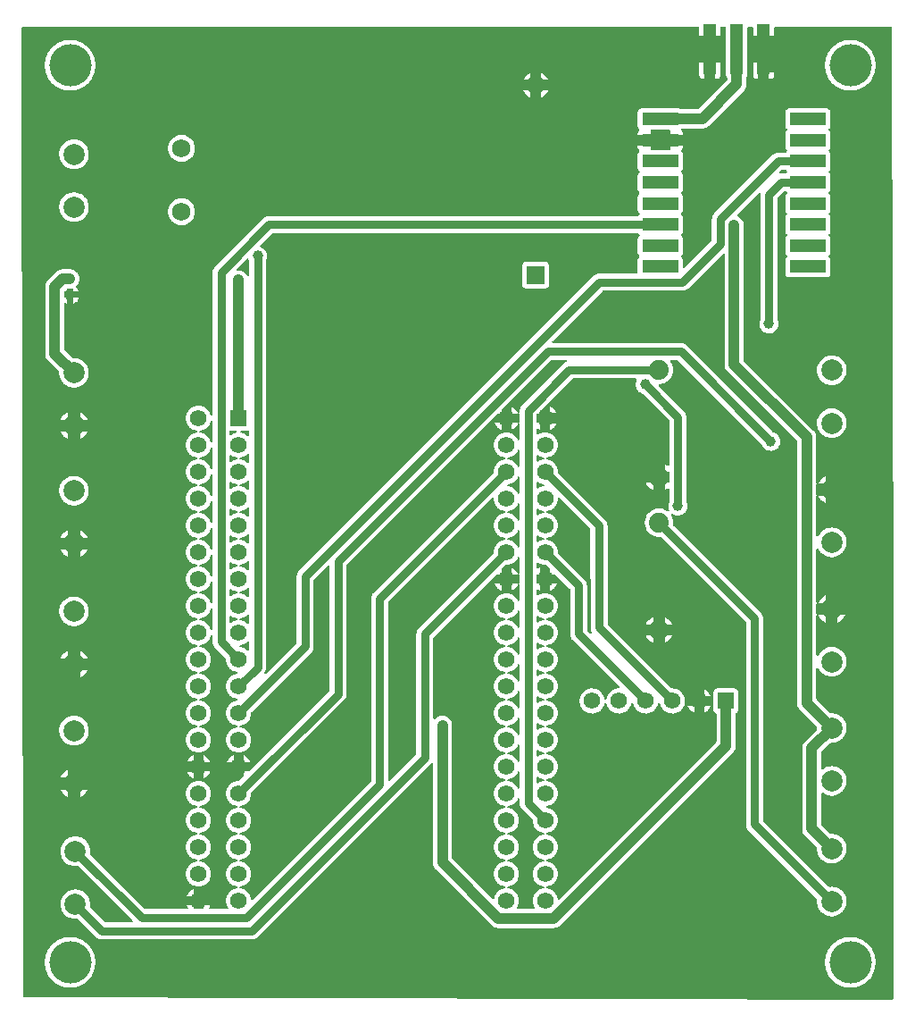
<source format=gtl>
G04 Layer: TopLayer*
G04 EasyEDA v6.5.42, 2024-04-02 15:40:29*
G04 8b502a5043014c5c8b579c1251e0877e,acb5ada5342d49438264df6f97d5643c,10*
G04 Gerber Generator version 0.2*
G04 Scale: 100 percent, Rotated: No, Reflected: No *
G04 Dimensions in millimeters *
G04 leading zeros omitted , absolute positions ,4 integer and 5 decimal *
%FSLAX45Y45*%
%MOMM*%

%ADD10C,1.0000*%
%ADD11C,0.8000*%
%ADD12R,1.2000X4.8000*%
%ADD13C,2.0000*%
%ADD14C,1.8796*%
%ADD15C,1.5748*%
%ADD16R,1.5748X1.5748*%
%ADD17R,3.5000X1.2000*%
%ADD18C,1.7500*%
%ADD19R,1.7500X1.7500*%
%ADD20C,1.5601*%
%ADD21R,1.5601X1.5601*%
%ADD22C,4.0000*%
%ADD23C,1.5600*%
%ADD24C,0.0131*%

%LPD*%
G36*
X9298381Y-1853590D02*
G01*
X1064717Y-1828292D01*
X1060856Y-1827530D01*
X1057554Y-1825345D01*
X1055319Y-1822043D01*
X1054557Y-1818132D01*
X1041958Y7355331D01*
X1042720Y7359192D01*
X1044905Y7362494D01*
X1048207Y7364730D01*
X1052118Y7365492D01*
X7457541Y7365492D01*
X7461402Y7364730D01*
X7464704Y7362494D01*
X7466888Y7359243D01*
X7467701Y7355331D01*
X7467701Y7276439D01*
X7531811Y7276439D01*
X7531811Y7355331D01*
X7532624Y7359243D01*
X7534808Y7362494D01*
X7538110Y7364730D01*
X7541971Y7365492D01*
X7594396Y7365492D01*
X7598257Y7364730D01*
X7601559Y7362494D01*
X7603744Y7359243D01*
X7604556Y7355331D01*
X7604556Y7276439D01*
X7668717Y7276439D01*
X7668717Y7355331D01*
X7669479Y7359243D01*
X7671663Y7362494D01*
X7674965Y7364730D01*
X7678877Y7365492D01*
X7712506Y7365492D01*
X7716418Y7364730D01*
X7719720Y7362494D01*
X7721904Y7359243D01*
X7722666Y7355331D01*
X7722666Y6910628D01*
X7723530Y6902196D01*
X7725816Y6894626D01*
X7729524Y6887616D01*
X7732115Y6883603D01*
X7732674Y6880148D01*
X7732674Y6861759D01*
X7731912Y6857847D01*
X7729728Y6854545D01*
X7459878Y6584696D01*
X7456576Y6582511D01*
X7452664Y6581698D01*
X7302703Y6581698D01*
X7299299Y6582308D01*
X7295286Y6584848D01*
X7288275Y6588556D01*
X7280706Y6590893D01*
X7272324Y6591706D01*
X6923278Y6591706D01*
X6914896Y6590893D01*
X6907326Y6588556D01*
X6900316Y6584848D01*
X6894169Y6579819D01*
X6889140Y6573672D01*
X6885431Y6566662D01*
X6883095Y6559092D01*
X6882282Y6550710D01*
X6882282Y6431686D01*
X6883095Y6423304D01*
X6885431Y6415735D01*
X6889140Y6408724D01*
X6894169Y6402578D01*
X6898487Y6399072D01*
X6901230Y6395567D01*
X6902196Y6391198D01*
X6901230Y6386880D01*
X6898487Y6383324D01*
X6894169Y6379819D01*
X6889140Y6373672D01*
X6885431Y6366662D01*
X6883095Y6359093D01*
X6882282Y6350711D01*
X6882282Y6327546D01*
X7003948Y6327546D01*
X7003948Y6380530D01*
X7004710Y6384442D01*
X7006945Y6387693D01*
X7010196Y6389928D01*
X7014108Y6390690D01*
X7181494Y6390690D01*
X7185355Y6389928D01*
X7188657Y6387693D01*
X7190892Y6384442D01*
X7191654Y6380530D01*
X7191654Y6327546D01*
X7313320Y6327546D01*
X7313320Y6350711D01*
X7312456Y6359093D01*
X7310170Y6366662D01*
X7306462Y6373672D01*
X7301382Y6379819D01*
X7297877Y6382664D01*
X7295286Y6385915D01*
X7294219Y6389878D01*
X7294778Y6393942D01*
X7296912Y6397498D01*
X7300315Y6399885D01*
X7304328Y6400698D01*
X7494117Y6400698D01*
X7503820Y6401206D01*
X7506512Y6401511D01*
X7518603Y6404000D01*
X7530287Y6408115D01*
X7541259Y6413804D01*
X7549184Y6419189D01*
X7551369Y6420916D01*
X7558531Y6427419D01*
X7887004Y6755841D01*
X7893507Y6763054D01*
X7900619Y6773164D01*
X7901990Y6775551D01*
X7906258Y6784136D01*
X7907324Y6786676D01*
X7910372Y6795770D01*
X7911084Y6798462D01*
X7913217Y6810603D01*
X7913725Y6820306D01*
X7913725Y6880199D01*
X7914284Y6883603D01*
X7916824Y6887616D01*
X7920583Y6894626D01*
X7922869Y6902196D01*
X7923682Y6910628D01*
X7923682Y7355331D01*
X7924444Y7359243D01*
X7926679Y7362494D01*
X7929981Y7364730D01*
X7933842Y7365492D01*
X7967522Y7365492D01*
X7971434Y7364730D01*
X7974685Y7362494D01*
X7976920Y7359243D01*
X7977682Y7355331D01*
X7977682Y7276439D01*
X8041843Y7276439D01*
X8041843Y7355331D01*
X8042605Y7359243D01*
X8044840Y7362494D01*
X8048091Y7364730D01*
X8052003Y7365492D01*
X8104378Y7365492D01*
X8108289Y7364730D01*
X8111540Y7362494D01*
X8113775Y7359243D01*
X8114538Y7355331D01*
X8114538Y7276439D01*
X8178698Y7276439D01*
X8178698Y7355331D01*
X8179460Y7359243D01*
X8181695Y7362494D01*
X8184946Y7364730D01*
X8188858Y7365492D01*
X9285833Y7365492D01*
X9289694Y7364730D01*
X9292996Y7362545D01*
X9295180Y7359243D01*
X9295993Y7355331D01*
X9308592Y1633931D01*
X9308592Y-1843430D01*
X9307830Y-1847291D01*
X9305594Y-1850593D01*
X9302292Y-1852828D01*
G37*

%LPC*%
G36*
X1489202Y-1740255D02*
G01*
X1510792Y-1740255D01*
X1532280Y-1738325D01*
X1553514Y-1734464D01*
X1574292Y-1728724D01*
X1594510Y-1721154D01*
X1613966Y-1711807D01*
X1632508Y-1700733D01*
X1649933Y-1688033D01*
X1666189Y-1673860D01*
X1681124Y-1658213D01*
X1694586Y-1641348D01*
X1706473Y-1623364D01*
X1716684Y-1604365D01*
X1725168Y-1584502D01*
X1731822Y-1563979D01*
X1736648Y-1542948D01*
X1739544Y-1521561D01*
X1740509Y-1500022D01*
X1739544Y-1478432D01*
X1736648Y-1457045D01*
X1731822Y-1436014D01*
X1725168Y-1415491D01*
X1716684Y-1395679D01*
X1706473Y-1376629D01*
X1694586Y-1358646D01*
X1681124Y-1341780D01*
X1666189Y-1326184D01*
X1649933Y-1311960D01*
X1632508Y-1299311D01*
X1613966Y-1288237D01*
X1594510Y-1278839D01*
X1574292Y-1271270D01*
X1553514Y-1265529D01*
X1532280Y-1261668D01*
X1510792Y-1259738D01*
X1489202Y-1259738D01*
X1467713Y-1261668D01*
X1446479Y-1265529D01*
X1425702Y-1271270D01*
X1405483Y-1278839D01*
X1386027Y-1288237D01*
X1367485Y-1299311D01*
X1350060Y-1311960D01*
X1333804Y-1326184D01*
X1318869Y-1341780D01*
X1305407Y-1358646D01*
X1293520Y-1376629D01*
X1283309Y-1395679D01*
X1274826Y-1415491D01*
X1268171Y-1436014D01*
X1263345Y-1457045D01*
X1260449Y-1478432D01*
X1259484Y-1500022D01*
X1260449Y-1521561D01*
X1263345Y-1542948D01*
X1268171Y-1563979D01*
X1274826Y-1584502D01*
X1283309Y-1604365D01*
X1293520Y-1623364D01*
X1305407Y-1641348D01*
X1318869Y-1658213D01*
X1333804Y-1673860D01*
X1350060Y-1688033D01*
X1367485Y-1700733D01*
X1386027Y-1711807D01*
X1405483Y-1721154D01*
X1425702Y-1728724D01*
X1446479Y-1734464D01*
X1467713Y-1738325D01*
G37*
G36*
X8889187Y-1740255D02*
G01*
X8910777Y-1740255D01*
X8932265Y-1738325D01*
X8953500Y-1734464D01*
X8974277Y-1728724D01*
X8994495Y-1721154D01*
X9013952Y-1711807D01*
X9032494Y-1700733D01*
X9049918Y-1688033D01*
X9066174Y-1673860D01*
X9081109Y-1658213D01*
X9094571Y-1641348D01*
X9106458Y-1623364D01*
X9116669Y-1604365D01*
X9125153Y-1584502D01*
X9131808Y-1563979D01*
X9136634Y-1542948D01*
X9139529Y-1521561D01*
X9140494Y-1500022D01*
X9139529Y-1478432D01*
X9136634Y-1457045D01*
X9131808Y-1436014D01*
X9125153Y-1415491D01*
X9116669Y-1395679D01*
X9106458Y-1376629D01*
X9094571Y-1358646D01*
X9081109Y-1341780D01*
X9066174Y-1326184D01*
X9049918Y-1311960D01*
X9032494Y-1299311D01*
X9013952Y-1288237D01*
X8994495Y-1278839D01*
X8974277Y-1271270D01*
X8953500Y-1265529D01*
X8932265Y-1261668D01*
X8910777Y-1259738D01*
X8889187Y-1259738D01*
X8867698Y-1261668D01*
X8846464Y-1265529D01*
X8825687Y-1271270D01*
X8805468Y-1278839D01*
X8786012Y-1288237D01*
X8767470Y-1299311D01*
X8750046Y-1311960D01*
X8733790Y-1326184D01*
X8718854Y-1341780D01*
X8705392Y-1358646D01*
X8693505Y-1376629D01*
X8683294Y-1395679D01*
X8674811Y-1415491D01*
X8668156Y-1436014D01*
X8663330Y-1457045D01*
X8660434Y-1478432D01*
X8659469Y-1500022D01*
X8660434Y-1521561D01*
X8663330Y-1542948D01*
X8668156Y-1563979D01*
X8674811Y-1584502D01*
X8683294Y-1604365D01*
X8693505Y-1623364D01*
X8705392Y-1641348D01*
X8718854Y-1658213D01*
X8733790Y-1673860D01*
X8750046Y-1688033D01*
X8767470Y-1700733D01*
X8786012Y-1711807D01*
X8805468Y-1721154D01*
X8825687Y-1728724D01*
X8846464Y-1734464D01*
X8867698Y-1738325D01*
G37*
G36*
X1803400Y-1283360D02*
G01*
X3224123Y-1283309D01*
X3233470Y-1282446D01*
X3236061Y-1281988D01*
X3245205Y-1279702D01*
X3247694Y-1278890D01*
X3256381Y-1275283D01*
X3258718Y-1274114D01*
X3268929Y-1267764D01*
X3276193Y-1261719D01*
X4924501Y386638D01*
X4927752Y388975D01*
X4931664Y389839D01*
X4935626Y389128D01*
X4938979Y386943D01*
X4941265Y383641D01*
X4942027Y379679D01*
X4942027Y-554583D01*
X4942535Y-564235D01*
X4944668Y-576427D01*
X4948428Y-588213D01*
X4953762Y-599338D01*
X4955133Y-601726D01*
X4960569Y-609650D01*
X4962245Y-611784D01*
X4968748Y-618998D01*
X5497982Y-1148232D01*
X5505145Y-1154734D01*
X5515254Y-1161846D01*
X5517642Y-1163218D01*
X5526227Y-1167485D01*
X5528767Y-1168552D01*
X5540552Y-1172311D01*
X5552694Y-1174445D01*
X5562396Y-1174902D01*
X6086094Y-1174902D01*
X6095796Y-1174445D01*
X6107938Y-1172311D01*
X6119723Y-1168552D01*
X6122263Y-1167485D01*
X6130848Y-1163218D01*
X6133236Y-1161846D01*
X6143345Y-1154734D01*
X6150508Y-1148232D01*
X7784338Y485546D01*
X7790840Y492759D01*
X7797901Y502869D01*
X7799324Y505256D01*
X7803591Y513842D01*
X7804658Y516382D01*
X7807706Y525475D01*
X7808417Y528167D01*
X7810195Y537616D01*
X7810500Y540308D01*
X7811008Y550011D01*
X7811008Y852220D01*
X7811668Y855776D01*
X7813548Y858926D01*
X7816392Y861161D01*
X7821726Y864057D01*
X7827873Y869086D01*
X7832902Y875182D01*
X7836611Y882192D01*
X7838948Y889762D01*
X7839760Y898194D01*
X7839760Y1054658D01*
X7838948Y1063040D01*
X7836611Y1070660D01*
X7832902Y1077620D01*
X7827873Y1083767D01*
X7821726Y1088796D01*
X7814716Y1092555D01*
X7807147Y1094841D01*
X7798765Y1095654D01*
X7642250Y1095654D01*
X7633868Y1094841D01*
X7626299Y1092555D01*
X7619288Y1088796D01*
X7613142Y1083767D01*
X7608112Y1077620D01*
X7604404Y1070660D01*
X7602067Y1063040D01*
X7601254Y1054658D01*
X7601254Y898194D01*
X7602067Y889762D01*
X7604404Y882192D01*
X7608112Y875182D01*
X7613142Y869086D01*
X7619288Y864057D01*
X7624622Y861161D01*
X7627467Y858926D01*
X7629347Y855776D01*
X7630007Y852220D01*
X7630007Y591464D01*
X7629245Y587552D01*
X7627010Y584250D01*
X6140297Y-902512D01*
X6136589Y-904849D01*
X6132271Y-905408D01*
X6128105Y-904138D01*
X6124854Y-901242D01*
X6123127Y-897229D01*
X6121044Y-886409D01*
X6116472Y-872286D01*
X6110122Y-858824D01*
X6102146Y-846226D01*
X6092647Y-834796D01*
X6081826Y-824585D01*
X6069787Y-815848D01*
X6056731Y-808685D01*
X6042914Y-803198D01*
X6028486Y-799490D01*
X6024270Y-798982D01*
X6020358Y-797610D01*
X6017260Y-794766D01*
X6015634Y-790956D01*
X6015634Y-786790D01*
X6017260Y-782980D01*
X6020358Y-780186D01*
X6024270Y-778814D01*
X6028486Y-778256D01*
X6042914Y-774598D01*
X6056731Y-769112D01*
X6069787Y-761949D01*
X6081826Y-753160D01*
X6092647Y-743000D01*
X6102146Y-731520D01*
X6110122Y-718972D01*
X6116472Y-705510D01*
X6121044Y-691337D01*
X6123838Y-676757D01*
X6124752Y-661873D01*
X6123838Y-647039D01*
X6121044Y-632409D01*
X6116472Y-618286D01*
X6110122Y-604824D01*
X6102146Y-592226D01*
X6092647Y-580796D01*
X6081826Y-570585D01*
X6069787Y-561848D01*
X6056731Y-554685D01*
X6042914Y-549198D01*
X6028486Y-545490D01*
X6024270Y-544982D01*
X6020358Y-543610D01*
X6017260Y-540766D01*
X6015634Y-536956D01*
X6015634Y-532790D01*
X6017260Y-528980D01*
X6020358Y-526186D01*
X6024270Y-524814D01*
X6028486Y-524256D01*
X6042914Y-520598D01*
X6056731Y-515112D01*
X6069787Y-507949D01*
X6081826Y-499160D01*
X6092647Y-489000D01*
X6102146Y-477520D01*
X6110122Y-464972D01*
X6116472Y-451510D01*
X6121044Y-437337D01*
X6123838Y-422757D01*
X6124752Y-407873D01*
X6123838Y-393039D01*
X6121044Y-378409D01*
X6116472Y-364286D01*
X6110122Y-350824D01*
X6102146Y-338226D01*
X6092647Y-326796D01*
X6081826Y-316585D01*
X6069787Y-307848D01*
X6056731Y-300685D01*
X6042914Y-295198D01*
X6028486Y-291490D01*
X6024270Y-290982D01*
X6020358Y-289610D01*
X6017260Y-286766D01*
X6015634Y-282956D01*
X6015634Y-278790D01*
X6017260Y-274980D01*
X6020358Y-272186D01*
X6024270Y-270814D01*
X6028486Y-270256D01*
X6042914Y-266598D01*
X6056731Y-261112D01*
X6069787Y-253949D01*
X6081826Y-245160D01*
X6092647Y-235000D01*
X6102146Y-223520D01*
X6110122Y-210972D01*
X6116472Y-197510D01*
X6121044Y-183337D01*
X6123838Y-168757D01*
X6124752Y-153873D01*
X6123838Y-139039D01*
X6121044Y-124409D01*
X6116472Y-110286D01*
X6110122Y-96824D01*
X6102146Y-84226D01*
X6092647Y-72796D01*
X6081826Y-62585D01*
X6069787Y-53848D01*
X6056731Y-46685D01*
X6042914Y-41198D01*
X6028486Y-37490D01*
X6024270Y-36982D01*
X6020358Y-35610D01*
X6017260Y-32766D01*
X6015634Y-28956D01*
X6015634Y-24790D01*
X6017260Y-20980D01*
X6020358Y-18186D01*
X6024270Y-16814D01*
X6028486Y-16256D01*
X6042914Y-12598D01*
X6056731Y-7112D01*
X6069787Y50D01*
X6081826Y8839D01*
X6092647Y18999D01*
X6102146Y30480D01*
X6110122Y43027D01*
X6116472Y56489D01*
X6121044Y70662D01*
X6123838Y85242D01*
X6124752Y100126D01*
X6123838Y114960D01*
X6121044Y129590D01*
X6116472Y143713D01*
X6110122Y157175D01*
X6102146Y169773D01*
X6092647Y181203D01*
X6081826Y191414D01*
X6069787Y200152D01*
X6056731Y207314D01*
X6042914Y212801D01*
X6028486Y216509D01*
X6024270Y217017D01*
X6020358Y218389D01*
X6017260Y221234D01*
X6015634Y225044D01*
X6015634Y229209D01*
X6017260Y233019D01*
X6020358Y235813D01*
X6024270Y237185D01*
X6028486Y237744D01*
X6042914Y241401D01*
X6056731Y246888D01*
X6069787Y254050D01*
X6081826Y262839D01*
X6092647Y272999D01*
X6102146Y284480D01*
X6110122Y297027D01*
X6116472Y310489D01*
X6121044Y324662D01*
X6123838Y339242D01*
X6124752Y354126D01*
X6123838Y368960D01*
X6121044Y383590D01*
X6116472Y397713D01*
X6110122Y411175D01*
X6102146Y423773D01*
X6092647Y435203D01*
X6081826Y445414D01*
X6069787Y454151D01*
X6056731Y461314D01*
X6042914Y466801D01*
X6028486Y470509D01*
X6024270Y471017D01*
X6020358Y472389D01*
X6017260Y475234D01*
X6015634Y479043D01*
X6015634Y483209D01*
X6017260Y487019D01*
X6020358Y489813D01*
X6024270Y491185D01*
X6028486Y491743D01*
X6042914Y495401D01*
X6056731Y500888D01*
X6069787Y508050D01*
X6081826Y516839D01*
X6092647Y526999D01*
X6102146Y538480D01*
X6110122Y551027D01*
X6116472Y564489D01*
X6121044Y578662D01*
X6123838Y593242D01*
X6124752Y608126D01*
X6123838Y622960D01*
X6121044Y637590D01*
X6116472Y651713D01*
X6110122Y665175D01*
X6102146Y677773D01*
X6092647Y689203D01*
X6081826Y699414D01*
X6069787Y708152D01*
X6056731Y715314D01*
X6042914Y720801D01*
X6028486Y724509D01*
X6024270Y725017D01*
X6020358Y726389D01*
X6017260Y729234D01*
X6015634Y733044D01*
X6015634Y737209D01*
X6017260Y741019D01*
X6020358Y743813D01*
X6024270Y745185D01*
X6028486Y745744D01*
X6042914Y749401D01*
X6056731Y754888D01*
X6069787Y762050D01*
X6081826Y770839D01*
X6092647Y780999D01*
X6102146Y792480D01*
X6110122Y805027D01*
X6116472Y818489D01*
X6121044Y832662D01*
X6123838Y847242D01*
X6124752Y862126D01*
X6123838Y876960D01*
X6121044Y891590D01*
X6116472Y905713D01*
X6110122Y919175D01*
X6102146Y931773D01*
X6092647Y943203D01*
X6081826Y953414D01*
X6069787Y962152D01*
X6056731Y969314D01*
X6042914Y974801D01*
X6028486Y978509D01*
X6024270Y979017D01*
X6020358Y980389D01*
X6017260Y983234D01*
X6015634Y987044D01*
X6015634Y991209D01*
X6017260Y995019D01*
X6020358Y997813D01*
X6024270Y999185D01*
X6028486Y999744D01*
X6042914Y1003401D01*
X6056731Y1008887D01*
X6069787Y1016050D01*
X6081826Y1024839D01*
X6092647Y1034999D01*
X6102146Y1046480D01*
X6110122Y1059027D01*
X6116472Y1072489D01*
X6121044Y1086662D01*
X6123838Y1101242D01*
X6124752Y1116126D01*
X6123838Y1130960D01*
X6121044Y1145590D01*
X6116472Y1159713D01*
X6110122Y1173175D01*
X6102146Y1185773D01*
X6092647Y1197203D01*
X6081826Y1207414D01*
X6069787Y1216152D01*
X6056731Y1223314D01*
X6042914Y1228801D01*
X6028486Y1232509D01*
X6024270Y1233017D01*
X6020358Y1234389D01*
X6017260Y1237234D01*
X6015634Y1241044D01*
X6015634Y1245209D01*
X6017260Y1249019D01*
X6020358Y1251813D01*
X6024270Y1253185D01*
X6028486Y1253744D01*
X6042914Y1257401D01*
X6056731Y1262888D01*
X6069787Y1270050D01*
X6081826Y1278839D01*
X6092647Y1288999D01*
X6102146Y1300480D01*
X6110122Y1313027D01*
X6116472Y1326489D01*
X6121044Y1340662D01*
X6123838Y1355242D01*
X6124752Y1370126D01*
X6123838Y1384960D01*
X6121044Y1399590D01*
X6116472Y1413713D01*
X6110122Y1427175D01*
X6102146Y1439773D01*
X6092647Y1451203D01*
X6081826Y1461414D01*
X6069787Y1470152D01*
X6056731Y1477314D01*
X6042914Y1482801D01*
X6028486Y1486509D01*
X6024270Y1487017D01*
X6020358Y1488389D01*
X6017260Y1491234D01*
X6015634Y1495044D01*
X6015634Y1499209D01*
X6017260Y1503019D01*
X6020358Y1505813D01*
X6024270Y1507185D01*
X6028486Y1507744D01*
X6042914Y1511401D01*
X6056731Y1516888D01*
X6069787Y1524050D01*
X6081826Y1532839D01*
X6092647Y1542999D01*
X6102146Y1554480D01*
X6110122Y1567027D01*
X6116472Y1580489D01*
X6121044Y1594662D01*
X6123838Y1609242D01*
X6124752Y1624126D01*
X6123838Y1638960D01*
X6121044Y1653590D01*
X6116472Y1667713D01*
X6110122Y1681175D01*
X6102146Y1693773D01*
X6092647Y1705203D01*
X6081826Y1715414D01*
X6069787Y1724152D01*
X6056731Y1731314D01*
X6042914Y1736801D01*
X6028486Y1740509D01*
X6024270Y1741017D01*
X6020358Y1742389D01*
X6017260Y1745234D01*
X6015634Y1749043D01*
X6015634Y1753209D01*
X6017260Y1757019D01*
X6020358Y1759813D01*
X6024270Y1761185D01*
X6028486Y1761743D01*
X6042914Y1765401D01*
X6056731Y1770888D01*
X6069787Y1778050D01*
X6081826Y1786839D01*
X6092647Y1796999D01*
X6102146Y1808480D01*
X6110122Y1821027D01*
X6116472Y1834489D01*
X6121044Y1848662D01*
X6123838Y1863242D01*
X6124752Y1878126D01*
X6123838Y1892960D01*
X6121044Y1907590D01*
X6116472Y1921713D01*
X6110122Y1935175D01*
X6102146Y1947773D01*
X6092647Y1959203D01*
X6081826Y1969414D01*
X6069787Y1978152D01*
X6056731Y1985314D01*
X6042914Y1990801D01*
X6028486Y1994509D01*
X6013704Y1996389D01*
X5998870Y1996389D01*
X5984087Y1994509D01*
X5969660Y1990801D01*
X5955842Y1985314D01*
X5942787Y1978152D01*
X5940907Y1976780D01*
X5936843Y1975002D01*
X5932424Y1975154D01*
X5928461Y1977186D01*
X5925718Y1980692D01*
X5924753Y1985010D01*
X5924753Y2025243D01*
X5925718Y2029561D01*
X5928461Y2033066D01*
X5932424Y2035048D01*
X5936843Y2035200D01*
X5940907Y2033473D01*
X5942787Y2032050D01*
X5955842Y2024888D01*
X5960922Y2022906D01*
X5960922Y2086762D01*
X5934913Y2086762D01*
X5931052Y2087524D01*
X5927750Y2089759D01*
X5925566Y2093010D01*
X5924753Y2096922D01*
X5924753Y2167280D01*
X5925566Y2171192D01*
X5927750Y2174494D01*
X5931052Y2176678D01*
X5934913Y2177440D01*
X5960922Y2177440D01*
X5960922Y2241346D01*
X5955842Y2239314D01*
X5942787Y2232152D01*
X5940907Y2230780D01*
X5936843Y2229002D01*
X5932424Y2229154D01*
X5928461Y2231186D01*
X5925718Y2234692D01*
X5924753Y2239010D01*
X5924753Y2279243D01*
X5925718Y2283561D01*
X5928461Y2287066D01*
X5932424Y2289048D01*
X5936843Y2289200D01*
X5940907Y2287473D01*
X5942787Y2286050D01*
X5955842Y2278888D01*
X5969660Y2273401D01*
X5984087Y2269744D01*
X5998870Y2267864D01*
X6006490Y2267864D01*
X6010351Y2267102D01*
X6013653Y2264867D01*
X6048654Y2229866D01*
X6050838Y2226564D01*
X6051651Y2222703D01*
X6051651Y2177440D01*
X6096863Y2177440D01*
X6100775Y2176678D01*
X6104077Y2174494D01*
X6239357Y2039213D01*
X6241542Y2035911D01*
X6242304Y2032000D01*
X6242354Y1609293D01*
X6243675Y1597304D01*
X6245961Y1588211D01*
X6246774Y1585671D01*
X6250381Y1576984D01*
X6251549Y1574647D01*
X6256426Y1566570D01*
X6257950Y1564436D01*
X6263944Y1557223D01*
X6708343Y1112723D01*
X6710527Y1109472D01*
X6711340Y1105662D01*
X6710629Y1101801D01*
X6708495Y1098499D01*
X6705295Y1096264D01*
X6701485Y1095400D01*
X6693509Y1095146D01*
X6678980Y1092860D01*
X6664858Y1088847D01*
X6651345Y1083157D01*
X6638645Y1075791D01*
X6626910Y1066952D01*
X6616395Y1056741D01*
X6607200Y1045311D01*
X6599478Y1032814D01*
X6593331Y1019505D01*
X6588861Y1005484D01*
X6587591Y998677D01*
X6586169Y995070D01*
X6583476Y992225D01*
X6579870Y990650D01*
X6575958Y990549D01*
X6572300Y991869D01*
X6569456Y994562D01*
X6567779Y998067D01*
X6564122Y1012545D01*
X6558838Y1026261D01*
X6551879Y1039164D01*
X6543395Y1051153D01*
X6533489Y1062024D01*
X6522364Y1071575D01*
X6510121Y1079652D01*
X6496964Y1086205D01*
X6483146Y1091082D01*
X6468821Y1094232D01*
X6454190Y1095603D01*
X6439509Y1095146D01*
X6424980Y1092860D01*
X6410858Y1088847D01*
X6397345Y1083157D01*
X6384645Y1075791D01*
X6372910Y1066952D01*
X6362395Y1056741D01*
X6353200Y1045311D01*
X6345478Y1032814D01*
X6339332Y1019505D01*
X6334861Y1005484D01*
X6332169Y991057D01*
X6331254Y976426D01*
X6332169Y961745D01*
X6334861Y947318D01*
X6339332Y933348D01*
X6345478Y919987D01*
X6353200Y907542D01*
X6362395Y896112D01*
X6372910Y885850D01*
X6384645Y877011D01*
X6397345Y869696D01*
X6410858Y863955D01*
X6424980Y859942D01*
X6439509Y857707D01*
X6454190Y857250D01*
X6468821Y858621D01*
X6483146Y861720D01*
X6496964Y866597D01*
X6510121Y873150D01*
X6522364Y881278D01*
X6533489Y890828D01*
X6543395Y901649D01*
X6551879Y913637D01*
X6558838Y926592D01*
X6564122Y940257D01*
X6567779Y954735D01*
X6569456Y958291D01*
X6572300Y960932D01*
X6575958Y962304D01*
X6579870Y962152D01*
X6583476Y960577D01*
X6586169Y957783D01*
X6587591Y954125D01*
X6588861Y947318D01*
X6593331Y933348D01*
X6599478Y919987D01*
X6607200Y907542D01*
X6616395Y896112D01*
X6626910Y885850D01*
X6638645Y877011D01*
X6651345Y869696D01*
X6664858Y863955D01*
X6678980Y859942D01*
X6693509Y857707D01*
X6708190Y857250D01*
X6722821Y858621D01*
X6737146Y861720D01*
X6750964Y866597D01*
X6764121Y873150D01*
X6776364Y881278D01*
X6787489Y890828D01*
X6797395Y901649D01*
X6805879Y913637D01*
X6812838Y926592D01*
X6818122Y940257D01*
X6821779Y954735D01*
X6823456Y958291D01*
X6826300Y960932D01*
X6829958Y962304D01*
X6833870Y962152D01*
X6837476Y960577D01*
X6840169Y957783D01*
X6841591Y954125D01*
X6842861Y947318D01*
X6847331Y933348D01*
X6853478Y919987D01*
X6861200Y907542D01*
X6870395Y896112D01*
X6880910Y885850D01*
X6892645Y877011D01*
X6905345Y869696D01*
X6918858Y863955D01*
X6932980Y859942D01*
X6947509Y857707D01*
X6962190Y857250D01*
X6976821Y858621D01*
X6991146Y861720D01*
X7004964Y866597D01*
X7018121Y873150D01*
X7030364Y881278D01*
X7041489Y890828D01*
X7051395Y901649D01*
X7059879Y913637D01*
X7066838Y926592D01*
X7072122Y940257D01*
X7075779Y954735D01*
X7077456Y958291D01*
X7080300Y960932D01*
X7083958Y962304D01*
X7087870Y962152D01*
X7091476Y960577D01*
X7094169Y957783D01*
X7095591Y954125D01*
X7096861Y947318D01*
X7101331Y933348D01*
X7107478Y919987D01*
X7115200Y907542D01*
X7124395Y896112D01*
X7134910Y885850D01*
X7146645Y877011D01*
X7159345Y869696D01*
X7172858Y863955D01*
X7186980Y859942D01*
X7201509Y857707D01*
X7216190Y857250D01*
X7230821Y858621D01*
X7245146Y861720D01*
X7258964Y866597D01*
X7272121Y873150D01*
X7284364Y881278D01*
X7295489Y890828D01*
X7305395Y901649D01*
X7313879Y913637D01*
X7320838Y926592D01*
X7326122Y940257D01*
X7329728Y954481D01*
X7331506Y969060D01*
X7331506Y983742D01*
X7329627Y998677D01*
X7326122Y1012545D01*
X7320838Y1026261D01*
X7313879Y1039164D01*
X7305395Y1051153D01*
X7295489Y1062024D01*
X7284364Y1071575D01*
X7272121Y1079652D01*
X7258964Y1086205D01*
X7245146Y1091082D01*
X7230821Y1094232D01*
X7216190Y1095603D01*
X7211872Y1095451D01*
X7207808Y1096162D01*
X7204354Y1098448D01*
X6599885Y1702917D01*
X6597700Y1706168D01*
X6596888Y1710080D01*
X6596837Y2640838D01*
X6595973Y2650185D01*
X6595516Y2652776D01*
X6593281Y2661920D01*
X6592468Y2664409D01*
X6588861Y2673096D01*
X6582816Y2683510D01*
X6581292Y2685643D01*
X6575298Y2692908D01*
X6127750Y3140506D01*
X6125667Y3143554D01*
X6124803Y3147110D01*
X6123838Y3162960D01*
X6121044Y3177590D01*
X6116472Y3191713D01*
X6110122Y3205175D01*
X6102146Y3217773D01*
X6092647Y3229203D01*
X6081826Y3239414D01*
X6069787Y3248152D01*
X6056731Y3255314D01*
X6042914Y3260801D01*
X6028486Y3264509D01*
X6024270Y3265017D01*
X6020358Y3266389D01*
X6017260Y3269234D01*
X6015634Y3273044D01*
X6015634Y3277209D01*
X6017260Y3281019D01*
X6020358Y3283813D01*
X6024270Y3285185D01*
X6028486Y3285744D01*
X6042914Y3289401D01*
X6056731Y3294887D01*
X6069787Y3302050D01*
X6081826Y3310839D01*
X6092647Y3320999D01*
X6102146Y3332479D01*
X6110122Y3345027D01*
X6116472Y3358489D01*
X6121044Y3372662D01*
X6123838Y3387242D01*
X6124752Y3402126D01*
X6123838Y3416960D01*
X6121044Y3431590D01*
X6116472Y3445713D01*
X6110122Y3459175D01*
X6102146Y3471773D01*
X6092647Y3483203D01*
X6081826Y3493414D01*
X6069787Y3502151D01*
X6056731Y3509314D01*
X6042914Y3514801D01*
X6028486Y3518509D01*
X6013704Y3520389D01*
X5998870Y3520389D01*
X5984087Y3518509D01*
X5969660Y3514801D01*
X5955842Y3509314D01*
X5942787Y3502151D01*
X5940907Y3500780D01*
X5936843Y3499002D01*
X5932424Y3499154D01*
X5928461Y3501186D01*
X5925718Y3504692D01*
X5924753Y3509010D01*
X5924753Y3549243D01*
X5925718Y3553561D01*
X5928461Y3557066D01*
X5932424Y3559048D01*
X5936843Y3559200D01*
X5940907Y3557473D01*
X5942787Y3556050D01*
X5955842Y3548887D01*
X5960922Y3546906D01*
X5960922Y3610762D01*
X5934913Y3610762D01*
X5931052Y3611524D01*
X5927750Y3613759D01*
X5925566Y3617010D01*
X5924753Y3620922D01*
X5924753Y3689451D01*
X5925566Y3693363D01*
X5927750Y3696665D01*
X5929579Y3698494D01*
X5932881Y3700678D01*
X5936742Y3701440D01*
X5960922Y3701440D01*
X5960922Y3725621D01*
X5961735Y3729532D01*
X5963920Y3732834D01*
X6260896Y4029811D01*
X6264198Y4032046D01*
X6268110Y4032808D01*
X6866026Y4032808D01*
X6869988Y4031996D01*
X6873290Y4029760D01*
X6875475Y4026408D01*
X6876186Y4022445D01*
X6875322Y4018534D01*
X6870039Y4006646D01*
X6866585Y3994556D01*
X6864807Y3982008D01*
X6864807Y3969410D01*
X6866585Y3956913D01*
X6870039Y3944772D01*
X6875170Y3933240D01*
X6881875Y3922522D01*
X6890003Y3912870D01*
X6899351Y3904437D01*
X6909816Y3897376D01*
X6921195Y3891838D01*
X6926884Y3889705D01*
X6928713Y3888232D01*
X7181037Y3635908D01*
X7183221Y3632606D01*
X7184034Y3628694D01*
X7184034Y3211576D01*
X7183018Y3207207D01*
X7180275Y3203702D01*
X7176312Y3201720D01*
X7171842Y3201619D01*
X7167778Y3203397D01*
X7159396Y3209645D01*
X7145883Y3217468D01*
X7138873Y3220516D01*
X7138873Y3150666D01*
X7173874Y3150666D01*
X7177735Y3149904D01*
X7181037Y3147669D01*
X7183221Y3144367D01*
X7184034Y3140506D01*
X7184034Y3054146D01*
X7183221Y3050235D01*
X7181037Y3046933D01*
X7177735Y3044748D01*
X7173874Y3043986D01*
X7138873Y3043986D01*
X7138873Y2974136D01*
X7145883Y2977134D01*
X7159396Y2984957D01*
X7167778Y2991205D01*
X7171842Y2993034D01*
X7176312Y2992932D01*
X7180275Y2990900D01*
X7183018Y2987395D01*
X7184034Y2983077D01*
X7184034Y2867101D01*
X7183120Y2862935D01*
X7179513Y2854756D01*
X7176008Y2842666D01*
X7174280Y2830118D01*
X7174280Y2817520D01*
X7176008Y2805023D01*
X7179513Y2792882D01*
X7183678Y2783484D01*
X7184542Y2779166D01*
X7183526Y2774848D01*
X7180732Y2771444D01*
X7176770Y2769463D01*
X7172350Y2769412D01*
X7168337Y2771190D01*
X7159396Y2777845D01*
X7145883Y2785668D01*
X7131507Y2791866D01*
X7116521Y2796336D01*
X7101128Y2799080D01*
X7085533Y2799994D01*
X7069886Y2799080D01*
X7054494Y2796336D01*
X7039508Y2791866D01*
X7025182Y2785668D01*
X7011619Y2777845D01*
X6999071Y2768549D01*
X6987692Y2757779D01*
X6977634Y2745790D01*
X6969048Y2732735D01*
X6962038Y2718765D01*
X6956704Y2704084D01*
X6953097Y2688844D01*
X6951268Y2673350D01*
X6951268Y2657703D01*
X6953097Y2642158D01*
X6956704Y2626969D01*
X6962038Y2612237D01*
X6969048Y2598267D01*
X6977634Y2585212D01*
X6987692Y2573223D01*
X6999071Y2562504D01*
X7011619Y2553157D01*
X7025182Y2545334D01*
X7039508Y2539136D01*
X7054494Y2534666D01*
X7069886Y2531973D01*
X7085533Y2531059D01*
X7100417Y2531922D01*
X7104634Y2531262D01*
X7108190Y2528976D01*
X7907426Y1729739D01*
X7909610Y1726438D01*
X7910423Y1722526D01*
X7910474Y-194970D01*
X7911338Y-204317D01*
X7911795Y-206908D01*
X7914030Y-216052D01*
X7914843Y-218541D01*
X7918450Y-227228D01*
X7924495Y-237642D01*
X7926019Y-239775D01*
X7932013Y-247040D01*
X8581999Y-897077D01*
X8583879Y-899617D01*
X8584844Y-902563D01*
X8584895Y-905713D01*
X8583828Y-913028D01*
X8583371Y-929030D01*
X8584742Y-945032D01*
X8587943Y-960729D01*
X8592870Y-976020D01*
X8599576Y-990600D01*
X8607856Y-1004316D01*
X8617610Y-1017016D01*
X8628786Y-1028547D01*
X8641232Y-1038707D01*
X8654745Y-1047343D01*
X8669121Y-1054455D01*
X8684209Y-1059840D01*
X8699855Y-1063447D01*
X8715806Y-1065276D01*
X8731808Y-1065276D01*
X8747760Y-1063447D01*
X8763406Y-1059840D01*
X8778494Y-1054455D01*
X8792870Y-1047343D01*
X8806383Y-1038707D01*
X8818829Y-1028547D01*
X8830005Y-1017016D01*
X8839758Y-1004316D01*
X8848039Y-990600D01*
X8854744Y-976020D01*
X8859672Y-960729D01*
X8862872Y-945032D01*
X8864244Y-929030D01*
X8863787Y-913028D01*
X8861501Y-897128D01*
X8857437Y-881634D01*
X8851595Y-866648D01*
X8844127Y-852474D01*
X8835085Y-839216D01*
X8824569Y-827125D01*
X8812733Y-816254D01*
X8799779Y-806856D01*
X8785809Y-798931D01*
X8771026Y-792734D01*
X8755634Y-788212D01*
X8739835Y-785469D01*
X8723833Y-784555D01*
X8707780Y-785469D01*
X8704732Y-785977D01*
X8701481Y-786028D01*
X8698433Y-785063D01*
X8695791Y-783183D01*
X8074406Y-161747D01*
X8072221Y-158496D01*
X8071408Y-154584D01*
X8071358Y1762912D01*
X8070494Y1772310D01*
X8070037Y1774901D01*
X8067802Y1783994D01*
X8066989Y1786534D01*
X8063382Y1795221D01*
X8057337Y1805635D01*
X8055813Y1807768D01*
X8049818Y1814982D01*
X7221931Y2642971D01*
X7220102Y2645410D01*
X7219086Y2648305D01*
X7218984Y2651302D01*
X7219746Y2657703D01*
X7219746Y2673350D01*
X7217918Y2688844D01*
X7214311Y2704084D01*
X7208977Y2718765D01*
X7201966Y2732735D01*
X7200950Y2734259D01*
X7199477Y2737916D01*
X7199528Y2741879D01*
X7201052Y2745536D01*
X7203846Y2748330D01*
X7207503Y2749804D01*
X7211466Y2749804D01*
X7215124Y2748280D01*
X7219289Y2745486D01*
X7230618Y2739948D01*
X7242657Y2736037D01*
X7255052Y2733852D01*
X7267702Y2733395D01*
X7280249Y2734716D01*
X7292492Y2737764D01*
X7304176Y2742488D01*
X7315149Y2748838D01*
X7325055Y2756611D01*
X7333843Y2765653D01*
X7341260Y2775864D01*
X7347203Y2787040D01*
X7351522Y2798876D01*
X7354112Y2811221D01*
X7355027Y2823819D01*
X7354112Y2836418D01*
X7351522Y2848762D01*
X7347203Y2860649D01*
X7345324Y2864764D01*
X7345019Y2867202D01*
X7344968Y3669080D01*
X7344105Y3678478D01*
X7343648Y3681069D01*
X7341412Y3690162D01*
X7340600Y3692702D01*
X7336993Y3701389D01*
X7330948Y3711803D01*
X7329424Y3713937D01*
X7323429Y3721150D01*
X7082891Y3961739D01*
X7080758Y3964940D01*
X7079945Y3968750D01*
X7080605Y3972560D01*
X7082637Y3975811D01*
X7085736Y3978097D01*
X7089495Y3979062D01*
X7101128Y3979773D01*
X7116521Y3982465D01*
X7131507Y3986936D01*
X7145883Y3993134D01*
X7159396Y4000957D01*
X7171944Y4010304D01*
X7183323Y4021023D01*
X7193381Y4033012D01*
X7201966Y4046067D01*
X7208977Y4060037D01*
X7214311Y4074769D01*
X7217918Y4089958D01*
X7219746Y4105503D01*
X7219746Y4121150D01*
X7217918Y4136644D01*
X7214311Y4151884D01*
X7208977Y4166565D01*
X7201966Y4180535D01*
X7193991Y4192676D01*
X7192416Y4196740D01*
X7192721Y4201058D01*
X7194753Y4204868D01*
X7198258Y4207510D01*
X7202474Y4208424D01*
X7255560Y4208424D01*
X7259472Y4207662D01*
X7262774Y4205427D01*
X8057540Y3410661D01*
X8059115Y3408629D01*
X8065414Y3394303D01*
X8072120Y3383584D01*
X8080197Y3373882D01*
X8089595Y3365449D01*
X8100059Y3358387D01*
X8111388Y3352850D01*
X8123428Y3348939D01*
X8135823Y3346754D01*
X8148472Y3346348D01*
X8161020Y3347669D01*
X8173262Y3350717D01*
X8184946Y3355441D01*
X8195919Y3361740D01*
X8205825Y3369513D01*
X8214614Y3378606D01*
X8222030Y3388817D01*
X8227974Y3399942D01*
X8232292Y3411829D01*
X8234883Y3424174D01*
X8235797Y3436772D01*
X8234883Y3449370D01*
X8232292Y3461715D01*
X8227974Y3473551D01*
X8222030Y3484727D01*
X8214614Y3494938D01*
X8205825Y3503980D01*
X8195919Y3511753D01*
X8184946Y3518103D01*
X8174888Y3522167D01*
X8171535Y3524402D01*
X7348016Y4347819D01*
X7340803Y4353814D01*
X7338618Y4355338D01*
X7330592Y4360214D01*
X7328204Y4361383D01*
X7319518Y4364990D01*
X7317028Y4365802D01*
X7307884Y4368088D01*
X7305294Y4368495D01*
X7293051Y4369460D01*
X6080506Y4369460D01*
X6076594Y4370222D01*
X6073292Y4372406D01*
X6071108Y4375708D01*
X6070346Y4379620D01*
X6071108Y4383481D01*
X6073292Y4386783D01*
X6547815Y4861255D01*
X6551117Y4863490D01*
X6554978Y4864252D01*
X7308088Y4864303D01*
X7317435Y4865166D01*
X7320025Y4865624D01*
X7329170Y4867910D01*
X7331659Y4868722D01*
X7340346Y4872329D01*
X7342733Y4873498D01*
X7352944Y4879848D01*
X7360158Y4885893D01*
X7689545Y5215178D01*
X7692847Y5217363D01*
X7696708Y5218176D01*
X7700619Y5217363D01*
X7703921Y5215178D01*
X7706106Y5211876D01*
X7706868Y5208016D01*
X7706868Y4166514D01*
X7707375Y4156811D01*
X7709509Y4144670D01*
X7710220Y4141978D01*
X7713268Y4132884D01*
X7714335Y4130344D01*
X7718602Y4121759D01*
X7719974Y4119372D01*
X7727086Y4109262D01*
X7733588Y4102049D01*
X8393480Y3442157D01*
X8395716Y3438855D01*
X8396478Y3434943D01*
X8396478Y955954D01*
X8396986Y946251D01*
X8397290Y943559D01*
X8399068Y934110D01*
X8399780Y931418D01*
X8402828Y922324D01*
X8403894Y919784D01*
X8408162Y911199D01*
X8409584Y908812D01*
X8416645Y898702D01*
X8423148Y891489D01*
X8580729Y733958D01*
X8583015Y730504D01*
X8583726Y726440D01*
X8583371Y714857D01*
X8583625Y711809D01*
X8583066Y707440D01*
X8580678Y703732D01*
X8469782Y592836D01*
X8463280Y585622D01*
X8461603Y583488D01*
X8454796Y573176D01*
X8450529Y564540D01*
X8449462Y562000D01*
X8446414Y552907D01*
X8445703Y550265D01*
X8443925Y540816D01*
X8443112Y528421D01*
X8443112Y-233679D01*
X8443620Y-243382D01*
X8443925Y-246075D01*
X8445703Y-255524D01*
X8446414Y-258216D01*
X8449462Y-267309D01*
X8450529Y-269849D01*
X8454796Y-278434D01*
X8456218Y-280822D01*
X8463280Y-290931D01*
X8469782Y-298145D01*
X8580729Y-409041D01*
X8583015Y-412496D01*
X8583726Y-416559D01*
X8583371Y-428142D01*
X8584742Y-444144D01*
X8587943Y-459841D01*
X8592870Y-475132D01*
X8599576Y-489712D01*
X8607856Y-503428D01*
X8617610Y-516128D01*
X8628786Y-527659D01*
X8641232Y-537819D01*
X8654745Y-546455D01*
X8669121Y-553567D01*
X8684209Y-558952D01*
X8699855Y-562559D01*
X8715806Y-564388D01*
X8731808Y-564388D01*
X8747760Y-562559D01*
X8763406Y-558952D01*
X8778494Y-553567D01*
X8792870Y-546455D01*
X8806383Y-537819D01*
X8818829Y-527659D01*
X8830005Y-516128D01*
X8839758Y-503428D01*
X8848039Y-489712D01*
X8854744Y-475132D01*
X8859672Y-459841D01*
X8862872Y-444144D01*
X8864244Y-428142D01*
X8863787Y-412140D01*
X8861501Y-396240D01*
X8857437Y-380746D01*
X8851595Y-365760D01*
X8844127Y-351586D01*
X8835085Y-338328D01*
X8824569Y-326237D01*
X8812733Y-315366D01*
X8799779Y-305968D01*
X8785809Y-298043D01*
X8771026Y-291846D01*
X8755634Y-287324D01*
X8739835Y-284581D01*
X8723833Y-283667D01*
X8716518Y-284073D01*
X8712352Y-283413D01*
X8708745Y-281127D01*
X8627110Y-199440D01*
X8624874Y-196138D01*
X8624112Y-192227D01*
X8624112Y96875D01*
X8624824Y100584D01*
X8626856Y103784D01*
X8629904Y106070D01*
X8633612Y106984D01*
X8637371Y106527D01*
X8641232Y104292D01*
X8654745Y95656D01*
X8669121Y88544D01*
X8684209Y83159D01*
X8699855Y79552D01*
X8715806Y77724D01*
X8731808Y77724D01*
X8747760Y79552D01*
X8763406Y83159D01*
X8778494Y88544D01*
X8792870Y95656D01*
X8806383Y104292D01*
X8818829Y114452D01*
X8830005Y125983D01*
X8839758Y138684D01*
X8848039Y152400D01*
X8854744Y166979D01*
X8859672Y182270D01*
X8862872Y197967D01*
X8864244Y213969D01*
X8863787Y229971D01*
X8861501Y245871D01*
X8857437Y261366D01*
X8851595Y276352D01*
X8844127Y290525D01*
X8835085Y303784D01*
X8824569Y315874D01*
X8812733Y326745D01*
X8799779Y336143D01*
X8785809Y344068D01*
X8771026Y350266D01*
X8755634Y354787D01*
X8739835Y357530D01*
X8723833Y358444D01*
X8707780Y357530D01*
X8691981Y354787D01*
X8676589Y350266D01*
X8661806Y344068D01*
X8647836Y336143D01*
X8640267Y330657D01*
X8636203Y328879D01*
X8631732Y329031D01*
X8627821Y331012D01*
X8625078Y334518D01*
X8624112Y338836D01*
X8624112Y486968D01*
X8624874Y490829D01*
X8627110Y494131D01*
X8708542Y575614D01*
X8711844Y577799D01*
X8715756Y578612D01*
X8731808Y578612D01*
X8747760Y580440D01*
X8763406Y584047D01*
X8778494Y589432D01*
X8792870Y596544D01*
X8806383Y605180D01*
X8818829Y615340D01*
X8830005Y626872D01*
X8839758Y639572D01*
X8848039Y653288D01*
X8854744Y667867D01*
X8859672Y683158D01*
X8862872Y698855D01*
X8864244Y714857D01*
X8863787Y730859D01*
X8861501Y746760D01*
X8857437Y762254D01*
X8851595Y777240D01*
X8844127Y791413D01*
X8835085Y804672D01*
X8824569Y816762D01*
X8812733Y827633D01*
X8799779Y837031D01*
X8785809Y844956D01*
X8771026Y851153D01*
X8755634Y855675D01*
X8739835Y858418D01*
X8723833Y859332D01*
X8716518Y858926D01*
X8712352Y859586D01*
X8708745Y861872D01*
X8580475Y990193D01*
X8578240Y993495D01*
X8577478Y997407D01*
X8577478Y1284325D01*
X8578240Y1288186D01*
X8580374Y1291437D01*
X8583625Y1293672D01*
X8587435Y1294485D01*
X8591296Y1293825D01*
X8594598Y1291742D01*
X8596884Y1288542D01*
X8599576Y1282700D01*
X8607856Y1268984D01*
X8617610Y1256284D01*
X8628786Y1244752D01*
X8641232Y1234592D01*
X8654745Y1225956D01*
X8669121Y1218844D01*
X8684209Y1213459D01*
X8699855Y1209852D01*
X8715806Y1208024D01*
X8731808Y1208024D01*
X8747760Y1209852D01*
X8763406Y1213459D01*
X8778494Y1218844D01*
X8792870Y1225956D01*
X8806383Y1234592D01*
X8818829Y1244752D01*
X8830005Y1256284D01*
X8839758Y1268984D01*
X8848039Y1282700D01*
X8854744Y1297279D01*
X8859672Y1312570D01*
X8862872Y1328267D01*
X8864244Y1344269D01*
X8863787Y1360271D01*
X8861501Y1376172D01*
X8857437Y1391666D01*
X8851595Y1406652D01*
X8844127Y1420825D01*
X8835085Y1434084D01*
X8824569Y1446174D01*
X8812733Y1457045D01*
X8799779Y1466443D01*
X8785809Y1474368D01*
X8771026Y1480566D01*
X8755634Y1485087D01*
X8739835Y1487830D01*
X8723833Y1488744D01*
X8707780Y1487830D01*
X8691981Y1485087D01*
X8676589Y1480566D01*
X8661806Y1474368D01*
X8647836Y1466443D01*
X8634882Y1457045D01*
X8623046Y1446174D01*
X8612530Y1434084D01*
X8603488Y1420825D01*
X8596630Y1407820D01*
X8593734Y1404416D01*
X8589670Y1402588D01*
X8585200Y1402689D01*
X8581237Y1404670D01*
X8578443Y1408176D01*
X8577478Y1412544D01*
X8577478Y1785213D01*
X8578240Y1789074D01*
X8580374Y1792325D01*
X8582964Y1794103D01*
X8580475Y1795780D01*
X8578240Y1799082D01*
X8577478Y1802942D01*
X8577478Y1895348D01*
X8578240Y1899259D01*
X8580475Y1902510D01*
X8583371Y1904492D01*
X8581237Y1905558D01*
X8578443Y1909064D01*
X8577478Y1913432D01*
X8577478Y2414625D01*
X8578240Y2418486D01*
X8580374Y2421737D01*
X8583625Y2423972D01*
X8587435Y2424785D01*
X8591296Y2424125D01*
X8594598Y2422042D01*
X8596884Y2418842D01*
X8599576Y2413000D01*
X8607856Y2399284D01*
X8617610Y2386584D01*
X8628786Y2375052D01*
X8641232Y2364892D01*
X8654745Y2356256D01*
X8669121Y2349144D01*
X8684209Y2343759D01*
X8699855Y2340152D01*
X8715806Y2338324D01*
X8731808Y2338324D01*
X8747760Y2340152D01*
X8763406Y2343759D01*
X8778494Y2349144D01*
X8792870Y2356256D01*
X8806383Y2364892D01*
X8818829Y2375052D01*
X8830005Y2386584D01*
X8839758Y2399284D01*
X8848039Y2413000D01*
X8854744Y2427579D01*
X8859672Y2442870D01*
X8862872Y2458567D01*
X8864244Y2474569D01*
X8863787Y2490571D01*
X8861501Y2506472D01*
X8857437Y2521966D01*
X8851595Y2536952D01*
X8844127Y2551125D01*
X8835085Y2564384D01*
X8824569Y2576474D01*
X8812733Y2587345D01*
X8799779Y2596743D01*
X8785809Y2604668D01*
X8771026Y2610866D01*
X8755634Y2615387D01*
X8739835Y2618130D01*
X8723833Y2619044D01*
X8707780Y2618130D01*
X8691981Y2615387D01*
X8676589Y2610866D01*
X8661806Y2604668D01*
X8647836Y2596743D01*
X8634882Y2587345D01*
X8623046Y2576474D01*
X8612530Y2564384D01*
X8603488Y2551125D01*
X8596630Y2538120D01*
X8593734Y2534716D01*
X8589670Y2532888D01*
X8585200Y2532989D01*
X8581237Y2534970D01*
X8578443Y2538476D01*
X8577478Y2542844D01*
X8577478Y2915513D01*
X8578240Y2919374D01*
X8580374Y2922625D01*
X8582964Y2924403D01*
X8580475Y2926080D01*
X8578240Y2929382D01*
X8577478Y2933242D01*
X8577478Y3025648D01*
X8578240Y3029559D01*
X8580475Y3032810D01*
X8583371Y3034792D01*
X8581237Y3035858D01*
X8578443Y3039364D01*
X8577478Y3043732D01*
X8577478Y3476396D01*
X8576970Y3486099D01*
X8576665Y3488791D01*
X8574887Y3498240D01*
X8574176Y3500932D01*
X8571128Y3510026D01*
X8570061Y3512565D01*
X8565794Y3521151D01*
X8564372Y3523538D01*
X8557310Y3533648D01*
X8550808Y3540861D01*
X7890865Y4200753D01*
X7888681Y4204055D01*
X7887919Y4207967D01*
X7887919Y5487009D01*
X7887055Y5499709D01*
X7884515Y5511800D01*
X7880400Y5523433D01*
X7874711Y5534355D01*
X7866684Y5545582D01*
X7857947Y5554624D01*
X7847990Y5562396D01*
X7837017Y5568746D01*
X7830921Y5571286D01*
X7827619Y5573522D01*
X7825435Y5576824D01*
X7824673Y5580684D01*
X7825435Y5584545D01*
X7827670Y5587847D01*
X8030159Y5790336D01*
X8033562Y5792571D01*
X8037525Y5793333D01*
X8041487Y5792419D01*
X8044789Y5790082D01*
X8046923Y5786577D01*
X8047481Y5782564D01*
X8047075Y5775756D01*
X8047075Y4593183D01*
X8046212Y4589018D01*
X8042554Y4580839D01*
X8039100Y4568748D01*
X8037322Y4556201D01*
X8037322Y4543602D01*
X8039100Y4531106D01*
X8042554Y4518964D01*
X8047685Y4507433D01*
X8054390Y4496714D01*
X8062518Y4487062D01*
X8071866Y4478629D01*
X8082330Y4471568D01*
X8093709Y4466031D01*
X8105698Y4462119D01*
X8118144Y4459935D01*
X8130743Y4459478D01*
X8143290Y4460798D01*
X8155533Y4463846D01*
X8167268Y4468571D01*
X8178190Y4474921D01*
X8188147Y4482693D01*
X8196884Y4491736D01*
X8204352Y4501946D01*
X8210245Y4513122D01*
X8214563Y4524959D01*
X8217204Y4537303D01*
X8218068Y4549902D01*
X8217204Y4562500D01*
X8214563Y4574844D01*
X8210245Y4586732D01*
X8208416Y4590846D01*
X8208111Y4593285D01*
X8208111Y5738520D01*
X8208873Y5742381D01*
X8211058Y5745683D01*
X8273084Y5807710D01*
X8276386Y5809945D01*
X8280298Y5810707D01*
X8282736Y5810707D01*
X8287054Y5809742D01*
X8290559Y5806998D01*
X8294217Y5802579D01*
X8298484Y5799074D01*
X8301228Y5795568D01*
X8302193Y5791200D01*
X8301228Y5786831D01*
X8298484Y5783326D01*
X8294217Y5779820D01*
X8289137Y5773674D01*
X8285429Y5766663D01*
X8283143Y5759094D01*
X8282279Y5750712D01*
X8282279Y5631688D01*
X8283143Y5623306D01*
X8285429Y5615736D01*
X8289137Y5608726D01*
X8294217Y5602579D01*
X8298484Y5599074D01*
X8301228Y5595569D01*
X8302193Y5591200D01*
X8301228Y5586831D01*
X8298484Y5583326D01*
X8294217Y5579821D01*
X8289137Y5573674D01*
X8285429Y5566664D01*
X8283143Y5559094D01*
X8282279Y5550712D01*
X8282279Y5431688D01*
X8283143Y5423306D01*
X8285429Y5415737D01*
X8289137Y5408726D01*
X8294217Y5402580D01*
X8298484Y5399074D01*
X8301228Y5395569D01*
X8302193Y5391200D01*
X8301228Y5386832D01*
X8298484Y5383326D01*
X8294217Y5379821D01*
X8289137Y5373674D01*
X8285429Y5366664D01*
X8283143Y5359095D01*
X8282279Y5350713D01*
X8282279Y5231688D01*
X8283143Y5223306D01*
X8285429Y5215737D01*
X8289137Y5208727D01*
X8294217Y5202580D01*
X8298484Y5199075D01*
X8301228Y5195519D01*
X8302244Y5191201D01*
X8301228Y5186832D01*
X8298484Y5183327D01*
X8294217Y5179822D01*
X8289137Y5173675D01*
X8285429Y5166664D01*
X8283143Y5159095D01*
X8282279Y5150713D01*
X8282279Y5031689D01*
X8283143Y5023307D01*
X8285429Y5015738D01*
X8289137Y5008727D01*
X8294217Y5002580D01*
X8300313Y4997551D01*
X8307324Y4993843D01*
X8314893Y4991506D01*
X8323325Y4990693D01*
X8672322Y4990693D01*
X8680704Y4991506D01*
X8688273Y4993843D01*
X8695283Y4997551D01*
X8701430Y5002580D01*
X8706459Y5008727D01*
X8710168Y5015738D01*
X8712504Y5023307D01*
X8713317Y5031689D01*
X8713317Y5150713D01*
X8712504Y5159095D01*
X8710168Y5166664D01*
X8706459Y5173675D01*
X8701430Y5179822D01*
X8697112Y5183327D01*
X8694369Y5186832D01*
X8693404Y5191201D01*
X8694369Y5195519D01*
X8697112Y5199075D01*
X8701430Y5202580D01*
X8706459Y5208727D01*
X8710168Y5215737D01*
X8712504Y5223306D01*
X8713317Y5231688D01*
X8713317Y5350713D01*
X8712504Y5359095D01*
X8710168Y5366664D01*
X8706459Y5373674D01*
X8701430Y5379821D01*
X8697112Y5383326D01*
X8694369Y5386832D01*
X8693404Y5391200D01*
X8694369Y5395569D01*
X8697112Y5399074D01*
X8701430Y5402580D01*
X8706459Y5408726D01*
X8710168Y5415737D01*
X8712504Y5423306D01*
X8713317Y5431688D01*
X8713317Y5550712D01*
X8712504Y5559094D01*
X8710168Y5566664D01*
X8706459Y5573674D01*
X8701430Y5579821D01*
X8697112Y5583326D01*
X8694369Y5586831D01*
X8693404Y5591200D01*
X8694369Y5595569D01*
X8697112Y5599074D01*
X8701430Y5602579D01*
X8706459Y5608726D01*
X8710168Y5615736D01*
X8712504Y5623306D01*
X8713317Y5631688D01*
X8713317Y5750712D01*
X8712504Y5759094D01*
X8710168Y5766663D01*
X8706459Y5773674D01*
X8701430Y5779820D01*
X8697112Y5783326D01*
X8694369Y5786831D01*
X8693404Y5791200D01*
X8694369Y5795568D01*
X8697112Y5799074D01*
X8701430Y5802579D01*
X8706459Y5808726D01*
X8710168Y5815736D01*
X8712504Y5823305D01*
X8713317Y5831687D01*
X8713317Y5950712D01*
X8712504Y5959094D01*
X8710168Y5966663D01*
X8706459Y5973673D01*
X8701430Y5979820D01*
X8697112Y5983325D01*
X8694369Y5986830D01*
X8693404Y5991199D01*
X8694369Y5995568D01*
X8697112Y5999073D01*
X8701430Y6002578D01*
X8706459Y6008725D01*
X8710168Y6015736D01*
X8712504Y6023305D01*
X8713317Y6031687D01*
X8713317Y6150711D01*
X8712504Y6159093D01*
X8710168Y6166662D01*
X8706459Y6173673D01*
X8701430Y6179820D01*
X8697112Y6183325D01*
X8694369Y6186830D01*
X8693404Y6191199D01*
X8694369Y6195568D01*
X8697112Y6199073D01*
X8701430Y6202578D01*
X8706459Y6208725D01*
X8710168Y6215735D01*
X8712504Y6223304D01*
X8713317Y6231686D01*
X8713317Y6350711D01*
X8712504Y6359093D01*
X8710168Y6366662D01*
X8706459Y6373672D01*
X8701430Y6379819D01*
X8697112Y6383324D01*
X8694369Y6386880D01*
X8693404Y6391198D01*
X8694369Y6395567D01*
X8697112Y6399072D01*
X8701430Y6402578D01*
X8706459Y6408724D01*
X8710168Y6415735D01*
X8712504Y6423304D01*
X8713317Y6431686D01*
X8713317Y6550710D01*
X8712504Y6559092D01*
X8710168Y6566662D01*
X8706459Y6573672D01*
X8701430Y6579819D01*
X8695283Y6584848D01*
X8688273Y6588556D01*
X8680704Y6590893D01*
X8672322Y6591706D01*
X8323325Y6591706D01*
X8314893Y6590893D01*
X8307324Y6588556D01*
X8300313Y6584848D01*
X8294217Y6579819D01*
X8289137Y6573672D01*
X8285429Y6566662D01*
X8283143Y6559092D01*
X8282279Y6550710D01*
X8282279Y6431686D01*
X8283143Y6423304D01*
X8285429Y6415735D01*
X8289137Y6408724D01*
X8294217Y6402578D01*
X8298484Y6399072D01*
X8301228Y6395567D01*
X8302244Y6391198D01*
X8301228Y6386880D01*
X8298484Y6383324D01*
X8294217Y6379819D01*
X8289137Y6373672D01*
X8285429Y6366662D01*
X8283143Y6359093D01*
X8282279Y6350711D01*
X8282279Y6231686D01*
X8283143Y6223304D01*
X8285429Y6215735D01*
X8289137Y6208725D01*
X8294217Y6202578D01*
X8298484Y6199073D01*
X8301228Y6195568D01*
X8302193Y6191199D01*
X8301228Y6186830D01*
X8298484Y6183325D01*
X8294217Y6179820D01*
X8290610Y6175451D01*
X8287105Y6172708D01*
X8282736Y6171742D01*
X8214309Y6171641D01*
X8204962Y6170777D01*
X8202371Y6170371D01*
X8193227Y6168085D01*
X8190738Y6167272D01*
X8182051Y6163665D01*
X8179714Y6162497D01*
X8171637Y6157620D01*
X8169503Y6156096D01*
X8162239Y6150102D01*
X7608316Y5596178D01*
X7602321Y5588914D01*
X7600797Y5586780D01*
X7594752Y5576366D01*
X7591145Y5567680D01*
X7590332Y5565190D01*
X7588097Y5556046D01*
X7587640Y5553456D01*
X7586776Y5544108D01*
X7586725Y5344261D01*
X7585913Y5340350D01*
X7583728Y5337098D01*
X7330643Y5084013D01*
X7327341Y5081778D01*
X7323480Y5081016D01*
X7319568Y5081778D01*
X7316266Y5084013D01*
X7314082Y5087315D01*
X7313320Y5091176D01*
X7313320Y5150713D01*
X7312456Y5159095D01*
X7310170Y5166664D01*
X7306462Y5173675D01*
X7301382Y5179822D01*
X7297115Y5183327D01*
X7294372Y5186832D01*
X7293356Y5191201D01*
X7294372Y5195519D01*
X7297115Y5199075D01*
X7301382Y5202580D01*
X7306462Y5208727D01*
X7310170Y5215737D01*
X7312456Y5223306D01*
X7313320Y5231688D01*
X7313320Y5350713D01*
X7312456Y5359095D01*
X7310170Y5366664D01*
X7306462Y5373674D01*
X7301382Y5379821D01*
X7297115Y5383326D01*
X7294372Y5386832D01*
X7293406Y5391200D01*
X7294372Y5395569D01*
X7297115Y5399074D01*
X7301382Y5402580D01*
X7306462Y5408726D01*
X7310170Y5415737D01*
X7312456Y5423306D01*
X7313320Y5431688D01*
X7313320Y5550712D01*
X7312456Y5559094D01*
X7310170Y5566664D01*
X7306462Y5573674D01*
X7301382Y5579821D01*
X7297115Y5583326D01*
X7294372Y5586831D01*
X7293406Y5591200D01*
X7294372Y5595569D01*
X7297115Y5599074D01*
X7301382Y5602579D01*
X7306462Y5608726D01*
X7310170Y5615736D01*
X7312456Y5623306D01*
X7313320Y5631688D01*
X7313320Y5750712D01*
X7312456Y5759094D01*
X7310170Y5766663D01*
X7306462Y5773674D01*
X7301382Y5779820D01*
X7297115Y5783326D01*
X7294372Y5786831D01*
X7293406Y5791200D01*
X7294372Y5795568D01*
X7297115Y5799074D01*
X7301382Y5802579D01*
X7306462Y5808726D01*
X7310170Y5815736D01*
X7312456Y5823305D01*
X7313320Y5831687D01*
X7313320Y5950712D01*
X7312456Y5959094D01*
X7310170Y5966663D01*
X7306462Y5973673D01*
X7301382Y5979820D01*
X7297115Y5983325D01*
X7294372Y5986830D01*
X7293406Y5991199D01*
X7294372Y5995568D01*
X7297115Y5999073D01*
X7301382Y6002578D01*
X7306462Y6008725D01*
X7310170Y6015736D01*
X7312456Y6023305D01*
X7313320Y6031687D01*
X7313320Y6150711D01*
X7312456Y6159093D01*
X7310170Y6166662D01*
X7306462Y6173673D01*
X7301382Y6179820D01*
X7297115Y6183325D01*
X7294372Y6186830D01*
X7293406Y6191199D01*
X7294372Y6195568D01*
X7297115Y6199073D01*
X7301382Y6202578D01*
X7306462Y6208725D01*
X7310170Y6215735D01*
X7312456Y6223304D01*
X7313320Y6231686D01*
X7313320Y6254851D01*
X7191654Y6254851D01*
X7191654Y6201867D01*
X7190892Y6197955D01*
X7188657Y6194704D01*
X7185355Y6192469D01*
X7181494Y6191707D01*
X7014108Y6191707D01*
X7010196Y6192469D01*
X7006945Y6194704D01*
X7004710Y6197955D01*
X7003948Y6201867D01*
X7003948Y6254851D01*
X6882282Y6254851D01*
X6882282Y6231686D01*
X6883095Y6223304D01*
X6885431Y6215735D01*
X6889140Y6208725D01*
X6894169Y6202578D01*
X6898487Y6199073D01*
X6901230Y6195568D01*
X6902196Y6191199D01*
X6901230Y6186830D01*
X6898487Y6183325D01*
X6894169Y6179820D01*
X6889140Y6173673D01*
X6885431Y6166662D01*
X6883095Y6159093D01*
X6882282Y6150711D01*
X6882282Y6031687D01*
X6883095Y6023305D01*
X6885431Y6015736D01*
X6889140Y6008725D01*
X6894169Y6002578D01*
X6898487Y5999073D01*
X6901230Y5995568D01*
X6902196Y5991199D01*
X6901230Y5986830D01*
X6898487Y5983325D01*
X6894169Y5979820D01*
X6889140Y5973673D01*
X6885431Y5966663D01*
X6883095Y5959094D01*
X6882282Y5950712D01*
X6882282Y5831687D01*
X6883095Y5823305D01*
X6885431Y5815736D01*
X6889140Y5808726D01*
X6894169Y5802579D01*
X6898487Y5799074D01*
X6901230Y5795568D01*
X6902196Y5791200D01*
X6901230Y5786831D01*
X6898487Y5783326D01*
X6894169Y5779820D01*
X6889140Y5773674D01*
X6885431Y5766663D01*
X6883095Y5759094D01*
X6882282Y5750712D01*
X6882282Y5631688D01*
X6883095Y5623306D01*
X6885431Y5615736D01*
X6889140Y5608726D01*
X6894169Y5602579D01*
X6898487Y5599074D01*
X6901230Y5595569D01*
X6902196Y5591200D01*
X6901230Y5586831D01*
X6898487Y5583326D01*
X6894169Y5579821D01*
X6890613Y5575452D01*
X6887108Y5572709D01*
X6882739Y5571744D01*
X3383584Y5571642D01*
X3374237Y5570778D01*
X3371646Y5570372D01*
X3362502Y5568086D01*
X3360013Y5567273D01*
X3351326Y5563666D01*
X3348939Y5562498D01*
X3340912Y5557621D01*
X3338728Y5556097D01*
X3331514Y5550103D01*
X2872333Y5090922D01*
X2866339Y5083708D01*
X2864815Y5081574D01*
X2858770Y5071160D01*
X2855163Y5062474D01*
X2854350Y5059934D01*
X2852115Y5050840D01*
X2851658Y5048250D01*
X2850794Y5038852D01*
X2850743Y3691331D01*
X2849930Y3687318D01*
X2847594Y3683965D01*
X2844139Y3681831D01*
X2840126Y3681171D01*
X2836164Y3682187D01*
X2832912Y3684625D01*
X2830880Y3688181D01*
X2827172Y3699713D01*
X2820822Y3713175D01*
X2812846Y3725773D01*
X2803347Y3737203D01*
X2792526Y3747414D01*
X2780487Y3756151D01*
X2767431Y3763314D01*
X2753614Y3768801D01*
X2739186Y3772509D01*
X2724404Y3774389D01*
X2709570Y3774389D01*
X2694787Y3772509D01*
X2680360Y3768801D01*
X2666542Y3763314D01*
X2653487Y3756151D01*
X2641447Y3747414D01*
X2630627Y3737203D01*
X2621127Y3725773D01*
X2613152Y3713175D01*
X2606802Y3699713D01*
X2602230Y3685590D01*
X2599436Y3670960D01*
X2598521Y3656126D01*
X2599436Y3641242D01*
X2602230Y3626662D01*
X2606802Y3612489D01*
X2613152Y3599027D01*
X2621127Y3586479D01*
X2630627Y3574999D01*
X2641447Y3564839D01*
X2653487Y3556050D01*
X2666542Y3548887D01*
X2680360Y3543401D01*
X2694787Y3539744D01*
X2699004Y3539185D01*
X2702915Y3537813D01*
X2706014Y3535019D01*
X2707640Y3531209D01*
X2707640Y3527044D01*
X2706014Y3523234D01*
X2702915Y3520389D01*
X2699004Y3519017D01*
X2694787Y3518509D01*
X2680360Y3514801D01*
X2666542Y3509314D01*
X2653487Y3502151D01*
X2641447Y3493414D01*
X2630627Y3483203D01*
X2621127Y3471773D01*
X2613152Y3459175D01*
X2606802Y3445713D01*
X2602230Y3431590D01*
X2599436Y3416960D01*
X2598521Y3402126D01*
X2599436Y3387242D01*
X2602230Y3372662D01*
X2606802Y3358489D01*
X2613152Y3345027D01*
X2621127Y3332479D01*
X2630627Y3320999D01*
X2641447Y3310839D01*
X2653487Y3302050D01*
X2666542Y3294887D01*
X2680360Y3289401D01*
X2694787Y3285744D01*
X2699004Y3285185D01*
X2702915Y3283813D01*
X2706014Y3281019D01*
X2707640Y3277209D01*
X2707640Y3273044D01*
X2706014Y3269234D01*
X2702915Y3266389D01*
X2699004Y3265017D01*
X2694787Y3264509D01*
X2680360Y3260801D01*
X2666542Y3255314D01*
X2653487Y3248152D01*
X2641447Y3239414D01*
X2630627Y3229203D01*
X2621127Y3217773D01*
X2613152Y3205175D01*
X2606802Y3191713D01*
X2602230Y3177590D01*
X2599436Y3162960D01*
X2598521Y3148126D01*
X2599436Y3133242D01*
X2602230Y3118662D01*
X2606802Y3104489D01*
X2613152Y3091027D01*
X2621127Y3078480D01*
X2630627Y3066999D01*
X2641447Y3056839D01*
X2653487Y3048050D01*
X2666542Y3040888D01*
X2680360Y3035401D01*
X2694787Y3031744D01*
X2699004Y3031185D01*
X2702915Y3029813D01*
X2706014Y3027019D01*
X2707640Y3023209D01*
X2707640Y3019044D01*
X2706014Y3015234D01*
X2702915Y3012389D01*
X2699004Y3011017D01*
X2694787Y3010509D01*
X2680360Y3006801D01*
X2666542Y3001314D01*
X2653487Y2994152D01*
X2641447Y2985414D01*
X2630627Y2975203D01*
X2621127Y2963773D01*
X2613152Y2951175D01*
X2606802Y2937713D01*
X2602230Y2923590D01*
X2599436Y2908960D01*
X2598521Y2894126D01*
X2599436Y2879242D01*
X2602230Y2864662D01*
X2606802Y2850489D01*
X2613152Y2837027D01*
X2621127Y2824480D01*
X2630627Y2812999D01*
X2641447Y2802839D01*
X2653487Y2794050D01*
X2666542Y2786888D01*
X2680360Y2781401D01*
X2694787Y2777744D01*
X2699004Y2777185D01*
X2702915Y2775813D01*
X2706014Y2773019D01*
X2707640Y2769209D01*
X2707640Y2765044D01*
X2706014Y2761234D01*
X2702915Y2758389D01*
X2699004Y2757017D01*
X2694787Y2756509D01*
X2680360Y2752801D01*
X2666542Y2747314D01*
X2653487Y2740152D01*
X2641447Y2731414D01*
X2630627Y2721203D01*
X2621127Y2709773D01*
X2613152Y2697175D01*
X2606802Y2683713D01*
X2602230Y2669590D01*
X2599436Y2654960D01*
X2598521Y2640126D01*
X2599436Y2625242D01*
X2602230Y2610662D01*
X2606802Y2596489D01*
X2613152Y2583027D01*
X2621127Y2570480D01*
X2630627Y2558999D01*
X2641447Y2548839D01*
X2653487Y2540050D01*
X2666542Y2532888D01*
X2680360Y2527401D01*
X2694787Y2523744D01*
X2699004Y2523185D01*
X2702915Y2521813D01*
X2706014Y2519019D01*
X2707640Y2515209D01*
X2707640Y2511044D01*
X2706014Y2507234D01*
X2702915Y2504389D01*
X2699004Y2503017D01*
X2694787Y2502509D01*
X2680360Y2498801D01*
X2666542Y2493314D01*
X2653487Y2486152D01*
X2641447Y2477414D01*
X2630627Y2467203D01*
X2621127Y2455773D01*
X2613152Y2443175D01*
X2606802Y2429713D01*
X2602230Y2415590D01*
X2599436Y2400960D01*
X2598521Y2386126D01*
X2599436Y2371242D01*
X2602230Y2356662D01*
X2606802Y2342489D01*
X2613152Y2329027D01*
X2621127Y2316480D01*
X2630627Y2304999D01*
X2641447Y2294839D01*
X2653487Y2286050D01*
X2666542Y2278888D01*
X2680360Y2273401D01*
X2694787Y2269744D01*
X2699004Y2269185D01*
X2702915Y2267813D01*
X2706014Y2265019D01*
X2707640Y2261209D01*
X2707640Y2257044D01*
X2706014Y2253234D01*
X2702915Y2250389D01*
X2699004Y2249017D01*
X2694787Y2248509D01*
X2680360Y2244801D01*
X2666542Y2239314D01*
X2653487Y2232152D01*
X2641447Y2223414D01*
X2630627Y2213203D01*
X2621127Y2201773D01*
X2613152Y2189175D01*
X2606802Y2175713D01*
X2602230Y2161590D01*
X2599436Y2146960D01*
X2598521Y2132126D01*
X2599436Y2117242D01*
X2602230Y2102662D01*
X2606802Y2088489D01*
X2613152Y2075027D01*
X2621127Y2062480D01*
X2630627Y2050999D01*
X2641447Y2040839D01*
X2653487Y2032050D01*
X2666542Y2024888D01*
X2680360Y2019401D01*
X2694787Y2015743D01*
X2699004Y2015185D01*
X2702915Y2013813D01*
X2706014Y2011019D01*
X2707640Y2007209D01*
X2707640Y2003043D01*
X2706014Y1999234D01*
X2702915Y1996389D01*
X2699004Y1995017D01*
X2694787Y1994509D01*
X2680360Y1990801D01*
X2666542Y1985314D01*
X2653487Y1978152D01*
X2641447Y1969414D01*
X2630627Y1959203D01*
X2621127Y1947773D01*
X2613152Y1935175D01*
X2606802Y1921713D01*
X2602230Y1907590D01*
X2599436Y1892960D01*
X2598521Y1878126D01*
X2599436Y1863242D01*
X2602230Y1848662D01*
X2606802Y1834489D01*
X2613152Y1821027D01*
X2621127Y1808480D01*
X2630627Y1796999D01*
X2641447Y1786839D01*
X2653487Y1778050D01*
X2666542Y1770888D01*
X2680360Y1765401D01*
X2694787Y1761743D01*
X2699004Y1761185D01*
X2702915Y1759813D01*
X2706014Y1757019D01*
X2707640Y1753209D01*
X2707640Y1749043D01*
X2706014Y1745234D01*
X2702915Y1742389D01*
X2699004Y1741017D01*
X2694787Y1740509D01*
X2680360Y1736801D01*
X2666542Y1731314D01*
X2653487Y1724152D01*
X2641447Y1715414D01*
X2630627Y1705203D01*
X2621127Y1693773D01*
X2613152Y1681175D01*
X2606802Y1667713D01*
X2602230Y1653590D01*
X2599436Y1638960D01*
X2598521Y1624126D01*
X2599436Y1609242D01*
X2602230Y1594662D01*
X2606802Y1580489D01*
X2613152Y1567027D01*
X2621127Y1554480D01*
X2630627Y1542999D01*
X2641447Y1532839D01*
X2653487Y1524050D01*
X2666542Y1516888D01*
X2680360Y1511401D01*
X2694787Y1507744D01*
X2699004Y1507185D01*
X2702915Y1505813D01*
X2706014Y1503019D01*
X2707640Y1499209D01*
X2707640Y1495044D01*
X2706014Y1491234D01*
X2702915Y1488389D01*
X2699004Y1487017D01*
X2694787Y1486509D01*
X2680360Y1482801D01*
X2666542Y1477314D01*
X2653487Y1470152D01*
X2641447Y1461414D01*
X2630627Y1451203D01*
X2621127Y1439773D01*
X2613152Y1427175D01*
X2606802Y1413713D01*
X2602230Y1399590D01*
X2599436Y1384960D01*
X2598521Y1370126D01*
X2599436Y1355242D01*
X2602230Y1340662D01*
X2606802Y1326489D01*
X2613152Y1313027D01*
X2621127Y1300480D01*
X2630627Y1288999D01*
X2641447Y1278839D01*
X2653487Y1270050D01*
X2666542Y1262888D01*
X2680360Y1257401D01*
X2694787Y1253744D01*
X2699004Y1253185D01*
X2702915Y1251813D01*
X2706014Y1249019D01*
X2707640Y1245209D01*
X2707640Y1241044D01*
X2706014Y1237234D01*
X2702915Y1234389D01*
X2699004Y1233017D01*
X2694787Y1232509D01*
X2680360Y1228801D01*
X2666542Y1223314D01*
X2653487Y1216152D01*
X2641447Y1207414D01*
X2630627Y1197203D01*
X2621127Y1185773D01*
X2613152Y1173175D01*
X2606802Y1159713D01*
X2602230Y1145590D01*
X2599436Y1130960D01*
X2598521Y1116126D01*
X2599436Y1101242D01*
X2602230Y1086662D01*
X2606802Y1072489D01*
X2613152Y1059027D01*
X2621127Y1046480D01*
X2630627Y1034999D01*
X2641447Y1024839D01*
X2653487Y1016050D01*
X2666542Y1008887D01*
X2680360Y1003401D01*
X2694787Y999744D01*
X2699004Y999185D01*
X2702915Y997813D01*
X2706014Y995019D01*
X2707640Y991209D01*
X2707640Y987044D01*
X2706014Y983234D01*
X2702915Y980389D01*
X2699004Y979017D01*
X2694787Y978509D01*
X2680360Y974801D01*
X2666542Y969314D01*
X2653487Y962152D01*
X2641447Y953414D01*
X2630627Y943203D01*
X2621127Y931773D01*
X2613152Y919175D01*
X2606802Y905713D01*
X2602230Y891590D01*
X2599436Y876960D01*
X2598521Y862126D01*
X2599436Y847242D01*
X2602230Y832662D01*
X2606802Y818489D01*
X2613152Y805027D01*
X2621127Y792480D01*
X2630627Y780999D01*
X2641447Y770839D01*
X2653487Y762050D01*
X2666542Y754888D01*
X2680360Y749401D01*
X2694787Y745744D01*
X2699004Y745185D01*
X2702915Y743813D01*
X2706014Y741019D01*
X2707640Y737209D01*
X2707640Y733044D01*
X2706014Y729234D01*
X2702915Y726389D01*
X2699004Y725017D01*
X2694787Y724509D01*
X2680360Y720801D01*
X2666542Y715314D01*
X2653487Y708152D01*
X2641447Y699414D01*
X2630627Y689203D01*
X2621127Y677773D01*
X2613152Y665175D01*
X2606802Y651713D01*
X2602230Y637590D01*
X2599436Y622960D01*
X2598521Y608126D01*
X2599436Y593242D01*
X2602230Y578662D01*
X2606802Y564489D01*
X2613152Y551027D01*
X2621127Y538480D01*
X2630627Y526999D01*
X2641447Y516839D01*
X2653487Y508050D01*
X2666542Y500888D01*
X2680360Y495401D01*
X2694787Y491743D01*
X2709570Y489864D01*
X2724404Y489864D01*
X2739186Y491743D01*
X2753614Y495401D01*
X2767431Y500888D01*
X2780487Y508050D01*
X2792526Y516839D01*
X2803347Y526999D01*
X2812846Y538480D01*
X2820822Y551027D01*
X2827172Y564489D01*
X2831744Y578662D01*
X2834538Y593242D01*
X2835452Y608126D01*
X2834538Y622960D01*
X2831744Y637590D01*
X2827172Y651713D01*
X2820822Y665175D01*
X2812846Y677773D01*
X2803347Y689203D01*
X2792526Y699414D01*
X2780487Y708152D01*
X2767431Y715314D01*
X2753614Y720801D01*
X2739186Y724509D01*
X2734970Y725017D01*
X2731058Y726389D01*
X2727960Y729234D01*
X2726334Y733044D01*
X2726334Y737209D01*
X2727960Y741019D01*
X2731058Y743813D01*
X2734970Y745185D01*
X2739186Y745744D01*
X2753614Y749401D01*
X2767431Y754888D01*
X2780487Y762050D01*
X2792526Y770839D01*
X2803347Y780999D01*
X2812846Y792480D01*
X2820822Y805027D01*
X2827172Y818489D01*
X2831744Y832662D01*
X2834538Y847242D01*
X2835452Y862126D01*
X2834538Y876960D01*
X2831744Y891590D01*
X2827172Y905713D01*
X2820822Y919175D01*
X2812846Y931773D01*
X2803347Y943203D01*
X2792526Y953414D01*
X2780487Y962152D01*
X2767431Y969314D01*
X2753614Y974801D01*
X2739186Y978509D01*
X2734970Y979017D01*
X2731058Y980389D01*
X2727960Y983234D01*
X2726334Y987044D01*
X2726334Y991209D01*
X2727960Y995019D01*
X2731058Y997813D01*
X2734970Y999185D01*
X2739186Y999744D01*
X2753614Y1003401D01*
X2767431Y1008887D01*
X2780487Y1016050D01*
X2792526Y1024839D01*
X2803347Y1034999D01*
X2812846Y1046480D01*
X2820822Y1059027D01*
X2827172Y1072489D01*
X2831744Y1086662D01*
X2834538Y1101242D01*
X2835452Y1116126D01*
X2834538Y1130960D01*
X2831744Y1145590D01*
X2827172Y1159713D01*
X2820822Y1173175D01*
X2812846Y1185773D01*
X2803347Y1197203D01*
X2792526Y1207414D01*
X2780487Y1216152D01*
X2767431Y1223314D01*
X2753614Y1228801D01*
X2739186Y1232509D01*
X2734970Y1233017D01*
X2731058Y1234389D01*
X2727960Y1237234D01*
X2726334Y1241044D01*
X2726334Y1245209D01*
X2727960Y1249019D01*
X2731058Y1251813D01*
X2734970Y1253185D01*
X2739186Y1253744D01*
X2753614Y1257401D01*
X2767431Y1262888D01*
X2780487Y1270050D01*
X2792526Y1278839D01*
X2803347Y1288999D01*
X2812846Y1300480D01*
X2820822Y1313027D01*
X2827172Y1326489D01*
X2831744Y1340662D01*
X2834538Y1355242D01*
X2835452Y1370126D01*
X2834538Y1384960D01*
X2831744Y1399590D01*
X2827172Y1413713D01*
X2820822Y1427175D01*
X2812846Y1439773D01*
X2803347Y1451203D01*
X2792526Y1461414D01*
X2780487Y1470152D01*
X2767431Y1477314D01*
X2753614Y1482801D01*
X2739186Y1486509D01*
X2734970Y1487017D01*
X2731058Y1488389D01*
X2727960Y1491234D01*
X2726334Y1495044D01*
X2726334Y1499209D01*
X2727960Y1503019D01*
X2731058Y1505813D01*
X2734970Y1507185D01*
X2739186Y1507744D01*
X2753614Y1511401D01*
X2767431Y1516888D01*
X2780487Y1524050D01*
X2792526Y1532839D01*
X2803347Y1542999D01*
X2812846Y1554480D01*
X2820822Y1567027D01*
X2827172Y1580489D01*
X2830880Y1592021D01*
X2832912Y1595577D01*
X2836164Y1598066D01*
X2840126Y1599031D01*
X2844139Y1598422D01*
X2847594Y1596237D01*
X2849930Y1592884D01*
X2850743Y1588922D01*
X2850794Y1534160D01*
X2851658Y1524812D01*
X2852115Y1522222D01*
X2854350Y1513078D01*
X2855163Y1510588D01*
X2858770Y1501902D01*
X2864815Y1491488D01*
X2866339Y1489354D01*
X2872333Y1482090D01*
X2976676Y1377696D01*
X2978759Y1374698D01*
X2979623Y1371142D01*
X2980537Y1355242D01*
X2983331Y1340662D01*
X2987954Y1326489D01*
X2994304Y1313027D01*
X3002229Y1300480D01*
X3011728Y1288999D01*
X3022600Y1278839D01*
X3034639Y1270050D01*
X3047644Y1262888D01*
X3061512Y1257401D01*
X3075889Y1253744D01*
X3080105Y1253185D01*
X3084017Y1251813D01*
X3087065Y1249019D01*
X3088741Y1245209D01*
X3088741Y1241044D01*
X3087065Y1237234D01*
X3084017Y1234389D01*
X3080105Y1233017D01*
X3075889Y1232509D01*
X3061512Y1228801D01*
X3047644Y1223314D01*
X3034639Y1216152D01*
X3022600Y1207414D01*
X3011728Y1197203D01*
X3002229Y1185773D01*
X2994304Y1173175D01*
X2987954Y1159713D01*
X2983331Y1145590D01*
X2980537Y1130960D01*
X2979623Y1116126D01*
X2980537Y1101242D01*
X2983331Y1086662D01*
X2987954Y1072489D01*
X2994304Y1059027D01*
X3002229Y1046480D01*
X3011728Y1034999D01*
X3022600Y1024839D01*
X3034639Y1016050D01*
X3047644Y1008887D01*
X3061512Y1003401D01*
X3075889Y999744D01*
X3080105Y999185D01*
X3084017Y997813D01*
X3087065Y995019D01*
X3088741Y991209D01*
X3088741Y987044D01*
X3087065Y983234D01*
X3084017Y980389D01*
X3080105Y979017D01*
X3075889Y978509D01*
X3061512Y974801D01*
X3047644Y969314D01*
X3034639Y962152D01*
X3022600Y953414D01*
X3011728Y943203D01*
X3002229Y931773D01*
X2994304Y919175D01*
X2987954Y905713D01*
X2983331Y891590D01*
X2980537Y876960D01*
X2979623Y862126D01*
X2980537Y847242D01*
X2983331Y832662D01*
X2987954Y818489D01*
X2994304Y805027D01*
X3002229Y792480D01*
X3011728Y780999D01*
X3022600Y770839D01*
X3034639Y762050D01*
X3047644Y754888D01*
X3061512Y749401D01*
X3075889Y745744D01*
X3080105Y745185D01*
X3084017Y743813D01*
X3087065Y741019D01*
X3088741Y737209D01*
X3088741Y733044D01*
X3087065Y729234D01*
X3084017Y726389D01*
X3080105Y725017D01*
X3075889Y724509D01*
X3061512Y720801D01*
X3047644Y715314D01*
X3034639Y708152D01*
X3022600Y699414D01*
X3011728Y689203D01*
X3002229Y677773D01*
X2994304Y665175D01*
X2987954Y651713D01*
X2983331Y637590D01*
X2980537Y622960D01*
X2979623Y608126D01*
X2980537Y593242D01*
X2983331Y578662D01*
X2987954Y564489D01*
X2994304Y551027D01*
X3002229Y538480D01*
X3011728Y526999D01*
X3022600Y516839D01*
X3034639Y508050D01*
X3047644Y500888D01*
X3061512Y495401D01*
X3075889Y491743D01*
X3090672Y489864D01*
X3105556Y489864D01*
X3120339Y491743D01*
X3134715Y495401D01*
X3148584Y500888D01*
X3161588Y508050D01*
X3173628Y516839D01*
X3184499Y526999D01*
X3193999Y538480D01*
X3201924Y551027D01*
X3208274Y564489D01*
X3212896Y578662D01*
X3215690Y593242D01*
X3216605Y608126D01*
X3215690Y622960D01*
X3212896Y637590D01*
X3208274Y651713D01*
X3201924Y665175D01*
X3193999Y677773D01*
X3184499Y689203D01*
X3173628Y699414D01*
X3161588Y708152D01*
X3148584Y715314D01*
X3134715Y720801D01*
X3120339Y724509D01*
X3116122Y725017D01*
X3112211Y726389D01*
X3109163Y729234D01*
X3107486Y733044D01*
X3107486Y737209D01*
X3109163Y741019D01*
X3112211Y743813D01*
X3116122Y745185D01*
X3120339Y745744D01*
X3134715Y749401D01*
X3148584Y754888D01*
X3161588Y762050D01*
X3173628Y770839D01*
X3184499Y780999D01*
X3193999Y792480D01*
X3201924Y805027D01*
X3208274Y818489D01*
X3212896Y832662D01*
X3215690Y847242D01*
X3216605Y863142D01*
X3217468Y866698D01*
X3219551Y869696D01*
X3789426Y1439672D01*
X3795420Y1446885D01*
X3796944Y1449019D01*
X3801821Y1457096D01*
X3802989Y1459433D01*
X3806596Y1468120D01*
X3807409Y1470660D01*
X3809695Y1479753D01*
X3811015Y1491742D01*
X3811066Y2120290D01*
X3811828Y2124202D01*
X3814013Y2127504D01*
X3942283Y2255774D01*
X3945585Y2257958D01*
X3949496Y2258720D01*
X3953357Y2257958D01*
X3956659Y2255774D01*
X3958844Y2252472D01*
X3959656Y2248560D01*
X3959656Y1079703D01*
X3958844Y1075791D01*
X3956659Y1072540D01*
X3195878Y311759D01*
X3192576Y309524D01*
X3188716Y308762D01*
X3143453Y308762D01*
X3143453Y263550D01*
X3142691Y259638D01*
X3140506Y256336D01*
X3105505Y221335D01*
X3102203Y219151D01*
X3098292Y218389D01*
X3090672Y218389D01*
X3075889Y216509D01*
X3061512Y212801D01*
X3047644Y207314D01*
X3034639Y200152D01*
X3022600Y191414D01*
X3011728Y181203D01*
X3002229Y169773D01*
X2994304Y157175D01*
X2987954Y143713D01*
X2983331Y129590D01*
X2980537Y114960D01*
X2979623Y100126D01*
X2980537Y85242D01*
X2983331Y70662D01*
X2987954Y56489D01*
X2994304Y43027D01*
X3002229Y30480D01*
X3011728Y18999D01*
X3022600Y8839D01*
X3034639Y50D01*
X3047644Y-7112D01*
X3061512Y-12598D01*
X3075889Y-16256D01*
X3080105Y-16814D01*
X3084017Y-18186D01*
X3087065Y-20980D01*
X3088741Y-24790D01*
X3088741Y-28956D01*
X3087065Y-32766D01*
X3084017Y-35610D01*
X3080105Y-36982D01*
X3075889Y-37490D01*
X3061512Y-41198D01*
X3047644Y-46685D01*
X3034639Y-53848D01*
X3022600Y-62585D01*
X3011728Y-72796D01*
X3002229Y-84226D01*
X2994304Y-96824D01*
X2987954Y-110286D01*
X2983331Y-124409D01*
X2980537Y-139039D01*
X2979623Y-153873D01*
X2980537Y-168757D01*
X2983331Y-183337D01*
X2987954Y-197510D01*
X2994304Y-210972D01*
X3002229Y-223520D01*
X3011728Y-235000D01*
X3022600Y-245160D01*
X3034639Y-253949D01*
X3047644Y-261112D01*
X3061512Y-266598D01*
X3075889Y-270256D01*
X3080105Y-270814D01*
X3084017Y-272186D01*
X3087065Y-274980D01*
X3088741Y-278790D01*
X3088741Y-282956D01*
X3087065Y-286766D01*
X3084017Y-289610D01*
X3080105Y-290982D01*
X3075889Y-291490D01*
X3061512Y-295198D01*
X3047644Y-300685D01*
X3034639Y-307848D01*
X3022600Y-316585D01*
X3011728Y-326796D01*
X3002229Y-338226D01*
X2994304Y-350824D01*
X2987954Y-364286D01*
X2983331Y-378409D01*
X2980537Y-393039D01*
X2979623Y-407873D01*
X2980537Y-422757D01*
X2983331Y-437337D01*
X2987954Y-451510D01*
X2994304Y-464972D01*
X3002229Y-477520D01*
X3011728Y-489000D01*
X3022600Y-499160D01*
X3034639Y-507949D01*
X3047644Y-515112D01*
X3061512Y-520598D01*
X3075889Y-524256D01*
X3080105Y-524814D01*
X3084017Y-526186D01*
X3087065Y-528980D01*
X3088741Y-532790D01*
X3088741Y-536956D01*
X3087065Y-540766D01*
X3084017Y-543610D01*
X3080105Y-544982D01*
X3075889Y-545490D01*
X3061512Y-549198D01*
X3047644Y-554685D01*
X3034639Y-561848D01*
X3022600Y-570585D01*
X3011728Y-580796D01*
X3002229Y-592226D01*
X2994304Y-604824D01*
X2987954Y-618286D01*
X2983331Y-632409D01*
X2980537Y-647039D01*
X2979623Y-661873D01*
X2980537Y-676757D01*
X2983331Y-691337D01*
X2987954Y-705510D01*
X2994304Y-718972D01*
X3002229Y-731520D01*
X3011728Y-743000D01*
X3022600Y-753160D01*
X3034639Y-761949D01*
X3047644Y-769112D01*
X3061512Y-774598D01*
X3075889Y-778256D01*
X3080105Y-778814D01*
X3084017Y-780186D01*
X3087065Y-782980D01*
X3088741Y-786790D01*
X3088741Y-790956D01*
X3087065Y-794766D01*
X3084017Y-797610D01*
X3080105Y-798982D01*
X3075889Y-799490D01*
X3061512Y-803198D01*
X3047644Y-808685D01*
X3034639Y-815848D01*
X3022600Y-824585D01*
X3011728Y-834796D01*
X3002229Y-846226D01*
X2994304Y-858824D01*
X2987954Y-872286D01*
X2983331Y-886409D01*
X2980537Y-901039D01*
X2979623Y-915873D01*
X2980537Y-930757D01*
X2983331Y-945337D01*
X2987954Y-959510D01*
X2994304Y-972972D01*
X2999435Y-981100D01*
X3000908Y-985164D01*
X3000603Y-989431D01*
X2998520Y-993241D01*
X2995066Y-995781D01*
X2990850Y-996696D01*
X2824226Y-996696D01*
X2820009Y-995781D01*
X2816555Y-993241D01*
X2814472Y-989431D01*
X2814167Y-985164D01*
X2815640Y-981100D01*
X2820822Y-972972D01*
X2826359Y-961237D01*
X2762351Y-961237D01*
X2762351Y-986536D01*
X2761538Y-990447D01*
X2759354Y-993749D01*
X2756052Y-995934D01*
X2752191Y-996696D01*
X2681782Y-996696D01*
X2677922Y-995934D01*
X2674620Y-993749D01*
X2672435Y-990447D01*
X2671622Y-986536D01*
X2671622Y-961237D01*
X2607614Y-961237D01*
X2613152Y-972972D01*
X2618333Y-981100D01*
X2619806Y-985164D01*
X2619502Y-989431D01*
X2617419Y-993241D01*
X2613964Y-995781D01*
X2609748Y-996696D01*
X2216150Y-996696D01*
X2212238Y-995934D01*
X2208936Y-993749D01*
X1691182Y-475996D01*
X1689354Y-473456D01*
X1688388Y-470509D01*
X1688338Y-467359D01*
X1689354Y-460095D01*
X1689811Y-444042D01*
X1688439Y-428040D01*
X1685289Y-412343D01*
X1680311Y-397103D01*
X1673656Y-382473D01*
X1665376Y-368757D01*
X1655572Y-356057D01*
X1644396Y-344525D01*
X1632000Y-334416D01*
X1618488Y-325729D01*
X1604111Y-318668D01*
X1588973Y-313232D01*
X1573377Y-309626D01*
X1557426Y-307797D01*
X1541373Y-307797D01*
X1525422Y-309626D01*
X1509826Y-313232D01*
X1494688Y-318668D01*
X1480312Y-325729D01*
X1466799Y-334416D01*
X1454404Y-344525D01*
X1443228Y-356057D01*
X1433423Y-368757D01*
X1425143Y-382473D01*
X1418488Y-397103D01*
X1413510Y-412343D01*
X1410360Y-428040D01*
X1408988Y-444042D01*
X1409446Y-460095D01*
X1411732Y-475945D01*
X1415796Y-491490D01*
X1421587Y-506425D01*
X1429105Y-520598D01*
X1438148Y-533857D01*
X1448663Y-545947D01*
X1460449Y-556818D01*
X1473454Y-566267D01*
X1487424Y-574141D01*
X1502206Y-580390D01*
X1517599Y-584911D01*
X1533398Y-587654D01*
X1549400Y-588568D01*
X1565402Y-587654D01*
X1568500Y-587095D01*
X1571752Y-587044D01*
X1574800Y-588010D01*
X1577441Y-589940D01*
X2092502Y-1105001D01*
X2094687Y-1108303D01*
X2095500Y-1112164D01*
X2094687Y-1116076D01*
X2092502Y-1119378D01*
X2089200Y-1121562D01*
X2085339Y-1122324D01*
X1840890Y-1122324D01*
X1836978Y-1121562D01*
X1833676Y-1119378D01*
X1691182Y-976884D01*
X1689354Y-974344D01*
X1688388Y-971397D01*
X1688338Y-968248D01*
X1689354Y-960983D01*
X1689811Y-944930D01*
X1688439Y-928928D01*
X1685289Y-913231D01*
X1680311Y-897991D01*
X1673656Y-883361D01*
X1665376Y-869645D01*
X1655572Y-856945D01*
X1644396Y-845413D01*
X1632000Y-835304D01*
X1618488Y-826617D01*
X1604111Y-819556D01*
X1588973Y-814120D01*
X1573377Y-810514D01*
X1557426Y-808685D01*
X1541373Y-808685D01*
X1525422Y-810514D01*
X1509826Y-814120D01*
X1494688Y-819556D01*
X1480312Y-826617D01*
X1466799Y-835304D01*
X1454404Y-845413D01*
X1443228Y-856945D01*
X1433423Y-869645D01*
X1425143Y-883361D01*
X1418488Y-897991D01*
X1413510Y-913231D01*
X1410360Y-928928D01*
X1408988Y-944930D01*
X1409446Y-960983D01*
X1411732Y-976833D01*
X1415796Y-992378D01*
X1421587Y-1007313D01*
X1429105Y-1021486D01*
X1438148Y-1034745D01*
X1448663Y-1046835D01*
X1460449Y-1057706D01*
X1473454Y-1067155D01*
X1487424Y-1075029D01*
X1502206Y-1081278D01*
X1517599Y-1085799D01*
X1533398Y-1088542D01*
X1549400Y-1089456D01*
X1565402Y-1088542D01*
X1568500Y-1087983D01*
X1571752Y-1087932D01*
X1574800Y-1088898D01*
X1577441Y-1090828D01*
X1748434Y-1261719D01*
X1755648Y-1267764D01*
X1765858Y-1274114D01*
X1768246Y-1275283D01*
X1776933Y-1278890D01*
X1779422Y-1279702D01*
X1788566Y-1281988D01*
X1791157Y-1282446D01*
X1800504Y-1283309D01*
G37*
G36*
X2762351Y-870559D02*
G01*
X2826359Y-870559D01*
X2820822Y-858824D01*
X2812846Y-846226D01*
X2803347Y-834796D01*
X2792526Y-824585D01*
X2780487Y-815848D01*
X2767431Y-808685D01*
X2762351Y-806653D01*
G37*
G36*
X2607614Y-870559D02*
G01*
X2671622Y-870559D01*
X2671622Y-806653D01*
X2666542Y-808685D01*
X2653487Y-815848D01*
X2641447Y-824585D01*
X2630627Y-834796D01*
X2621127Y-846226D01*
X2613152Y-858824D01*
G37*
G36*
X2709570Y-780135D02*
G01*
X2724404Y-780135D01*
X2739186Y-778256D01*
X2753614Y-774598D01*
X2767431Y-769112D01*
X2780487Y-761949D01*
X2792526Y-753160D01*
X2803347Y-743000D01*
X2812846Y-731520D01*
X2820822Y-718972D01*
X2827172Y-705510D01*
X2831744Y-691337D01*
X2834538Y-676757D01*
X2835452Y-661873D01*
X2834538Y-647039D01*
X2831744Y-632409D01*
X2827172Y-618286D01*
X2820822Y-604824D01*
X2812846Y-592226D01*
X2803347Y-580796D01*
X2792526Y-570585D01*
X2780487Y-561848D01*
X2767431Y-554685D01*
X2753614Y-549198D01*
X2739186Y-545490D01*
X2734970Y-544982D01*
X2731058Y-543610D01*
X2727960Y-540766D01*
X2726334Y-536956D01*
X2726334Y-532790D01*
X2727960Y-528980D01*
X2731058Y-526186D01*
X2734970Y-524814D01*
X2739186Y-524256D01*
X2753614Y-520598D01*
X2767431Y-515112D01*
X2780487Y-507949D01*
X2792526Y-499160D01*
X2803347Y-489000D01*
X2812846Y-477520D01*
X2820822Y-464972D01*
X2827172Y-451510D01*
X2831744Y-437337D01*
X2834538Y-422757D01*
X2835452Y-407873D01*
X2834538Y-393039D01*
X2831744Y-378409D01*
X2827172Y-364286D01*
X2820822Y-350824D01*
X2812846Y-338226D01*
X2803347Y-326796D01*
X2792526Y-316585D01*
X2780487Y-307848D01*
X2767431Y-300685D01*
X2753614Y-295198D01*
X2739186Y-291490D01*
X2734970Y-290982D01*
X2731058Y-289610D01*
X2727960Y-286766D01*
X2726334Y-282956D01*
X2726334Y-278790D01*
X2727960Y-274980D01*
X2731058Y-272186D01*
X2734970Y-270814D01*
X2739186Y-270256D01*
X2753614Y-266598D01*
X2767431Y-261112D01*
X2780487Y-253949D01*
X2792526Y-245160D01*
X2803347Y-235000D01*
X2812846Y-223520D01*
X2820822Y-210972D01*
X2827172Y-197510D01*
X2831744Y-183337D01*
X2834538Y-168757D01*
X2835452Y-153873D01*
X2834538Y-139039D01*
X2831744Y-124409D01*
X2827172Y-110286D01*
X2820822Y-96824D01*
X2812846Y-84226D01*
X2803347Y-72796D01*
X2792526Y-62585D01*
X2780487Y-53848D01*
X2767431Y-46685D01*
X2753614Y-41198D01*
X2739186Y-37490D01*
X2734970Y-36982D01*
X2731058Y-35610D01*
X2727960Y-32766D01*
X2726334Y-28956D01*
X2726334Y-24790D01*
X2727960Y-20980D01*
X2731058Y-18186D01*
X2734970Y-16814D01*
X2739186Y-16256D01*
X2753614Y-12598D01*
X2767431Y-7112D01*
X2780487Y50D01*
X2792526Y8839D01*
X2803347Y18999D01*
X2812846Y30480D01*
X2820822Y43027D01*
X2827172Y56489D01*
X2831744Y70662D01*
X2834538Y85242D01*
X2835452Y100126D01*
X2834538Y114960D01*
X2831744Y129590D01*
X2827172Y143713D01*
X2820822Y157175D01*
X2812846Y169773D01*
X2803347Y181203D01*
X2792526Y191414D01*
X2780487Y200152D01*
X2767431Y207314D01*
X2753614Y212801D01*
X2739186Y216509D01*
X2724404Y218389D01*
X2709570Y218389D01*
X2694787Y216509D01*
X2680360Y212801D01*
X2666542Y207314D01*
X2653487Y200152D01*
X2641447Y191414D01*
X2630627Y181203D01*
X2621127Y169773D01*
X2613152Y157175D01*
X2606802Y143713D01*
X2602230Y129590D01*
X2599436Y114960D01*
X2598521Y100126D01*
X2599436Y85242D01*
X2602230Y70662D01*
X2606802Y56489D01*
X2613152Y43027D01*
X2621127Y30480D01*
X2630627Y18999D01*
X2641447Y8839D01*
X2653487Y50D01*
X2666542Y-7112D01*
X2680360Y-12598D01*
X2694787Y-16256D01*
X2699004Y-16814D01*
X2702915Y-18186D01*
X2706014Y-20980D01*
X2707640Y-24790D01*
X2707640Y-28956D01*
X2706014Y-32766D01*
X2702915Y-35610D01*
X2699004Y-36982D01*
X2694787Y-37490D01*
X2680360Y-41198D01*
X2666542Y-46685D01*
X2653487Y-53848D01*
X2641447Y-62585D01*
X2630627Y-72796D01*
X2621127Y-84226D01*
X2613152Y-96824D01*
X2606802Y-110286D01*
X2602230Y-124409D01*
X2599436Y-139039D01*
X2598521Y-153873D01*
X2599436Y-168757D01*
X2602230Y-183337D01*
X2606802Y-197510D01*
X2613152Y-210972D01*
X2621127Y-223520D01*
X2630627Y-235000D01*
X2641447Y-245160D01*
X2653487Y-253949D01*
X2666542Y-261112D01*
X2680360Y-266598D01*
X2694787Y-270256D01*
X2699004Y-270814D01*
X2702915Y-272186D01*
X2706014Y-274980D01*
X2707640Y-278790D01*
X2707640Y-282956D01*
X2706014Y-286766D01*
X2702915Y-289610D01*
X2699004Y-290982D01*
X2694787Y-291490D01*
X2680360Y-295198D01*
X2666542Y-300685D01*
X2653487Y-307848D01*
X2641447Y-316585D01*
X2630627Y-326796D01*
X2621127Y-338226D01*
X2613152Y-350824D01*
X2606802Y-364286D01*
X2602230Y-378409D01*
X2599436Y-393039D01*
X2598521Y-407873D01*
X2599436Y-422757D01*
X2602230Y-437337D01*
X2606802Y-451510D01*
X2613152Y-464972D01*
X2621127Y-477520D01*
X2630627Y-489000D01*
X2641447Y-499160D01*
X2653487Y-507949D01*
X2666542Y-515112D01*
X2680360Y-520598D01*
X2694787Y-524256D01*
X2699004Y-524814D01*
X2702915Y-526186D01*
X2706014Y-528980D01*
X2707640Y-532790D01*
X2707640Y-536956D01*
X2706014Y-540766D01*
X2702915Y-543610D01*
X2699004Y-544982D01*
X2694787Y-545490D01*
X2680360Y-549198D01*
X2666542Y-554685D01*
X2653487Y-561848D01*
X2641447Y-570585D01*
X2630627Y-580796D01*
X2621127Y-592226D01*
X2613152Y-604824D01*
X2606802Y-618286D01*
X2602230Y-632409D01*
X2599436Y-647039D01*
X2598521Y-661873D01*
X2599436Y-676757D01*
X2602230Y-691337D01*
X2606802Y-705510D01*
X2613152Y-718972D01*
X2621127Y-731520D01*
X2630627Y-743000D01*
X2641447Y-753160D01*
X2653487Y-761949D01*
X2666542Y-769112D01*
X2680360Y-774598D01*
X2694787Y-778256D01*
G37*
G36*
X1593037Y65582D02*
G01*
X1598676Y67970D01*
X1612646Y75844D01*
X1625650Y85293D01*
X1637436Y96164D01*
X1647952Y108254D01*
X1656994Y121513D01*
X1664512Y135686D01*
X1665274Y137718D01*
X1593037Y137718D01*
G37*
G36*
X1480362Y65582D02*
G01*
X1480362Y137718D01*
X1408125Y137718D01*
X1408887Y135686D01*
X1416405Y121513D01*
X1425448Y108254D01*
X1435963Y96164D01*
X1447749Y85293D01*
X1460754Y75844D01*
X1474724Y67970D01*
G37*
G36*
X3052775Y244856D02*
G01*
X3052775Y308762D01*
X2988767Y308762D01*
X2994304Y297027D01*
X3002229Y284480D01*
X3011728Y272999D01*
X3022600Y262839D01*
X3034639Y254050D01*
X3047644Y246888D01*
G37*
G36*
X2762351Y244906D02*
G01*
X2767431Y246888D01*
X2780487Y254050D01*
X2792526Y262839D01*
X2803347Y272999D01*
X2812846Y284480D01*
X2820822Y297027D01*
X2826359Y308762D01*
X2762351Y308762D01*
G37*
G36*
X2671622Y244906D02*
G01*
X2671622Y308762D01*
X2607614Y308762D01*
X2613152Y297027D01*
X2621127Y284480D01*
X2630627Y272999D01*
X2641447Y262839D01*
X2653487Y254050D01*
X2666542Y246888D01*
G37*
G36*
X1408226Y250393D02*
G01*
X1480362Y250393D01*
X1480362Y322630D01*
X1467612Y316382D01*
X1454099Y307695D01*
X1441704Y297586D01*
X1430528Y286054D01*
X1420723Y273354D01*
X1412443Y259638D01*
G37*
G36*
X1593037Y250393D02*
G01*
X1665173Y250393D01*
X1660956Y259638D01*
X1652676Y273354D01*
X1642872Y286054D01*
X1631696Y297586D01*
X1619300Y307695D01*
X1605788Y316382D01*
X1593037Y322630D01*
G37*
G36*
X2762351Y399440D02*
G01*
X2826359Y399440D01*
X2820822Y411175D01*
X2812846Y423773D01*
X2803347Y435203D01*
X2792526Y445414D01*
X2780487Y454151D01*
X2767431Y461314D01*
X2762351Y463346D01*
G37*
G36*
X2607614Y399440D02*
G01*
X2671622Y399440D01*
X2671622Y463346D01*
X2666542Y461314D01*
X2653487Y454151D01*
X2641447Y445414D01*
X2630627Y435203D01*
X2621127Y423773D01*
X2613152Y411175D01*
G37*
G36*
X2988767Y399440D02*
G01*
X3052775Y399440D01*
X3052775Y463346D01*
X3047644Y461314D01*
X3034639Y454151D01*
X3022600Y445414D01*
X3011728Y435203D01*
X3002229Y423773D01*
X2994304Y411175D01*
G37*
G36*
X3143453Y399440D02*
G01*
X3207461Y399440D01*
X3201924Y411175D01*
X3193999Y423773D01*
X3184499Y435203D01*
X3173628Y445414D01*
X3161588Y454151D01*
X3148584Y461314D01*
X3143453Y463346D01*
G37*
G36*
X1536700Y554431D02*
G01*
X1552702Y555345D01*
X1568500Y558088D01*
X1583893Y562610D01*
X1598676Y568858D01*
X1612646Y576732D01*
X1625650Y586181D01*
X1637436Y597052D01*
X1647952Y609142D01*
X1656994Y622401D01*
X1664512Y636574D01*
X1670304Y651510D01*
X1674368Y667054D01*
X1676654Y682904D01*
X1677111Y698957D01*
X1675739Y714959D01*
X1672589Y730656D01*
X1667611Y745896D01*
X1660956Y760526D01*
X1652676Y774242D01*
X1642872Y786942D01*
X1631696Y798474D01*
X1619300Y808583D01*
X1605788Y817270D01*
X1591411Y824331D01*
X1576273Y829767D01*
X1560677Y833374D01*
X1544726Y835202D01*
X1528673Y835202D01*
X1512722Y833374D01*
X1497126Y829767D01*
X1481988Y824331D01*
X1467612Y817270D01*
X1454099Y808583D01*
X1441704Y798474D01*
X1430528Y786942D01*
X1420723Y774242D01*
X1412443Y760526D01*
X1405788Y745896D01*
X1400810Y730656D01*
X1397660Y714959D01*
X1396288Y698957D01*
X1396746Y682904D01*
X1399032Y667054D01*
X1403096Y651510D01*
X1408887Y636574D01*
X1416405Y622401D01*
X1425448Y609142D01*
X1435963Y597052D01*
X1447749Y586181D01*
X1460754Y576732D01*
X1474724Y568858D01*
X1489506Y562610D01*
X1504899Y558088D01*
X1520698Y555345D01*
G37*
G36*
X7512100Y866292D02*
G01*
X7526121Y873150D01*
X7538364Y881278D01*
X7549489Y890828D01*
X7559395Y901649D01*
X7567879Y913637D01*
X7574838Y926592D01*
X7576413Y930706D01*
X7512202Y930706D01*
G37*
G36*
X7420813Y866546D02*
G01*
X7420813Y930706D01*
X7356551Y930706D01*
X7361478Y919987D01*
X7369200Y907542D01*
X7378395Y896112D01*
X7388910Y885850D01*
X7400645Y877011D01*
X7413345Y869696D01*
G37*
G36*
X7356551Y1022146D02*
G01*
X7420813Y1022146D01*
X7420813Y1086307D01*
X7413345Y1083157D01*
X7400645Y1075791D01*
X7388910Y1066952D01*
X7378395Y1056741D01*
X7369200Y1045311D01*
X7361478Y1032814D01*
G37*
G36*
X7512253Y1022146D02*
G01*
X7576413Y1022146D01*
X7574838Y1026261D01*
X7567879Y1039164D01*
X7559395Y1051153D01*
X7549489Y1062024D01*
X7538364Y1071575D01*
X7526121Y1079652D01*
X7512253Y1086459D01*
G37*
G36*
X1480362Y1195882D02*
G01*
X1480362Y1268018D01*
X1408125Y1268018D01*
X1408887Y1265986D01*
X1416405Y1251813D01*
X1425448Y1238554D01*
X1435963Y1226464D01*
X1447749Y1215593D01*
X1460754Y1206144D01*
X1474724Y1198270D01*
G37*
G36*
X1593037Y1195882D02*
G01*
X1598676Y1198270D01*
X1612646Y1206144D01*
X1625650Y1215593D01*
X1637436Y1226464D01*
X1647952Y1238554D01*
X1656994Y1251813D01*
X1664512Y1265986D01*
X1665274Y1268018D01*
X1593037Y1268018D01*
G37*
G36*
X1593037Y1380693D02*
G01*
X1665173Y1380693D01*
X1660956Y1389938D01*
X1652676Y1403654D01*
X1642872Y1416354D01*
X1631696Y1427886D01*
X1619300Y1437995D01*
X1605788Y1446682D01*
X1593037Y1452930D01*
G37*
G36*
X1408226Y1380693D02*
G01*
X1480362Y1380693D01*
X1480362Y1452930D01*
X1467612Y1446682D01*
X1454099Y1437995D01*
X1441704Y1427886D01*
X1430528Y1416354D01*
X1420723Y1403654D01*
X1412443Y1389938D01*
G37*
G36*
X7032193Y1526336D02*
G01*
X7032193Y1596186D01*
X6962089Y1596186D01*
X6969048Y1582267D01*
X6977634Y1569212D01*
X6987692Y1557223D01*
X6999071Y1546504D01*
X7011619Y1537157D01*
X7025182Y1529334D01*
G37*
G36*
X7138873Y1526336D02*
G01*
X7145883Y1529334D01*
X7159396Y1537157D01*
X7171944Y1546504D01*
X7183323Y1557223D01*
X7193381Y1569212D01*
X7201966Y1582267D01*
X7208926Y1596186D01*
X7138873Y1596186D01*
G37*
G36*
X1536700Y1684731D02*
G01*
X1552702Y1685645D01*
X1568500Y1688388D01*
X1583893Y1692910D01*
X1598676Y1699158D01*
X1612646Y1707032D01*
X1625650Y1716481D01*
X1637436Y1727352D01*
X1647952Y1739442D01*
X1656994Y1752701D01*
X1664512Y1766874D01*
X1670304Y1781810D01*
X1674368Y1797354D01*
X1676654Y1813204D01*
X1677111Y1829257D01*
X1675739Y1845259D01*
X1672589Y1860956D01*
X1667611Y1876196D01*
X1660956Y1890826D01*
X1652676Y1904542D01*
X1642872Y1917242D01*
X1631696Y1928774D01*
X1619300Y1938883D01*
X1605788Y1947570D01*
X1591411Y1954631D01*
X1576273Y1960067D01*
X1560677Y1963674D01*
X1544726Y1965502D01*
X1528673Y1965502D01*
X1512722Y1963674D01*
X1497126Y1960067D01*
X1481988Y1954631D01*
X1467612Y1947570D01*
X1454099Y1938883D01*
X1441704Y1928774D01*
X1430528Y1917242D01*
X1420723Y1904542D01*
X1412443Y1890826D01*
X1405788Y1876196D01*
X1400810Y1860956D01*
X1397660Y1845259D01*
X1396288Y1829257D01*
X1396746Y1813204D01*
X1399032Y1797354D01*
X1403096Y1781810D01*
X1408887Y1766874D01*
X1416405Y1752701D01*
X1425448Y1739442D01*
X1435963Y1727352D01*
X1447749Y1716481D01*
X1460754Y1707032D01*
X1474724Y1699158D01*
X1489506Y1692910D01*
X1504899Y1688388D01*
X1520698Y1685645D01*
G37*
G36*
X6962089Y1702866D02*
G01*
X7032193Y1702866D01*
X7032193Y1772716D01*
X7025182Y1769668D01*
X7011619Y1761845D01*
X6999071Y1752549D01*
X6987692Y1741779D01*
X6977634Y1729790D01*
X6969048Y1716735D01*
G37*
G36*
X7138873Y1702866D02*
G01*
X7208926Y1702866D01*
X7201966Y1716735D01*
X7193381Y1729790D01*
X7183323Y1741779D01*
X7171944Y1752549D01*
X7159396Y1761845D01*
X7145883Y1769668D01*
X7138873Y1772716D01*
G37*
G36*
X8780170Y1720545D02*
G01*
X8792870Y1726844D01*
X8806383Y1735480D01*
X8818829Y1745640D01*
X8830005Y1757172D01*
X8839758Y1769872D01*
X8848039Y1783588D01*
X8852255Y1792782D01*
X8780170Y1792782D01*
G37*
G36*
X8667445Y1720545D02*
G01*
X8667445Y1792782D01*
X8594293Y1792782D01*
X8596884Y1789430D01*
X8599576Y1783588D01*
X8607856Y1769872D01*
X8617610Y1757172D01*
X8628786Y1745640D01*
X8641232Y1735480D01*
X8654745Y1726844D01*
G37*
G36*
X8780170Y1905507D02*
G01*
X8852357Y1905507D01*
X8851595Y1907539D01*
X8844127Y1921713D01*
X8835085Y1934972D01*
X8824569Y1947062D01*
X8812733Y1957933D01*
X8799779Y1967331D01*
X8785809Y1975256D01*
X8780170Y1977593D01*
G37*
G36*
X8593886Y1905507D02*
G01*
X8667445Y1905507D01*
X8667445Y1977593D01*
X8661806Y1975256D01*
X8647836Y1967331D01*
X8634882Y1957933D01*
X8623046Y1947062D01*
X8612530Y1934972D01*
X8603488Y1921713D01*
X8596630Y1908708D01*
G37*
G36*
X6051651Y2022906D02*
G01*
X6056731Y2024888D01*
X6069787Y2032050D01*
X6081826Y2040839D01*
X6092647Y2050999D01*
X6102146Y2062480D01*
X6110122Y2075027D01*
X6115659Y2086762D01*
X6051651Y2086762D01*
G37*
G36*
X1593037Y2338882D02*
G01*
X1598676Y2341270D01*
X1612646Y2349144D01*
X1625650Y2358593D01*
X1637436Y2369464D01*
X1647952Y2381554D01*
X1656994Y2394813D01*
X1664512Y2408986D01*
X1665274Y2411018D01*
X1593037Y2411018D01*
G37*
G36*
X1480362Y2338882D02*
G01*
X1480362Y2411018D01*
X1408125Y2411018D01*
X1408887Y2408986D01*
X1416405Y2394813D01*
X1425448Y2381554D01*
X1435963Y2369464D01*
X1447749Y2358593D01*
X1460754Y2349144D01*
X1474724Y2341270D01*
G37*
G36*
X1408226Y2523693D02*
G01*
X1480362Y2523693D01*
X1480362Y2595930D01*
X1467612Y2589682D01*
X1454099Y2580995D01*
X1441704Y2570886D01*
X1430528Y2559354D01*
X1420723Y2546654D01*
X1412443Y2532938D01*
G37*
G36*
X1593037Y2523693D02*
G01*
X1665173Y2523693D01*
X1660956Y2532938D01*
X1652676Y2546654D01*
X1642872Y2559354D01*
X1631696Y2570886D01*
X1619300Y2580995D01*
X1605788Y2589682D01*
X1593037Y2595930D01*
G37*
G36*
X1536700Y2827731D02*
G01*
X1552702Y2828645D01*
X1568500Y2831388D01*
X1583893Y2835910D01*
X1598676Y2842158D01*
X1612646Y2850032D01*
X1625650Y2859481D01*
X1637436Y2870352D01*
X1647952Y2882442D01*
X1656994Y2895701D01*
X1664512Y2909874D01*
X1670304Y2924810D01*
X1674368Y2940354D01*
X1676654Y2956204D01*
X1677111Y2972257D01*
X1675739Y2988259D01*
X1672589Y3003956D01*
X1667611Y3019196D01*
X1660956Y3033826D01*
X1652676Y3047542D01*
X1642872Y3060242D01*
X1631696Y3071774D01*
X1619300Y3081883D01*
X1605788Y3090570D01*
X1591411Y3097631D01*
X1576273Y3103067D01*
X1560677Y3106674D01*
X1544726Y3108502D01*
X1528673Y3108502D01*
X1512722Y3106674D01*
X1497126Y3103067D01*
X1481988Y3097631D01*
X1467612Y3090570D01*
X1454099Y3081883D01*
X1441704Y3071774D01*
X1430528Y3060242D01*
X1420723Y3047542D01*
X1412443Y3033826D01*
X1405788Y3019196D01*
X1400810Y3003956D01*
X1397660Y2988259D01*
X1396288Y2972257D01*
X1396746Y2956204D01*
X1399032Y2940354D01*
X1403096Y2924810D01*
X1408887Y2909874D01*
X1416405Y2895701D01*
X1425448Y2882442D01*
X1435963Y2870352D01*
X1447749Y2859481D01*
X1460754Y2850032D01*
X1474724Y2842158D01*
X1489506Y2835910D01*
X1504899Y2831388D01*
X1520698Y2828645D01*
G37*
G36*
X8780170Y2850845D02*
G01*
X8792870Y2857144D01*
X8806383Y2865780D01*
X8818829Y2875940D01*
X8830005Y2887472D01*
X8839758Y2900172D01*
X8848039Y2913888D01*
X8852255Y2923082D01*
X8780170Y2923082D01*
G37*
G36*
X8667445Y2850845D02*
G01*
X8667445Y2923082D01*
X8594293Y2923082D01*
X8596884Y2919730D01*
X8599576Y2913888D01*
X8607856Y2900172D01*
X8617610Y2887472D01*
X8628786Y2875940D01*
X8641232Y2865780D01*
X8654745Y2857144D01*
G37*
G36*
X7032193Y2974136D02*
G01*
X7032193Y3043986D01*
X6962089Y3043986D01*
X6969048Y3030067D01*
X6977634Y3017012D01*
X6987692Y3005023D01*
X6999071Y2994304D01*
X7011619Y2984957D01*
X7025182Y2977134D01*
G37*
G36*
X8780170Y3035808D02*
G01*
X8852357Y3035808D01*
X8851595Y3037840D01*
X8844127Y3052013D01*
X8835085Y3065272D01*
X8824569Y3077362D01*
X8812733Y3088233D01*
X8799779Y3097631D01*
X8785809Y3105556D01*
X8780170Y3107893D01*
G37*
G36*
X8593886Y3035808D02*
G01*
X8667445Y3035808D01*
X8667445Y3107893D01*
X8661806Y3105556D01*
X8647836Y3097631D01*
X8634882Y3088233D01*
X8623046Y3077362D01*
X8612530Y3065272D01*
X8603488Y3052013D01*
X8596630Y3039008D01*
G37*
G36*
X6962089Y3150666D02*
G01*
X7032193Y3150666D01*
X7032193Y3220516D01*
X7025182Y3217468D01*
X7011619Y3209645D01*
X6999071Y3200349D01*
X6987692Y3189579D01*
X6977634Y3177590D01*
X6969048Y3164535D01*
G37*
G36*
X1593037Y3456482D02*
G01*
X1598676Y3458870D01*
X1612646Y3466744D01*
X1625650Y3476193D01*
X1637436Y3487064D01*
X1647952Y3499154D01*
X1656994Y3512413D01*
X1664512Y3526586D01*
X1665274Y3528618D01*
X1593037Y3528618D01*
G37*
G36*
X1480362Y3456482D02*
G01*
X1480362Y3528618D01*
X1408125Y3528618D01*
X1408887Y3526586D01*
X1416405Y3512413D01*
X1425448Y3499154D01*
X1435963Y3487064D01*
X1447749Y3476193D01*
X1460754Y3466744D01*
X1474724Y3458870D01*
G37*
G36*
X8715806Y3468624D02*
G01*
X8731808Y3468624D01*
X8747760Y3470452D01*
X8763406Y3474059D01*
X8778494Y3479444D01*
X8792870Y3486556D01*
X8806383Y3495192D01*
X8818829Y3505352D01*
X8830005Y3516884D01*
X8839758Y3529584D01*
X8848039Y3543300D01*
X8854744Y3557879D01*
X8859672Y3573170D01*
X8862872Y3588867D01*
X8864244Y3604869D01*
X8863787Y3620871D01*
X8861501Y3636772D01*
X8857437Y3652265D01*
X8851595Y3667251D01*
X8844127Y3681425D01*
X8835085Y3694684D01*
X8824569Y3706774D01*
X8812733Y3717645D01*
X8799779Y3727043D01*
X8785809Y3734968D01*
X8771026Y3741165D01*
X8755634Y3745687D01*
X8739835Y3748430D01*
X8723833Y3749344D01*
X8707780Y3748430D01*
X8691981Y3745687D01*
X8676589Y3741165D01*
X8661806Y3734968D01*
X8647836Y3727043D01*
X8634882Y3717645D01*
X8623046Y3706774D01*
X8612530Y3694684D01*
X8603488Y3681425D01*
X8596020Y3667251D01*
X8590178Y3652265D01*
X8586114Y3636772D01*
X8583828Y3620871D01*
X8583371Y3604869D01*
X8584742Y3588867D01*
X8587943Y3573170D01*
X8592870Y3557879D01*
X8599576Y3543300D01*
X8607856Y3529584D01*
X8617610Y3516884D01*
X8628786Y3505352D01*
X8641232Y3495192D01*
X8654745Y3486556D01*
X8669121Y3479444D01*
X8684209Y3474059D01*
X8699855Y3470452D01*
G37*
G36*
X6051651Y3546906D02*
G01*
X6056731Y3548887D01*
X6069787Y3556050D01*
X6081826Y3564839D01*
X6092647Y3574999D01*
X6102146Y3586479D01*
X6110122Y3599027D01*
X6115659Y3610762D01*
X6051651Y3610762D01*
G37*
G36*
X1593037Y3641293D02*
G01*
X1665173Y3641293D01*
X1660956Y3650538D01*
X1652676Y3664254D01*
X1642872Y3676954D01*
X1631696Y3688486D01*
X1619300Y3698595D01*
X1605788Y3707282D01*
X1593037Y3713530D01*
G37*
G36*
X1408226Y3641293D02*
G01*
X1480362Y3641293D01*
X1480362Y3713530D01*
X1467612Y3707282D01*
X1454099Y3698595D01*
X1441704Y3688486D01*
X1430528Y3676954D01*
X1420723Y3664254D01*
X1412443Y3650538D01*
G37*
G36*
X6051651Y3701440D02*
G01*
X6115659Y3701440D01*
X6110122Y3713175D01*
X6102146Y3725773D01*
X6092647Y3737203D01*
X6081826Y3747414D01*
X6069787Y3756151D01*
X6056731Y3763314D01*
X6051651Y3765346D01*
G37*
G36*
X1536700Y3945331D02*
G01*
X1552702Y3946245D01*
X1568500Y3948988D01*
X1583893Y3953510D01*
X1598676Y3959758D01*
X1612646Y3967632D01*
X1625650Y3977081D01*
X1637436Y3987952D01*
X1647952Y4000042D01*
X1656994Y4013301D01*
X1664512Y4027474D01*
X1670304Y4042410D01*
X1674368Y4057954D01*
X1676654Y4073804D01*
X1677111Y4089857D01*
X1675739Y4105859D01*
X1672589Y4121556D01*
X1667611Y4136796D01*
X1660956Y4151426D01*
X1652676Y4165142D01*
X1642872Y4177842D01*
X1631696Y4189374D01*
X1619300Y4199483D01*
X1605788Y4208170D01*
X1591411Y4215231D01*
X1576273Y4220667D01*
X1560677Y4224274D01*
X1544726Y4226102D01*
X1528673Y4226102D01*
X1524762Y4226864D01*
X1521460Y4229100D01*
X1447596Y4302963D01*
X1445412Y4306265D01*
X1444650Y4310126D01*
X1444650Y4736795D01*
X1445463Y4740757D01*
X1447800Y4744110D01*
X1451254Y4746294D01*
X1455267Y4746904D01*
X1459230Y4745888D01*
X1464716Y4743246D01*
X1467256Y4742434D01*
X1467256Y4795774D01*
X1454810Y4795774D01*
X1450898Y4796536D01*
X1447596Y4798771D01*
X1445412Y4802073D01*
X1444650Y4805934D01*
X1444650Y4848352D01*
X1445412Y4852212D01*
X1447596Y4855514D01*
X1450898Y4857699D01*
X1454810Y4858512D01*
X1467256Y4858512D01*
X1467256Y4876596D01*
X1468018Y4880508D01*
X1470202Y4883810D01*
X1473504Y4885994D01*
X1477416Y4886756D01*
X1501648Y4886807D01*
X1510893Y4887620D01*
X1517904Y4888941D01*
X1522323Y4888788D01*
X1526286Y4886807D01*
X1528978Y4883302D01*
X1529943Y4878984D01*
X1529943Y4858512D01*
X1583232Y4858512D01*
X1581251Y4863947D01*
X1575358Y4875072D01*
X1567942Y4885283D01*
X1558391Y4895088D01*
X1556207Y4898440D01*
X1555496Y4902301D01*
X1556308Y4906162D01*
X1558544Y4909464D01*
X1564792Y4915560D01*
X1567891Y4919014D01*
X1572564Y4925161D01*
X1575308Y4929225D01*
X1578965Y4935677D01*
X1581251Y4940401D01*
X1583893Y4947005D01*
X1585569Y4952288D01*
X1587195Y4958892D01*
X1588211Y4964633D01*
X1588871Y4971084D01*
X1589125Y4977231D01*
X1588871Y4983429D01*
X1588211Y4989880D01*
X1587195Y4995672D01*
X1585569Y5002225D01*
X1583893Y5007559D01*
X1581251Y5014112D01*
X1578965Y5018836D01*
X1575308Y5025288D01*
X1572564Y5029403D01*
X1567891Y5035499D01*
X1564792Y5039004D01*
X1559102Y5044592D01*
X1555800Y5047437D01*
X1549095Y5052364D01*
X1545691Y5054549D01*
X1538173Y5058664D01*
X1534769Y5060238D01*
X1526438Y5063388D01*
X1523136Y5064353D01*
X1511147Y5066893D01*
X1498244Y5067757D01*
X1429410Y5067757D01*
X1419707Y5067300D01*
X1407515Y5065166D01*
X1404874Y5064455D01*
X1395780Y5061407D01*
X1393240Y5060340D01*
X1384604Y5056073D01*
X1382268Y5054701D01*
X1374292Y5049266D01*
X1372158Y5047589D01*
X1364945Y5041087D01*
X1290320Y4966462D01*
X1283817Y4959248D01*
X1276705Y4949139D01*
X1275334Y4946751D01*
X1271066Y4938166D01*
X1270000Y4935626D01*
X1266952Y4926533D01*
X1266240Y4923840D01*
X1264107Y4911699D01*
X1263599Y4901996D01*
X1263599Y4268673D01*
X1264107Y4259021D01*
X1266240Y4246829D01*
X1270000Y4235043D01*
X1275334Y4223918D01*
X1276705Y4221530D01*
X1282141Y4213606D01*
X1283817Y4211472D01*
X1290320Y4204258D01*
X1393596Y4100982D01*
X1395933Y4097274D01*
X1396542Y4092905D01*
X1396288Y4089857D01*
X1396746Y4073804D01*
X1399032Y4057954D01*
X1403096Y4042410D01*
X1408887Y4027474D01*
X1416405Y4013301D01*
X1425448Y4000042D01*
X1435963Y3987952D01*
X1447749Y3977081D01*
X1460754Y3967632D01*
X1474724Y3959758D01*
X1489506Y3953510D01*
X1504899Y3948988D01*
X1520698Y3946245D01*
G37*
G36*
X8715806Y3969512D02*
G01*
X8731808Y3969512D01*
X8747760Y3971340D01*
X8763406Y3974947D01*
X8778494Y3980332D01*
X8792870Y3987444D01*
X8806383Y3996080D01*
X8818829Y4006240D01*
X8830005Y4017772D01*
X8839758Y4030472D01*
X8848039Y4044187D01*
X8854744Y4058767D01*
X8859672Y4074058D01*
X8862872Y4089755D01*
X8864244Y4105757D01*
X8863787Y4121759D01*
X8861501Y4137660D01*
X8857437Y4153154D01*
X8851595Y4168140D01*
X8844127Y4182313D01*
X8835085Y4195572D01*
X8824569Y4207662D01*
X8812733Y4218533D01*
X8799779Y4227931D01*
X8785809Y4235856D01*
X8771026Y4242054D01*
X8755634Y4246575D01*
X8739835Y4249318D01*
X8723833Y4250232D01*
X8707780Y4249318D01*
X8691981Y4246575D01*
X8676589Y4242054D01*
X8661806Y4235856D01*
X8647836Y4227931D01*
X8634882Y4218533D01*
X8623046Y4207662D01*
X8612530Y4195572D01*
X8603488Y4182313D01*
X8596020Y4168140D01*
X8590178Y4153154D01*
X8586114Y4137660D01*
X8583828Y4121759D01*
X8583371Y4105757D01*
X8584742Y4089755D01*
X8587943Y4074058D01*
X8592870Y4058767D01*
X8599576Y4044187D01*
X8607856Y4030472D01*
X8617610Y4017772D01*
X8628786Y4006240D01*
X8641232Y3996080D01*
X8654745Y3987444D01*
X8669121Y3980332D01*
X8684209Y3974947D01*
X8699855Y3971340D01*
G37*
G36*
X1529943Y4742434D02*
G01*
X1538274Y4745837D01*
X1549196Y4752136D01*
X1559153Y4759909D01*
X1567891Y4768951D01*
X1575358Y4779213D01*
X1581251Y4790338D01*
X1583232Y4795774D01*
X1529943Y4795774D01*
G37*
G36*
X2556814Y5484520D02*
G01*
X2572207Y5485434D01*
X2587447Y5488228D01*
X2602179Y5492851D01*
X2616301Y5499150D01*
X2629509Y5507177D01*
X2641650Y5516676D01*
X2652623Y5527649D01*
X2662123Y5539790D01*
X2670149Y5552998D01*
X2676448Y5567121D01*
X2681071Y5581853D01*
X2683865Y5597093D01*
X2684780Y5612485D01*
X2683865Y5627928D01*
X2681071Y5643118D01*
X2676448Y5657900D01*
X2670149Y5671972D01*
X2662123Y5685231D01*
X2652623Y5697372D01*
X2641650Y5708294D01*
X2629509Y5717844D01*
X2616301Y5725820D01*
X2602179Y5732170D01*
X2587447Y5736793D01*
X2572207Y5739536D01*
X2556814Y5740501D01*
X2541371Y5739536D01*
X2526182Y5736793D01*
X2511399Y5732170D01*
X2497328Y5725820D01*
X2484069Y5717844D01*
X2471928Y5708294D01*
X2461006Y5697372D01*
X2451455Y5685231D01*
X2443480Y5671972D01*
X2437130Y5657900D01*
X2432507Y5643118D01*
X2429764Y5627928D01*
X2428798Y5612485D01*
X2429764Y5597093D01*
X2432507Y5581853D01*
X2437130Y5567121D01*
X2443480Y5552998D01*
X2451455Y5539790D01*
X2461006Y5527649D01*
X2471928Y5516676D01*
X2484069Y5507177D01*
X2497328Y5499150D01*
X2511399Y5492851D01*
X2526182Y5488228D01*
X2541371Y5485434D01*
G37*
G36*
X1536700Y5514543D02*
G01*
X1552702Y5515457D01*
X1568500Y5518200D01*
X1583893Y5522722D01*
X1598676Y5528970D01*
X1612646Y5536844D01*
X1625650Y5546293D01*
X1637436Y5557164D01*
X1647952Y5569254D01*
X1656994Y5582513D01*
X1664512Y5596686D01*
X1670304Y5611622D01*
X1674368Y5627166D01*
X1676654Y5643016D01*
X1677111Y5659069D01*
X1675739Y5675071D01*
X1672589Y5690768D01*
X1667611Y5706008D01*
X1660956Y5720638D01*
X1652676Y5734354D01*
X1642872Y5747054D01*
X1631696Y5758586D01*
X1619300Y5768695D01*
X1605788Y5777382D01*
X1591411Y5784443D01*
X1576273Y5789879D01*
X1560677Y5793486D01*
X1544726Y5795314D01*
X1528673Y5795314D01*
X1512722Y5793486D01*
X1497126Y5789879D01*
X1481988Y5784443D01*
X1467612Y5777382D01*
X1454099Y5768695D01*
X1441704Y5758586D01*
X1430528Y5747054D01*
X1420723Y5734354D01*
X1412443Y5720638D01*
X1405788Y5706008D01*
X1400810Y5690768D01*
X1397660Y5675071D01*
X1396288Y5659069D01*
X1396746Y5643016D01*
X1399032Y5627166D01*
X1403096Y5611622D01*
X1408887Y5596686D01*
X1416405Y5582513D01*
X1425448Y5569254D01*
X1435963Y5557164D01*
X1447749Y5546293D01*
X1460754Y5536844D01*
X1474724Y5528970D01*
X1489506Y5522722D01*
X1504899Y5518200D01*
X1520698Y5515457D01*
G37*
G36*
X1536700Y6015431D02*
G01*
X1552702Y6016345D01*
X1568500Y6019088D01*
X1583893Y6023610D01*
X1598676Y6029858D01*
X1612646Y6037732D01*
X1625650Y6047181D01*
X1637436Y6058052D01*
X1647952Y6070142D01*
X1656994Y6083401D01*
X1664512Y6097574D01*
X1670304Y6112510D01*
X1674368Y6128054D01*
X1676654Y6143904D01*
X1677111Y6159957D01*
X1675739Y6175959D01*
X1672589Y6191656D01*
X1667611Y6206896D01*
X1660956Y6221526D01*
X1652676Y6235242D01*
X1642872Y6247942D01*
X1631696Y6259474D01*
X1619300Y6269583D01*
X1605788Y6278270D01*
X1591411Y6285331D01*
X1576273Y6290767D01*
X1560677Y6294374D01*
X1544726Y6296202D01*
X1528673Y6296202D01*
X1512722Y6294374D01*
X1497126Y6290767D01*
X1481988Y6285331D01*
X1467612Y6278270D01*
X1454099Y6269583D01*
X1441704Y6259474D01*
X1430528Y6247942D01*
X1420723Y6235242D01*
X1412443Y6221526D01*
X1405788Y6206896D01*
X1400810Y6191656D01*
X1397660Y6175959D01*
X1396288Y6159957D01*
X1396746Y6143904D01*
X1399032Y6128054D01*
X1403096Y6112510D01*
X1408887Y6097574D01*
X1416405Y6083401D01*
X1425448Y6070142D01*
X1435963Y6058052D01*
X1447749Y6047181D01*
X1460754Y6037732D01*
X1474724Y6029858D01*
X1489506Y6023610D01*
X1504899Y6019088D01*
X1520698Y6016345D01*
G37*
G36*
X2556814Y6084519D02*
G01*
X2572207Y6085433D01*
X2587447Y6088227D01*
X2602179Y6092850D01*
X2616301Y6099149D01*
X2629509Y6107176D01*
X2641650Y6116675D01*
X2652623Y6127648D01*
X2662123Y6139789D01*
X2670149Y6152997D01*
X2676448Y6167120D01*
X2681071Y6181852D01*
X2683865Y6197092D01*
X2684780Y6212484D01*
X2683865Y6227927D01*
X2681071Y6243116D01*
X2676448Y6257899D01*
X2670149Y6271971D01*
X2662123Y6285230D01*
X2652623Y6297371D01*
X2641650Y6308293D01*
X2629509Y6317843D01*
X2616301Y6325819D01*
X2602179Y6332169D01*
X2587447Y6336792D01*
X2572207Y6339535D01*
X2556814Y6340500D01*
X2541371Y6339535D01*
X2526182Y6336792D01*
X2511399Y6332169D01*
X2497328Y6325819D01*
X2484069Y6317843D01*
X2471928Y6308293D01*
X2461006Y6297371D01*
X2451455Y6285230D01*
X2443480Y6271971D01*
X2437130Y6257899D01*
X2432507Y6243116D01*
X2429764Y6227927D01*
X2428798Y6212484D01*
X2429764Y6197092D01*
X2432507Y6181852D01*
X2437130Y6167120D01*
X2443480Y6152997D01*
X2451455Y6139789D01*
X2461006Y6127648D01*
X2471928Y6116675D01*
X2484069Y6107176D01*
X2497328Y6099149D01*
X2511399Y6092850D01*
X2526182Y6088227D01*
X2541371Y6085433D01*
G37*
G36*
X5866688Y6694931D02*
G01*
X5866688Y6762394D01*
X5799226Y6762394D01*
X5803493Y6752996D01*
X5811469Y6739788D01*
X5821019Y6727647D01*
X5831941Y6716674D01*
X5844082Y6707174D01*
X5857341Y6699148D01*
G37*
G36*
X5966917Y6694931D02*
G01*
X5976264Y6699148D01*
X5989523Y6707174D01*
X6001664Y6716674D01*
X6012586Y6727647D01*
X6022136Y6739788D01*
X6030112Y6752996D01*
X6034328Y6762394D01*
X5966917Y6762394D01*
G37*
G36*
X1489202Y6759752D02*
G01*
X1510792Y6759752D01*
X1532280Y6761683D01*
X1553514Y6765493D01*
X1574292Y6771284D01*
X1594510Y6778853D01*
X1613966Y6788200D01*
X1632508Y6799275D01*
X1649933Y6811975D01*
X1666189Y6826148D01*
X1681124Y6841744D01*
X1694586Y6858609D01*
X1706473Y6876643D01*
X1716684Y6895642D01*
X1725168Y6915505D01*
X1731822Y6936028D01*
X1736648Y6957059D01*
X1739544Y6978446D01*
X1740509Y6999986D01*
X1739544Y7021525D01*
X1736648Y7042912D01*
X1731822Y7063943D01*
X1725168Y7084466D01*
X1716684Y7104329D01*
X1706473Y7123328D01*
X1694586Y7141362D01*
X1681124Y7158228D01*
X1666189Y7173823D01*
X1649933Y7187996D01*
X1632508Y7200696D01*
X1613966Y7211771D01*
X1594510Y7221118D01*
X1574292Y7228687D01*
X1553514Y7234428D01*
X1532280Y7238288D01*
X1510792Y7240219D01*
X1489202Y7240219D01*
X1467713Y7238288D01*
X1446479Y7234428D01*
X1425702Y7228687D01*
X1405483Y7221118D01*
X1386027Y7211771D01*
X1367485Y7200696D01*
X1350060Y7187996D01*
X1333804Y7173823D01*
X1318869Y7158228D01*
X1305407Y7141362D01*
X1293520Y7123328D01*
X1283309Y7104329D01*
X1274826Y7084466D01*
X1268171Y7063943D01*
X1263345Y7042912D01*
X1260449Y7021525D01*
X1259484Y6999986D01*
X1260449Y6978446D01*
X1263345Y6957059D01*
X1268171Y6936028D01*
X1274826Y6915505D01*
X1283309Y6895642D01*
X1293520Y6876643D01*
X1305407Y6858609D01*
X1318869Y6841744D01*
X1333804Y6826148D01*
X1350060Y6811975D01*
X1367485Y6799275D01*
X1386027Y6788200D01*
X1405483Y6778853D01*
X1425702Y6771284D01*
X1446479Y6765493D01*
X1467713Y6761683D01*
G37*
G36*
X8889187Y6759752D02*
G01*
X8910777Y6759752D01*
X8932265Y6761683D01*
X8953500Y6765493D01*
X8974277Y6771284D01*
X8994495Y6778853D01*
X9013952Y6788200D01*
X9032494Y6799275D01*
X9049918Y6811975D01*
X9066174Y6826148D01*
X9081109Y6841744D01*
X9094571Y6858609D01*
X9106458Y6876643D01*
X9116669Y6895642D01*
X9125153Y6915505D01*
X9131808Y6936028D01*
X9136634Y6957059D01*
X9139529Y6978446D01*
X9140494Y6999986D01*
X9139529Y7021525D01*
X9136634Y7042912D01*
X9131808Y7063943D01*
X9125153Y7084466D01*
X9116669Y7104329D01*
X9106458Y7123328D01*
X9094571Y7141362D01*
X9081109Y7158228D01*
X9066174Y7173823D01*
X9049918Y7187996D01*
X9032494Y7200696D01*
X9013952Y7211771D01*
X8994495Y7221118D01*
X8974277Y7228687D01*
X8953500Y7234428D01*
X8932265Y7238288D01*
X8910777Y7240219D01*
X8889187Y7240219D01*
X8867698Y7238288D01*
X8846464Y7234428D01*
X8825687Y7228687D01*
X8805468Y7221118D01*
X8786012Y7211771D01*
X8767470Y7200696D01*
X8750046Y7187996D01*
X8733790Y7173823D01*
X8718854Y7158228D01*
X8705392Y7141362D01*
X8693505Y7123328D01*
X8683294Y7104329D01*
X8674811Y7084466D01*
X8668156Y7063943D01*
X8663330Y7042912D01*
X8660434Y7021525D01*
X8659469Y6999986D01*
X8660434Y6978446D01*
X8663330Y6957059D01*
X8668156Y6936028D01*
X8674811Y6915505D01*
X8683294Y6895642D01*
X8693505Y6876643D01*
X8705392Y6858609D01*
X8718854Y6841744D01*
X8733790Y6826148D01*
X8750046Y6811975D01*
X8767470Y6799275D01*
X8786012Y6788200D01*
X8805468Y6778853D01*
X8825687Y6771284D01*
X8846464Y6765493D01*
X8867698Y6761683D01*
G37*
G36*
X5966917Y6862622D02*
G01*
X6034328Y6862622D01*
X6030112Y6871970D01*
X6022136Y6885228D01*
X6012586Y6897370D01*
X6001664Y6908292D01*
X5989523Y6917842D01*
X5976264Y6925818D01*
X5966917Y6930034D01*
G37*
G36*
X5799226Y6862622D02*
G01*
X5866688Y6862622D01*
X5866688Y6930034D01*
X5857341Y6925818D01*
X5844082Y6917842D01*
X5831941Y6908292D01*
X5821019Y6897370D01*
X5811469Y6885228D01*
X5803493Y6871970D01*
G37*
G36*
X7508697Y6869582D02*
G01*
X7531811Y6869582D01*
X7531811Y7023760D01*
X7467701Y7023760D01*
X7467701Y6910628D01*
X7468514Y6902196D01*
X7470800Y6894626D01*
X7474559Y6887616D01*
X7479588Y6881520D01*
X7485684Y6876440D01*
X7492695Y6872731D01*
X7500315Y6870446D01*
G37*
G36*
X8018678Y6869582D02*
G01*
X8041843Y6869582D01*
X8041843Y7023760D01*
X7977682Y7023760D01*
X7977682Y6910628D01*
X7978495Y6902196D01*
X7980832Y6894626D01*
X7984540Y6887616D01*
X7989570Y6881520D01*
X7995716Y6876440D01*
X8002727Y6872731D01*
X8010296Y6870446D01*
G37*
G36*
X8114538Y6869582D02*
G01*
X8137702Y6869582D01*
X8146084Y6870446D01*
X8153653Y6872731D01*
X8160664Y6876440D01*
X8166811Y6881520D01*
X8171840Y6887616D01*
X8175548Y6894626D01*
X8177885Y6902196D01*
X8178698Y6910628D01*
X8178698Y7023760D01*
X8114538Y7023760D01*
G37*
G36*
X7604556Y6869582D02*
G01*
X7627670Y6869582D01*
X7636052Y6870446D01*
X7643672Y6872731D01*
X7650683Y6876440D01*
X7656779Y6881520D01*
X7661808Y6887616D01*
X7665567Y6894626D01*
X7667853Y6902196D01*
X7668717Y6910628D01*
X7668717Y7023760D01*
X7604556Y7023760D01*
G37*

%LPD*%
G36*
X8236203Y5971336D02*
G01*
X8232190Y5971895D01*
X8228736Y5974029D01*
X8226348Y5977331D01*
X8225485Y5981293D01*
X8226196Y5985256D01*
X8228431Y5988659D01*
X8247532Y6007709D01*
X8250834Y6009944D01*
X8254695Y6010706D01*
X8282736Y6010706D01*
X8287054Y6009741D01*
X8290559Y6006998D01*
X8294217Y6002578D01*
X8298484Y5999073D01*
X8301228Y5995568D01*
X8302193Y5991199D01*
X8301228Y5986830D01*
X8298484Y5983325D01*
X8294217Y5979820D01*
X8290610Y5975451D01*
X8287105Y5972708D01*
X8282736Y5971743D01*
X8243011Y5971743D01*
G37*

%LPD*%
G36*
X3185210Y5002326D02*
G01*
X3181146Y5004155D01*
X3178251Y5007610D01*
X3175457Y5013045D01*
X3167430Y5024221D01*
X3158642Y5033264D01*
X3148736Y5041036D01*
X3137712Y5047386D01*
X3126282Y5052060D01*
X3114040Y5055158D01*
X3101492Y5056479D01*
X3090011Y5056174D01*
X3086049Y5056886D01*
X3082696Y5059019D01*
X3080410Y5062321D01*
X3079597Y5066284D01*
X3080359Y5070195D01*
X3082594Y5073548D01*
X3175762Y5166715D01*
X3179267Y5169001D01*
X3183432Y5169712D01*
X3187496Y5168646D01*
X3190748Y5166055D01*
X3192932Y5161686D01*
X3196539Y5153507D01*
X3197453Y5149392D01*
X3197453Y5012283D01*
X3196437Y5007914D01*
X3193694Y5004409D01*
X3189681Y5002377D01*
G37*

%LPD*%
G36*
X3023819Y3495497D02*
G01*
X3019399Y3495649D01*
X3015437Y3497630D01*
X3012694Y3501136D01*
X3011728Y3505454D01*
X3011728Y3527450D01*
X3012541Y3531311D01*
X3014726Y3534613D01*
X3018028Y3536848D01*
X3021888Y3537610D01*
X3069844Y3537610D01*
X3073958Y3536746D01*
X3077311Y3534308D01*
X3079445Y3530752D01*
X3080004Y3526637D01*
X3078784Y3522624D01*
X3076143Y3519424D01*
X3072384Y3517595D01*
X3061512Y3514801D01*
X3047644Y3509314D01*
X3034639Y3502151D01*
X3027883Y3497275D01*
G37*

%LPD*%
G36*
X3187496Y3484372D02*
G01*
X3183636Y3485083D01*
X3180334Y3487115D01*
X3173628Y3493414D01*
X3161588Y3502151D01*
X3148584Y3509314D01*
X3134715Y3514801D01*
X3123844Y3517595D01*
X3120085Y3519424D01*
X3117443Y3522624D01*
X3116224Y3526637D01*
X3116783Y3530752D01*
X3118916Y3534308D01*
X3122269Y3536746D01*
X3126384Y3537610D01*
X3175609Y3537610D01*
X3188055Y3538931D01*
X3191713Y3537965D01*
X3194761Y3535679D01*
X3196742Y3532530D01*
X3197453Y3528822D01*
X3197453Y3494532D01*
X3196691Y3490722D01*
X3194558Y3487420D01*
X3191306Y3485235D01*
G37*

%LPD*%
G36*
X2840126Y3427171D02*
G01*
X2836164Y3428187D01*
X2832912Y3430625D01*
X2830880Y3434181D01*
X2827172Y3445713D01*
X2820822Y3459175D01*
X2812846Y3471773D01*
X2803347Y3483203D01*
X2792526Y3493414D01*
X2780487Y3502151D01*
X2767431Y3509314D01*
X2753614Y3514801D01*
X2739186Y3518509D01*
X2734970Y3519017D01*
X2731058Y3520389D01*
X2727960Y3523234D01*
X2726334Y3527044D01*
X2726334Y3531209D01*
X2727960Y3535019D01*
X2731058Y3537813D01*
X2734970Y3539185D01*
X2739186Y3539744D01*
X2753614Y3543401D01*
X2767431Y3548887D01*
X2780487Y3556050D01*
X2792526Y3564839D01*
X2803347Y3574999D01*
X2812846Y3586479D01*
X2820822Y3599027D01*
X2827172Y3612489D01*
X2830880Y3624021D01*
X2832912Y3627577D01*
X2836164Y3630066D01*
X2840126Y3631031D01*
X2844139Y3630422D01*
X2847594Y3628237D01*
X2849930Y3624884D01*
X2850743Y3620922D01*
X2850743Y3437331D01*
X2849930Y3433318D01*
X2847594Y3429965D01*
X2844139Y3427831D01*
G37*

%LPD*%
G36*
X5936843Y3245002D02*
G01*
X5932424Y3245154D01*
X5928461Y3247186D01*
X5925718Y3250692D01*
X5924753Y3255010D01*
X5924753Y3295243D01*
X5925718Y3299561D01*
X5928461Y3303066D01*
X5932424Y3305048D01*
X5936843Y3305200D01*
X5940907Y3303473D01*
X5942787Y3302050D01*
X5955842Y3294887D01*
X5969660Y3289401D01*
X5984087Y3285744D01*
X5988304Y3285185D01*
X5992215Y3283813D01*
X5995314Y3281019D01*
X5996940Y3277209D01*
X5996940Y3273044D01*
X5995314Y3269234D01*
X5992215Y3266389D01*
X5988304Y3265017D01*
X5984087Y3264509D01*
X5969660Y3260801D01*
X5955842Y3255314D01*
X5942787Y3248152D01*
X5940907Y3246780D01*
G37*

%LPD*%
G36*
X3023819Y3241497D02*
G01*
X3019399Y3241649D01*
X3015437Y3243630D01*
X3012694Y3247136D01*
X3011728Y3251453D01*
X3011728Y3298748D01*
X3012694Y3303066D01*
X3015437Y3306572D01*
X3019399Y3308604D01*
X3023819Y3308756D01*
X3027883Y3306978D01*
X3034639Y3302050D01*
X3047644Y3294887D01*
X3061512Y3289401D01*
X3075889Y3285744D01*
X3080105Y3285185D01*
X3084017Y3283813D01*
X3087065Y3281019D01*
X3088741Y3277209D01*
X3088741Y3273044D01*
X3087065Y3269234D01*
X3084017Y3266389D01*
X3080105Y3265017D01*
X3075889Y3264509D01*
X3061512Y3260801D01*
X3047644Y3255314D01*
X3034639Y3248152D01*
X3027883Y3243275D01*
G37*

%LPD*%
G36*
X3187496Y3230372D02*
G01*
X3183636Y3231083D01*
X3180334Y3233115D01*
X3173628Y3239414D01*
X3161588Y3248152D01*
X3148584Y3255314D01*
X3134715Y3260801D01*
X3120339Y3264509D01*
X3116122Y3265017D01*
X3112211Y3266389D01*
X3109163Y3269234D01*
X3107486Y3273044D01*
X3107486Y3277209D01*
X3109163Y3281019D01*
X3112211Y3283813D01*
X3116122Y3285185D01*
X3120339Y3285744D01*
X3134715Y3289401D01*
X3148584Y3294887D01*
X3161588Y3302050D01*
X3173628Y3310839D01*
X3180334Y3317087D01*
X3183636Y3319170D01*
X3187496Y3319830D01*
X3191306Y3319018D01*
X3194558Y3316782D01*
X3196691Y3313531D01*
X3197453Y3309670D01*
X3197453Y3240532D01*
X3196691Y3236722D01*
X3194558Y3233420D01*
X3191306Y3231235D01*
G37*

%LPD*%
G36*
X5753862Y3194151D02*
G01*
X5750001Y3194812D01*
X5746699Y3196844D01*
X5744413Y3199993D01*
X5741924Y3205175D01*
X5733999Y3217773D01*
X5724499Y3229203D01*
X5713628Y3239414D01*
X5701588Y3248152D01*
X5688584Y3255314D01*
X5674715Y3260801D01*
X5660339Y3264509D01*
X5656122Y3265017D01*
X5652211Y3266389D01*
X5649163Y3269234D01*
X5647486Y3273044D01*
X5647486Y3277209D01*
X5649163Y3281019D01*
X5652211Y3283813D01*
X5656122Y3285185D01*
X5660339Y3285744D01*
X5674715Y3289401D01*
X5688584Y3294887D01*
X5701588Y3302050D01*
X5713628Y3310839D01*
X5724499Y3320999D01*
X5733999Y3332479D01*
X5741924Y3345027D01*
X5744413Y3350260D01*
X5746699Y3353358D01*
X5750001Y3355441D01*
X5753862Y3356051D01*
X5757672Y3355238D01*
X5760872Y3353003D01*
X5763006Y3349751D01*
X5763768Y3345891D01*
X5763768Y3204311D01*
X5763006Y3200501D01*
X5760872Y3197250D01*
X5757672Y3195015D01*
G37*

%LPD*%
G36*
X2840126Y3173171D02*
G01*
X2836164Y3174187D01*
X2832912Y3176625D01*
X2830880Y3180181D01*
X2827172Y3191713D01*
X2820822Y3205175D01*
X2812846Y3217773D01*
X2803347Y3229203D01*
X2792526Y3239414D01*
X2780487Y3248152D01*
X2767431Y3255314D01*
X2753614Y3260801D01*
X2739186Y3264509D01*
X2734970Y3265017D01*
X2731058Y3266389D01*
X2727960Y3269234D01*
X2726334Y3273044D01*
X2726334Y3277209D01*
X2727960Y3281019D01*
X2731058Y3283813D01*
X2734970Y3285185D01*
X2739186Y3285744D01*
X2753614Y3289401D01*
X2767431Y3294887D01*
X2780487Y3302050D01*
X2792526Y3310839D01*
X2803347Y3320999D01*
X2812846Y3332479D01*
X2820822Y3345027D01*
X2827172Y3358489D01*
X2830880Y3370021D01*
X2832912Y3373577D01*
X2836164Y3376066D01*
X2840126Y3377031D01*
X2844139Y3376422D01*
X2847594Y3374237D01*
X2849930Y3370884D01*
X2850743Y3366922D01*
X2850743Y3183331D01*
X2849930Y3179318D01*
X2847594Y3175965D01*
X2844139Y3173831D01*
G37*

%LPD*%
G36*
X5936843Y2991002D02*
G01*
X5932424Y2991154D01*
X5928461Y2993186D01*
X5925718Y2996692D01*
X5924753Y3001010D01*
X5924753Y3041243D01*
X5925718Y3045561D01*
X5928461Y3049066D01*
X5932424Y3051048D01*
X5936843Y3051200D01*
X5940907Y3049473D01*
X5942787Y3048050D01*
X5955842Y3040888D01*
X5969660Y3035401D01*
X5984087Y3031744D01*
X5988304Y3031185D01*
X5992215Y3029813D01*
X5995314Y3027019D01*
X5996940Y3023209D01*
X5996940Y3019044D01*
X5995314Y3015234D01*
X5992215Y3012389D01*
X5988304Y3011017D01*
X5984087Y3010509D01*
X5969660Y3006801D01*
X5955842Y3001314D01*
X5942787Y2994152D01*
X5940907Y2992780D01*
G37*

%LPD*%
G36*
X3023819Y2987497D02*
G01*
X3019399Y2987649D01*
X3015437Y2989630D01*
X3012694Y2993136D01*
X3011728Y2997454D01*
X3011728Y3044748D01*
X3012694Y3049066D01*
X3015437Y3052572D01*
X3019399Y3054604D01*
X3023819Y3054756D01*
X3027883Y3052978D01*
X3034639Y3048050D01*
X3047644Y3040888D01*
X3061512Y3035401D01*
X3075889Y3031744D01*
X3080105Y3031185D01*
X3084017Y3029813D01*
X3087065Y3027019D01*
X3088741Y3023209D01*
X3088741Y3019044D01*
X3087065Y3015234D01*
X3084017Y3012389D01*
X3080105Y3011017D01*
X3075889Y3010509D01*
X3061512Y3006801D01*
X3047644Y3001314D01*
X3034639Y2994152D01*
X3027883Y2989275D01*
G37*

%LPD*%
G36*
X3187496Y2976372D02*
G01*
X3183636Y2977083D01*
X3180334Y2979115D01*
X3173628Y2985414D01*
X3161588Y2994152D01*
X3148584Y3001314D01*
X3134715Y3006801D01*
X3120339Y3010509D01*
X3116122Y3011017D01*
X3112211Y3012389D01*
X3109163Y3015234D01*
X3107486Y3019044D01*
X3107486Y3023209D01*
X3109163Y3027019D01*
X3112211Y3029813D01*
X3116122Y3031185D01*
X3120339Y3031744D01*
X3134715Y3035401D01*
X3148584Y3040888D01*
X3161588Y3048050D01*
X3173628Y3056839D01*
X3180334Y3063087D01*
X3183636Y3065170D01*
X3187496Y3065830D01*
X3191306Y3065018D01*
X3194558Y3062782D01*
X3196691Y3059531D01*
X3197453Y3055670D01*
X3197453Y2986532D01*
X3196691Y2982722D01*
X3194558Y2979420D01*
X3191306Y2977235D01*
G37*

%LPD*%
G36*
X5753862Y2940151D02*
G01*
X5750001Y2940812D01*
X5746699Y2942844D01*
X5744413Y2945993D01*
X5741924Y2951175D01*
X5733999Y2963773D01*
X5724499Y2975203D01*
X5713628Y2985414D01*
X5701588Y2994152D01*
X5688584Y3001314D01*
X5674715Y3006801D01*
X5660339Y3010509D01*
X5656122Y3011017D01*
X5652211Y3012389D01*
X5649163Y3015234D01*
X5647486Y3019044D01*
X5647486Y3023209D01*
X5649163Y3027019D01*
X5652211Y3029813D01*
X5656122Y3031185D01*
X5660339Y3031744D01*
X5674715Y3035401D01*
X5688584Y3040888D01*
X5701588Y3048050D01*
X5713628Y3056839D01*
X5724499Y3066999D01*
X5733999Y3078480D01*
X5741924Y3091027D01*
X5744413Y3096260D01*
X5746699Y3099358D01*
X5750001Y3101441D01*
X5753862Y3102051D01*
X5757672Y3101238D01*
X5760872Y3099003D01*
X5763006Y3095752D01*
X5763768Y3091891D01*
X5763768Y2950311D01*
X5763006Y2946501D01*
X5760872Y2943250D01*
X5757672Y2941015D01*
G37*

%LPD*%
G36*
X2840126Y2919171D02*
G01*
X2836164Y2920187D01*
X2832912Y2922625D01*
X2830880Y2926181D01*
X2827172Y2937713D01*
X2820822Y2951175D01*
X2812846Y2963773D01*
X2803347Y2975203D01*
X2792526Y2985414D01*
X2780487Y2994152D01*
X2767431Y3001314D01*
X2753614Y3006801D01*
X2739186Y3010509D01*
X2734970Y3011017D01*
X2731058Y3012389D01*
X2727960Y3015234D01*
X2726334Y3019044D01*
X2726334Y3023209D01*
X2727960Y3027019D01*
X2731058Y3029813D01*
X2734970Y3031185D01*
X2739186Y3031744D01*
X2753614Y3035401D01*
X2767431Y3040888D01*
X2780487Y3048050D01*
X2792526Y3056839D01*
X2803347Y3066999D01*
X2812846Y3078480D01*
X2820822Y3091027D01*
X2827172Y3104489D01*
X2830880Y3116021D01*
X2832912Y3119577D01*
X2836164Y3122066D01*
X2840126Y3123031D01*
X2844139Y3122422D01*
X2847594Y3120237D01*
X2849930Y3116884D01*
X2850743Y3112922D01*
X2850743Y2929331D01*
X2849930Y2925318D01*
X2847594Y2921965D01*
X2844139Y2919831D01*
G37*

%LPD*%
G36*
X5936843Y2737002D02*
G01*
X5932424Y2737154D01*
X5928461Y2739186D01*
X5925718Y2742692D01*
X5924753Y2747010D01*
X5924753Y2787243D01*
X5925718Y2791561D01*
X5928461Y2795066D01*
X5932424Y2797048D01*
X5936843Y2797200D01*
X5940907Y2795473D01*
X5942787Y2794050D01*
X5955842Y2786888D01*
X5969660Y2781401D01*
X5984087Y2777744D01*
X5988304Y2777185D01*
X5992215Y2775813D01*
X5995314Y2773019D01*
X5996940Y2769209D01*
X5996940Y2765044D01*
X5995314Y2761234D01*
X5992215Y2758389D01*
X5988304Y2757017D01*
X5984087Y2756509D01*
X5969660Y2752801D01*
X5955842Y2747314D01*
X5942787Y2740152D01*
X5940907Y2738780D01*
G37*

%LPD*%
G36*
X3023819Y2733497D02*
G01*
X3019399Y2733649D01*
X3015437Y2735630D01*
X3012694Y2739136D01*
X3011728Y2743454D01*
X3011728Y2790748D01*
X3012694Y2795066D01*
X3015437Y2798572D01*
X3019399Y2800604D01*
X3023819Y2800756D01*
X3027883Y2798978D01*
X3034639Y2794050D01*
X3047644Y2786888D01*
X3061512Y2781401D01*
X3075889Y2777744D01*
X3080105Y2777185D01*
X3084017Y2775813D01*
X3087065Y2773019D01*
X3088741Y2769209D01*
X3088741Y2765044D01*
X3087065Y2761234D01*
X3084017Y2758389D01*
X3080105Y2757017D01*
X3075889Y2756509D01*
X3061512Y2752801D01*
X3047644Y2747314D01*
X3034639Y2740152D01*
X3027883Y2735275D01*
G37*

%LPD*%
G36*
X3187496Y2722372D02*
G01*
X3183636Y2723083D01*
X3180334Y2725115D01*
X3173628Y2731414D01*
X3161588Y2740152D01*
X3148584Y2747314D01*
X3134715Y2752801D01*
X3120339Y2756509D01*
X3116122Y2757017D01*
X3112211Y2758389D01*
X3109163Y2761234D01*
X3107486Y2765044D01*
X3107486Y2769209D01*
X3109163Y2773019D01*
X3112211Y2775813D01*
X3116122Y2777185D01*
X3120339Y2777744D01*
X3134715Y2781401D01*
X3148584Y2786888D01*
X3161588Y2794050D01*
X3173628Y2802839D01*
X3180334Y2809087D01*
X3183636Y2811170D01*
X3187496Y2811830D01*
X3191306Y2811018D01*
X3194558Y2808782D01*
X3196691Y2805531D01*
X3197453Y2801670D01*
X3197453Y2732532D01*
X3196691Y2728722D01*
X3194558Y2725420D01*
X3191306Y2723235D01*
G37*

%LPD*%
G36*
X5753862Y2686151D02*
G01*
X5750001Y2686812D01*
X5746699Y2688844D01*
X5744413Y2691993D01*
X5741924Y2697175D01*
X5733999Y2709773D01*
X5724499Y2721203D01*
X5713628Y2731414D01*
X5701588Y2740152D01*
X5688584Y2747314D01*
X5674715Y2752801D01*
X5660339Y2756509D01*
X5656122Y2757017D01*
X5652211Y2758389D01*
X5649163Y2761234D01*
X5647486Y2765044D01*
X5647486Y2769209D01*
X5649163Y2773019D01*
X5652211Y2775813D01*
X5656122Y2777185D01*
X5660339Y2777744D01*
X5674715Y2781401D01*
X5688584Y2786888D01*
X5701588Y2794050D01*
X5713628Y2802839D01*
X5724499Y2812999D01*
X5733999Y2824480D01*
X5741924Y2837027D01*
X5744413Y2842260D01*
X5746699Y2845358D01*
X5750001Y2847441D01*
X5753862Y2848051D01*
X5757672Y2847238D01*
X5760872Y2845003D01*
X5763006Y2841752D01*
X5763768Y2837891D01*
X5763768Y2696311D01*
X5763006Y2692501D01*
X5760872Y2689250D01*
X5757672Y2687015D01*
G37*

%LPD*%
G36*
X2840126Y2665171D02*
G01*
X2836164Y2666187D01*
X2832912Y2668625D01*
X2830880Y2672181D01*
X2827172Y2683713D01*
X2820822Y2697175D01*
X2812846Y2709773D01*
X2803347Y2721203D01*
X2792526Y2731414D01*
X2780487Y2740152D01*
X2767431Y2747314D01*
X2753614Y2752801D01*
X2739186Y2756509D01*
X2734970Y2757017D01*
X2731058Y2758389D01*
X2727960Y2761234D01*
X2726334Y2765044D01*
X2726334Y2769209D01*
X2727960Y2773019D01*
X2731058Y2775813D01*
X2734970Y2777185D01*
X2739186Y2777744D01*
X2753614Y2781401D01*
X2767431Y2786888D01*
X2780487Y2794050D01*
X2792526Y2802839D01*
X2803347Y2812999D01*
X2812846Y2824480D01*
X2820822Y2837027D01*
X2827172Y2850489D01*
X2830880Y2862021D01*
X2832912Y2865577D01*
X2836164Y2868066D01*
X2840126Y2869031D01*
X2844139Y2868422D01*
X2847594Y2866237D01*
X2849930Y2862884D01*
X2850743Y2858922D01*
X2850743Y2675331D01*
X2849930Y2671318D01*
X2847594Y2667965D01*
X2844139Y2665831D01*
G37*

%LPD*%
G36*
X5936843Y2483002D02*
G01*
X5932424Y2483154D01*
X5928461Y2485186D01*
X5925718Y2488692D01*
X5924753Y2493010D01*
X5924753Y2533243D01*
X5925718Y2537561D01*
X5928461Y2541066D01*
X5932424Y2543048D01*
X5936843Y2543200D01*
X5940907Y2541473D01*
X5942787Y2540050D01*
X5955842Y2532888D01*
X5969660Y2527401D01*
X5984087Y2523744D01*
X5988304Y2523185D01*
X5992215Y2521813D01*
X5995314Y2519019D01*
X5996940Y2515209D01*
X5996940Y2511044D01*
X5995314Y2507234D01*
X5992215Y2504389D01*
X5988304Y2503017D01*
X5984087Y2502509D01*
X5969660Y2498801D01*
X5955842Y2493314D01*
X5942787Y2486152D01*
X5940907Y2484780D01*
G37*

%LPD*%
G36*
X3023819Y2479497D02*
G01*
X3019399Y2479649D01*
X3015437Y2481630D01*
X3012694Y2485136D01*
X3011728Y2489454D01*
X3011728Y2536748D01*
X3012694Y2541066D01*
X3015437Y2544572D01*
X3019399Y2546604D01*
X3023819Y2546756D01*
X3027883Y2544978D01*
X3034639Y2540050D01*
X3047644Y2532888D01*
X3061512Y2527401D01*
X3075889Y2523744D01*
X3080105Y2523185D01*
X3084017Y2521813D01*
X3087065Y2519019D01*
X3088741Y2515209D01*
X3088741Y2511044D01*
X3087065Y2507234D01*
X3084017Y2504389D01*
X3080105Y2503017D01*
X3075889Y2502509D01*
X3061512Y2498801D01*
X3047644Y2493314D01*
X3034639Y2486152D01*
X3027883Y2481275D01*
G37*

%LPD*%
G36*
X3187496Y2468372D02*
G01*
X3183636Y2469083D01*
X3180334Y2471115D01*
X3173628Y2477414D01*
X3161588Y2486152D01*
X3148584Y2493314D01*
X3134715Y2498801D01*
X3120339Y2502509D01*
X3116122Y2503017D01*
X3112211Y2504389D01*
X3109163Y2507234D01*
X3107486Y2511044D01*
X3107486Y2515209D01*
X3109163Y2519019D01*
X3112211Y2521813D01*
X3116122Y2523185D01*
X3120339Y2523744D01*
X3134715Y2527401D01*
X3148584Y2532888D01*
X3161588Y2540050D01*
X3173628Y2548839D01*
X3180334Y2555087D01*
X3183636Y2557170D01*
X3187496Y2557830D01*
X3191306Y2557018D01*
X3194558Y2554782D01*
X3196691Y2551531D01*
X3197453Y2547670D01*
X3197453Y2478532D01*
X3196691Y2474722D01*
X3194558Y2471420D01*
X3191306Y2469235D01*
G37*

%LPD*%
G36*
X5753862Y2432151D02*
G01*
X5750001Y2432812D01*
X5746699Y2434844D01*
X5744413Y2437993D01*
X5741924Y2443175D01*
X5733999Y2455773D01*
X5724499Y2467203D01*
X5713628Y2477414D01*
X5701588Y2486152D01*
X5688584Y2493314D01*
X5674715Y2498801D01*
X5660339Y2502509D01*
X5656122Y2503017D01*
X5652211Y2504389D01*
X5649163Y2507234D01*
X5647486Y2511044D01*
X5647486Y2515209D01*
X5649163Y2519019D01*
X5652211Y2521813D01*
X5656122Y2523185D01*
X5660339Y2523744D01*
X5674715Y2527401D01*
X5688584Y2532888D01*
X5701588Y2540050D01*
X5713628Y2548839D01*
X5724499Y2558999D01*
X5733999Y2570480D01*
X5741924Y2583027D01*
X5744413Y2588260D01*
X5746699Y2591358D01*
X5750001Y2593441D01*
X5753862Y2594051D01*
X5757672Y2593238D01*
X5760872Y2591003D01*
X5763006Y2587752D01*
X5763768Y2583891D01*
X5763768Y2442311D01*
X5763006Y2438501D01*
X5760872Y2435250D01*
X5757672Y2433015D01*
G37*

%LPD*%
G36*
X2840126Y2411171D02*
G01*
X2836164Y2412187D01*
X2832912Y2414625D01*
X2830880Y2418181D01*
X2827172Y2429713D01*
X2820822Y2443175D01*
X2812846Y2455773D01*
X2803347Y2467203D01*
X2792526Y2477414D01*
X2780487Y2486152D01*
X2767431Y2493314D01*
X2753614Y2498801D01*
X2739186Y2502509D01*
X2734970Y2503017D01*
X2731058Y2504389D01*
X2727960Y2507234D01*
X2726334Y2511044D01*
X2726334Y2515209D01*
X2727960Y2519019D01*
X2731058Y2521813D01*
X2734970Y2523185D01*
X2739186Y2523744D01*
X2753614Y2527401D01*
X2767431Y2532888D01*
X2780487Y2540050D01*
X2792526Y2548839D01*
X2803347Y2558999D01*
X2812846Y2570480D01*
X2820822Y2583027D01*
X2827172Y2596489D01*
X2830880Y2608021D01*
X2832912Y2611577D01*
X2836164Y2614066D01*
X2840126Y2615031D01*
X2844139Y2614422D01*
X2847594Y2612237D01*
X2849930Y2608884D01*
X2850743Y2604922D01*
X2850743Y2421331D01*
X2849930Y2417318D01*
X2847594Y2413965D01*
X2844139Y2411831D01*
G37*

%LPD*%
G36*
X3023819Y2225497D02*
G01*
X3019399Y2225649D01*
X3015437Y2227630D01*
X3012694Y2231136D01*
X3011728Y2235454D01*
X3011728Y2282748D01*
X3012694Y2287066D01*
X3015437Y2290572D01*
X3019399Y2292604D01*
X3023819Y2292756D01*
X3027883Y2290978D01*
X3034639Y2286050D01*
X3047644Y2278888D01*
X3061512Y2273401D01*
X3075889Y2269744D01*
X3080105Y2269185D01*
X3084017Y2267813D01*
X3087065Y2265019D01*
X3088741Y2261209D01*
X3088741Y2257044D01*
X3087065Y2253234D01*
X3084017Y2250389D01*
X3080105Y2249017D01*
X3075889Y2248509D01*
X3061512Y2244801D01*
X3047644Y2239314D01*
X3034639Y2232152D01*
X3027883Y2227275D01*
G37*

%LPD*%
G36*
X3187496Y2214372D02*
G01*
X3183636Y2215083D01*
X3180334Y2217115D01*
X3173628Y2223414D01*
X3161588Y2232152D01*
X3148584Y2239314D01*
X3134715Y2244801D01*
X3120339Y2248509D01*
X3116122Y2249017D01*
X3112211Y2250389D01*
X3109163Y2253234D01*
X3107486Y2257044D01*
X3107486Y2261209D01*
X3109163Y2265019D01*
X3112211Y2267813D01*
X3116122Y2269185D01*
X3120339Y2269744D01*
X3134715Y2273401D01*
X3148584Y2278888D01*
X3161588Y2286050D01*
X3173628Y2294839D01*
X3180334Y2301087D01*
X3183636Y2303170D01*
X3187496Y2303830D01*
X3191306Y2303018D01*
X3194558Y2300782D01*
X3196691Y2297531D01*
X3197453Y2293670D01*
X3197453Y2224532D01*
X3196691Y2220722D01*
X3194558Y2217420D01*
X3191306Y2215235D01*
G37*

%LPD*%
G36*
X2840126Y2157171D02*
G01*
X2836164Y2158187D01*
X2832912Y2160625D01*
X2830880Y2164181D01*
X2827172Y2175713D01*
X2820822Y2189175D01*
X2812846Y2201773D01*
X2803347Y2213203D01*
X2792526Y2223414D01*
X2780487Y2232152D01*
X2767431Y2239314D01*
X2753614Y2244801D01*
X2739186Y2248509D01*
X2734970Y2249017D01*
X2731058Y2250389D01*
X2727960Y2253234D01*
X2726334Y2257044D01*
X2726334Y2261209D01*
X2727960Y2265019D01*
X2731058Y2267813D01*
X2734970Y2269185D01*
X2739186Y2269744D01*
X2753614Y2273401D01*
X2767431Y2278888D01*
X2780487Y2286050D01*
X2792526Y2294839D01*
X2803347Y2304999D01*
X2812846Y2316480D01*
X2820822Y2329027D01*
X2827172Y2342489D01*
X2830880Y2354021D01*
X2832912Y2357577D01*
X2836164Y2360066D01*
X2840126Y2361031D01*
X2844139Y2360422D01*
X2847594Y2358237D01*
X2849930Y2354884D01*
X2850743Y2350922D01*
X2850743Y2167331D01*
X2849930Y2163318D01*
X2847594Y2159965D01*
X2844139Y2157831D01*
G37*

%LPD*%
G36*
X3023819Y1971497D02*
G01*
X3019399Y1971649D01*
X3015437Y1973630D01*
X3012694Y1977136D01*
X3011728Y1981454D01*
X3011728Y2028748D01*
X3012694Y2033066D01*
X3015437Y2036572D01*
X3019399Y2038604D01*
X3023819Y2038756D01*
X3027883Y2036978D01*
X3034639Y2032050D01*
X3047644Y2024888D01*
X3061512Y2019401D01*
X3075889Y2015743D01*
X3080105Y2015185D01*
X3084017Y2013813D01*
X3087065Y2011019D01*
X3088741Y2007209D01*
X3088741Y2003043D01*
X3087065Y1999234D01*
X3084017Y1996389D01*
X3080105Y1995017D01*
X3075889Y1994509D01*
X3061512Y1990801D01*
X3047644Y1985314D01*
X3034639Y1978152D01*
X3027883Y1973275D01*
G37*

%LPD*%
G36*
X3187496Y1960372D02*
G01*
X3183636Y1961083D01*
X3180334Y1963115D01*
X3173628Y1969414D01*
X3161588Y1978152D01*
X3148584Y1985314D01*
X3134715Y1990801D01*
X3120339Y1994509D01*
X3116122Y1995017D01*
X3112211Y1996389D01*
X3109163Y1999234D01*
X3107486Y2003043D01*
X3107486Y2007209D01*
X3109163Y2011019D01*
X3112211Y2013813D01*
X3116122Y2015185D01*
X3120339Y2015743D01*
X3134715Y2019401D01*
X3148584Y2024888D01*
X3161588Y2032050D01*
X3173628Y2040839D01*
X3180334Y2047087D01*
X3183636Y2049170D01*
X3187496Y2049830D01*
X3191306Y2049018D01*
X3194558Y2046782D01*
X3196691Y2043531D01*
X3197453Y2039670D01*
X3197453Y1970532D01*
X3196691Y1966722D01*
X3194558Y1963420D01*
X3191306Y1961235D01*
G37*

%LPD*%
G36*
X2840126Y1903171D02*
G01*
X2836164Y1904187D01*
X2832912Y1906625D01*
X2830880Y1910181D01*
X2827172Y1921713D01*
X2820822Y1935175D01*
X2812846Y1947773D01*
X2803347Y1959203D01*
X2792526Y1969414D01*
X2780487Y1978152D01*
X2767431Y1985314D01*
X2753614Y1990801D01*
X2739186Y1994509D01*
X2734970Y1995017D01*
X2731058Y1996389D01*
X2727960Y1999234D01*
X2726334Y2003043D01*
X2726334Y2007209D01*
X2727960Y2011019D01*
X2731058Y2013813D01*
X2734970Y2015185D01*
X2739186Y2015743D01*
X2753614Y2019401D01*
X2767431Y2024888D01*
X2780487Y2032050D01*
X2792526Y2040839D01*
X2803347Y2050999D01*
X2812846Y2062480D01*
X2820822Y2075027D01*
X2827172Y2088489D01*
X2830880Y2100021D01*
X2832912Y2103577D01*
X2836164Y2106066D01*
X2840126Y2107031D01*
X2844139Y2106422D01*
X2847594Y2104237D01*
X2849930Y2100884D01*
X2850743Y2096922D01*
X2850743Y1913331D01*
X2849930Y1909318D01*
X2847594Y1905965D01*
X2844139Y1903831D01*
G37*

%LPD*%
G36*
X5936843Y1721002D02*
G01*
X5932424Y1721154D01*
X5928461Y1723186D01*
X5925718Y1726692D01*
X5924753Y1731010D01*
X5924753Y1771243D01*
X5925718Y1775561D01*
X5928461Y1779066D01*
X5932424Y1781048D01*
X5936843Y1781200D01*
X5940907Y1779473D01*
X5942787Y1778050D01*
X5955842Y1770888D01*
X5969660Y1765401D01*
X5984087Y1761743D01*
X5988304Y1761185D01*
X5992215Y1759813D01*
X5995314Y1757019D01*
X5996940Y1753209D01*
X5996940Y1749043D01*
X5995314Y1745234D01*
X5992215Y1742389D01*
X5988304Y1741017D01*
X5984087Y1740509D01*
X5969660Y1736801D01*
X5955842Y1731314D01*
X5942787Y1724152D01*
X5940907Y1722780D01*
G37*

%LPD*%
G36*
X3023819Y1717497D02*
G01*
X3019399Y1717649D01*
X3015437Y1719630D01*
X3012694Y1723136D01*
X3011728Y1727454D01*
X3011728Y1774748D01*
X3012694Y1779066D01*
X3015437Y1782572D01*
X3019399Y1784604D01*
X3023819Y1784756D01*
X3027883Y1782978D01*
X3034639Y1778050D01*
X3047644Y1770888D01*
X3061512Y1765401D01*
X3075889Y1761743D01*
X3080105Y1761185D01*
X3084017Y1759813D01*
X3087065Y1757019D01*
X3088741Y1753209D01*
X3088741Y1749043D01*
X3087065Y1745234D01*
X3084017Y1742389D01*
X3080105Y1741017D01*
X3075889Y1740509D01*
X3061512Y1736801D01*
X3047644Y1731314D01*
X3034639Y1724152D01*
X3027883Y1719275D01*
G37*

%LPD*%
G36*
X3187496Y1706372D02*
G01*
X3183636Y1707083D01*
X3180334Y1709115D01*
X3173628Y1715414D01*
X3161588Y1724152D01*
X3148584Y1731314D01*
X3134715Y1736801D01*
X3120339Y1740509D01*
X3116122Y1741017D01*
X3112211Y1742389D01*
X3109163Y1745234D01*
X3107486Y1749043D01*
X3107486Y1753209D01*
X3109163Y1757019D01*
X3112211Y1759813D01*
X3116122Y1761185D01*
X3120339Y1761743D01*
X3134715Y1765401D01*
X3148584Y1770888D01*
X3161588Y1778050D01*
X3173628Y1786839D01*
X3180334Y1793087D01*
X3183636Y1795170D01*
X3187496Y1795830D01*
X3191306Y1795018D01*
X3194558Y1792782D01*
X3196691Y1789531D01*
X3197453Y1785670D01*
X3197453Y1716532D01*
X3196691Y1712722D01*
X3194558Y1709420D01*
X3191306Y1707235D01*
G37*

%LPD*%
G36*
X5753862Y1670151D02*
G01*
X5750001Y1670812D01*
X5746699Y1672843D01*
X5744413Y1675993D01*
X5741924Y1681175D01*
X5733999Y1693773D01*
X5724499Y1705203D01*
X5713628Y1715414D01*
X5701588Y1724152D01*
X5688584Y1731314D01*
X5674715Y1736801D01*
X5660339Y1740509D01*
X5656122Y1741017D01*
X5652211Y1742389D01*
X5649163Y1745234D01*
X5647486Y1749043D01*
X5647486Y1753209D01*
X5649163Y1757019D01*
X5652211Y1759813D01*
X5656122Y1761185D01*
X5660339Y1761743D01*
X5674715Y1765401D01*
X5688584Y1770888D01*
X5701588Y1778050D01*
X5713628Y1786839D01*
X5724499Y1796999D01*
X5733999Y1808480D01*
X5741924Y1821027D01*
X5744413Y1826260D01*
X5746699Y1829358D01*
X5750001Y1831441D01*
X5753862Y1832051D01*
X5757672Y1831238D01*
X5760872Y1829003D01*
X5763006Y1825752D01*
X5763768Y1821891D01*
X5763768Y1680311D01*
X5763006Y1676501D01*
X5760872Y1673250D01*
X5757672Y1671015D01*
G37*

%LPD*%
G36*
X2840126Y1649171D02*
G01*
X2836164Y1650187D01*
X2832912Y1652625D01*
X2830880Y1656181D01*
X2827172Y1667713D01*
X2820822Y1681175D01*
X2812846Y1693773D01*
X2803347Y1705203D01*
X2792526Y1715414D01*
X2780487Y1724152D01*
X2767431Y1731314D01*
X2753614Y1736801D01*
X2739186Y1740509D01*
X2734970Y1741017D01*
X2731058Y1742389D01*
X2727960Y1745234D01*
X2726334Y1749043D01*
X2726334Y1753209D01*
X2727960Y1757019D01*
X2731058Y1759813D01*
X2734970Y1761185D01*
X2739186Y1761743D01*
X2753614Y1765401D01*
X2767431Y1770888D01*
X2780487Y1778050D01*
X2792526Y1786839D01*
X2803347Y1796999D01*
X2812846Y1808480D01*
X2820822Y1821027D01*
X2827172Y1834489D01*
X2830880Y1846021D01*
X2832912Y1849577D01*
X2836164Y1852066D01*
X2840126Y1853031D01*
X2844139Y1852422D01*
X2847594Y1850237D01*
X2849930Y1846884D01*
X2850743Y1842922D01*
X2850743Y1659331D01*
X2849930Y1655318D01*
X2847594Y1651965D01*
X2844139Y1649831D01*
G37*

%LPD*%
G36*
X6441592Y1611833D02*
G01*
X6437477Y1612493D01*
X6433972Y1614779D01*
X6406286Y1642465D01*
X6404102Y1645767D01*
X6403340Y1649679D01*
X6403289Y2072386D01*
X6401968Y2084374D01*
X6399682Y2093468D01*
X6398869Y2096007D01*
X6395262Y2104694D01*
X6394094Y2107031D01*
X6389217Y2115108D01*
X6387693Y2117242D01*
X6381699Y2124456D01*
X6127750Y2378506D01*
X6125667Y2381554D01*
X6124803Y2385110D01*
X6123838Y2400960D01*
X6121044Y2415590D01*
X6116472Y2429713D01*
X6110122Y2443175D01*
X6102146Y2455773D01*
X6092647Y2467203D01*
X6081826Y2477414D01*
X6069787Y2486152D01*
X6056731Y2493314D01*
X6042914Y2498801D01*
X6028486Y2502509D01*
X6024270Y2503017D01*
X6020358Y2504389D01*
X6017260Y2507234D01*
X6015634Y2511044D01*
X6015634Y2515209D01*
X6017260Y2519019D01*
X6020358Y2521813D01*
X6024270Y2523185D01*
X6028486Y2523744D01*
X6042914Y2527401D01*
X6056731Y2532888D01*
X6069787Y2540050D01*
X6081826Y2548839D01*
X6092647Y2558999D01*
X6102146Y2570480D01*
X6110122Y2583027D01*
X6116472Y2596489D01*
X6121044Y2610662D01*
X6123838Y2625242D01*
X6124752Y2640126D01*
X6123838Y2654960D01*
X6121044Y2669590D01*
X6116472Y2683713D01*
X6110122Y2697175D01*
X6102146Y2709773D01*
X6092647Y2721203D01*
X6081826Y2731414D01*
X6069787Y2740152D01*
X6056731Y2747314D01*
X6042914Y2752801D01*
X6028486Y2756509D01*
X6024270Y2757017D01*
X6020358Y2758389D01*
X6017260Y2761234D01*
X6015634Y2765044D01*
X6015634Y2769209D01*
X6017260Y2773019D01*
X6020358Y2775813D01*
X6024270Y2777185D01*
X6028486Y2777744D01*
X6042914Y2781401D01*
X6056731Y2786888D01*
X6069787Y2794050D01*
X6081826Y2802839D01*
X6092647Y2812999D01*
X6102146Y2824480D01*
X6110122Y2837027D01*
X6116472Y2850489D01*
X6121044Y2864662D01*
X6123838Y2879242D01*
X6124651Y2892044D01*
X6125616Y2895752D01*
X6127902Y2898851D01*
X6131204Y2900883D01*
X6135014Y2901543D01*
X6138773Y2900730D01*
X6141974Y2898597D01*
X6432905Y2607614D01*
X6435090Y2604312D01*
X6435902Y2600452D01*
X6435953Y1669694D01*
X6436817Y1660347D01*
X6437274Y1657756D01*
X6439509Y1648612D01*
X6440322Y1646123D01*
X6443929Y1637436D01*
X6449872Y1627225D01*
X6451244Y1623263D01*
X6450888Y1619097D01*
X6448907Y1615440D01*
X6445656Y1612849D01*
G37*

%LPD*%
G36*
X5936843Y1467002D02*
G01*
X5932424Y1467154D01*
X5928461Y1469186D01*
X5925718Y1472692D01*
X5924753Y1477010D01*
X5924753Y1517243D01*
X5925718Y1521561D01*
X5928461Y1525066D01*
X5932424Y1527048D01*
X5936843Y1527200D01*
X5940907Y1525473D01*
X5942787Y1524050D01*
X5955842Y1516888D01*
X5969660Y1511401D01*
X5984087Y1507744D01*
X5988304Y1507185D01*
X5992215Y1505813D01*
X5995314Y1503019D01*
X5996940Y1499209D01*
X5996940Y1495044D01*
X5995314Y1491234D01*
X5992215Y1488389D01*
X5988304Y1487017D01*
X5984087Y1486509D01*
X5969660Y1482801D01*
X5955842Y1477314D01*
X5942787Y1470152D01*
X5940907Y1468780D01*
G37*

%LPD*%
G36*
X3187496Y1452372D02*
G01*
X3183636Y1453083D01*
X3180334Y1455115D01*
X3173628Y1461414D01*
X3161588Y1470152D01*
X3148584Y1477314D01*
X3134715Y1482801D01*
X3120339Y1486509D01*
X3116122Y1487017D01*
X3112211Y1488389D01*
X3109163Y1491234D01*
X3107486Y1495044D01*
X3107486Y1499209D01*
X3109163Y1503019D01*
X3112211Y1505813D01*
X3116122Y1507185D01*
X3120339Y1507744D01*
X3134715Y1511401D01*
X3148584Y1516888D01*
X3161588Y1524050D01*
X3173628Y1532839D01*
X3180334Y1539087D01*
X3183636Y1541170D01*
X3187496Y1541830D01*
X3191306Y1541018D01*
X3194558Y1538782D01*
X3196691Y1535531D01*
X3197453Y1531670D01*
X3197453Y1462532D01*
X3196691Y1458722D01*
X3194558Y1455420D01*
X3191306Y1453235D01*
G37*

%LPD*%
G36*
X5753862Y1416151D02*
G01*
X5750001Y1416812D01*
X5746699Y1418844D01*
X5744413Y1421993D01*
X5741924Y1427175D01*
X5733999Y1439773D01*
X5724499Y1451203D01*
X5713628Y1461414D01*
X5701588Y1470152D01*
X5688584Y1477314D01*
X5674715Y1482801D01*
X5660339Y1486509D01*
X5656122Y1487017D01*
X5652211Y1488389D01*
X5649163Y1491234D01*
X5647486Y1495044D01*
X5647486Y1499209D01*
X5649163Y1503019D01*
X5652211Y1505813D01*
X5656122Y1507185D01*
X5660339Y1507744D01*
X5674715Y1511401D01*
X5688584Y1516888D01*
X5701588Y1524050D01*
X5713628Y1532839D01*
X5724499Y1542999D01*
X5733999Y1554480D01*
X5741924Y1567027D01*
X5744413Y1572260D01*
X5746699Y1575358D01*
X5750001Y1577441D01*
X5753862Y1578051D01*
X5757672Y1577238D01*
X5760872Y1575003D01*
X5763006Y1571752D01*
X5763768Y1567891D01*
X5763768Y1426311D01*
X5763006Y1422501D01*
X5760872Y1419250D01*
X5757672Y1417015D01*
G37*

%LPD*%
G36*
X3352749Y1235252D02*
G01*
X3348685Y1236268D01*
X3345434Y1238859D01*
X3343452Y1242517D01*
X3343097Y1246682D01*
X3344468Y1250645D01*
X3350412Y1260856D01*
X3354019Y1269542D01*
X3354832Y1272032D01*
X3357067Y1281176D01*
X3357524Y1283766D01*
X3358387Y1293114D01*
X3358438Y5149240D01*
X3358743Y5151729D01*
X3360623Y5155844D01*
X3364941Y5167680D01*
X3367532Y5180025D01*
X3368446Y5192623D01*
X3367532Y5205222D01*
X3364941Y5217566D01*
X3360623Y5229453D01*
X3354679Y5240578D01*
X3347262Y5250789D01*
X3338474Y5259882D01*
X3328568Y5267655D01*
X3317595Y5273954D01*
X3307181Y5278170D01*
X3303879Y5280355D01*
X3301644Y5283657D01*
X3300831Y5287568D01*
X3301593Y5291480D01*
X3303828Y5294782D01*
X3416757Y5407710D01*
X3420059Y5409946D01*
X3423970Y5410708D01*
X6882739Y5410708D01*
X6887057Y5409742D01*
X6890562Y5406999D01*
X6894169Y5402580D01*
X6898487Y5399074D01*
X6901230Y5395569D01*
X6902196Y5391200D01*
X6901230Y5386832D01*
X6898487Y5383326D01*
X6894169Y5379821D01*
X6889140Y5373674D01*
X6885431Y5366664D01*
X6883095Y5359095D01*
X6882282Y5350713D01*
X6882282Y5231688D01*
X6883095Y5223306D01*
X6885431Y5215737D01*
X6889140Y5208727D01*
X6894169Y5202580D01*
X6898487Y5199075D01*
X6901230Y5195519D01*
X6902196Y5191201D01*
X6901230Y5186832D01*
X6898487Y5183327D01*
X6894169Y5179822D01*
X6889140Y5173675D01*
X6885431Y5166664D01*
X6883095Y5159095D01*
X6882282Y5150713D01*
X6882282Y5035448D01*
X6881520Y5031536D01*
X6879336Y5028234D01*
X6876034Y5026050D01*
X6872122Y5025288D01*
X6514592Y5025186D01*
X6505244Y5024323D01*
X6502654Y5023916D01*
X6493510Y5021630D01*
X6491020Y5020818D01*
X6482334Y5017211D01*
X6479997Y5016042D01*
X6471920Y5011166D01*
X6469786Y5009642D01*
X6462522Y5003647D01*
X3671671Y2212746D01*
X3665677Y2205532D01*
X3664153Y2203399D01*
X3659276Y2195322D01*
X3658108Y2192985D01*
X3654501Y2184298D01*
X3653688Y2181758D01*
X3651402Y2172665D01*
X3650081Y2160676D01*
X3650030Y1532128D01*
X3649268Y1528216D01*
X3647084Y1524914D01*
X3360369Y1238199D01*
X3356864Y1235913D01*
G37*

%LPC*%
G36*
X5829808Y4884470D02*
G01*
X6003798Y4884470D01*
X6012180Y4885283D01*
X6019800Y4887620D01*
X6026759Y4891328D01*
X6032906Y4896358D01*
X6037935Y4902504D01*
X6041694Y4909515D01*
X6043980Y4917084D01*
X6044793Y4925466D01*
X6044793Y5099507D01*
X6043980Y5107889D01*
X6041694Y5115458D01*
X6037935Y5122468D01*
X6032906Y5128615D01*
X6026759Y5133644D01*
X6019800Y5137353D01*
X6012180Y5139690D01*
X6003798Y5140502D01*
X5829808Y5140502D01*
X5821426Y5139690D01*
X5813806Y5137353D01*
X5806846Y5133644D01*
X5800699Y5128615D01*
X5795670Y5122468D01*
X5791911Y5115458D01*
X5789625Y5107889D01*
X5788812Y5099507D01*
X5788812Y4925466D01*
X5789625Y4917084D01*
X5791911Y4909515D01*
X5795670Y4902504D01*
X5800699Y4896358D01*
X5806846Y4891328D01*
X5813806Y4887620D01*
X5821426Y4885283D01*
G37*

%LPD*%
G36*
X5936843Y1213002D02*
G01*
X5932424Y1213154D01*
X5928461Y1215186D01*
X5925718Y1218692D01*
X5924753Y1223010D01*
X5924753Y1263243D01*
X5925718Y1267561D01*
X5928461Y1271066D01*
X5932424Y1273048D01*
X5936843Y1273200D01*
X5940907Y1271473D01*
X5942787Y1270050D01*
X5955842Y1262888D01*
X5969660Y1257401D01*
X5984087Y1253744D01*
X5988304Y1253185D01*
X5992215Y1251813D01*
X5995314Y1249019D01*
X5996940Y1245209D01*
X5996940Y1241044D01*
X5995314Y1237234D01*
X5992215Y1234389D01*
X5988304Y1233017D01*
X5984087Y1232509D01*
X5969660Y1228801D01*
X5955842Y1223314D01*
X5942787Y1216152D01*
X5940907Y1214780D01*
G37*

%LPD*%
G36*
X5753862Y1162151D02*
G01*
X5750001Y1162812D01*
X5746699Y1164844D01*
X5744413Y1167993D01*
X5741924Y1173175D01*
X5733999Y1185773D01*
X5724499Y1197203D01*
X5713628Y1207414D01*
X5701588Y1216152D01*
X5688584Y1223314D01*
X5674715Y1228801D01*
X5660339Y1232509D01*
X5656122Y1233017D01*
X5652211Y1234389D01*
X5649163Y1237234D01*
X5647486Y1241044D01*
X5647486Y1245209D01*
X5649163Y1249019D01*
X5652211Y1251813D01*
X5656122Y1253185D01*
X5660339Y1253744D01*
X5674715Y1257401D01*
X5688584Y1262888D01*
X5701588Y1270050D01*
X5713628Y1278839D01*
X5724499Y1288999D01*
X5733999Y1300480D01*
X5741924Y1313027D01*
X5744413Y1318260D01*
X5746699Y1321358D01*
X5750001Y1323441D01*
X5753862Y1324051D01*
X5757672Y1323238D01*
X5760872Y1321003D01*
X5763006Y1317752D01*
X5763768Y1313891D01*
X5763768Y1172311D01*
X5763006Y1168501D01*
X5760872Y1165250D01*
X5757672Y1163015D01*
G37*

%LPD*%
G36*
X5936843Y959002D02*
G01*
X5932424Y959154D01*
X5928461Y961186D01*
X5925718Y964692D01*
X5924753Y969010D01*
X5924753Y1009243D01*
X5925718Y1013561D01*
X5928461Y1017066D01*
X5932424Y1019048D01*
X5936843Y1019200D01*
X5940907Y1017473D01*
X5942787Y1016050D01*
X5955842Y1008887D01*
X5969660Y1003401D01*
X5984087Y999744D01*
X5988304Y999185D01*
X5992215Y997813D01*
X5995314Y995019D01*
X5996940Y991209D01*
X5996940Y987044D01*
X5995314Y983234D01*
X5992215Y980389D01*
X5988304Y979017D01*
X5984087Y978509D01*
X5969660Y974801D01*
X5955842Y969314D01*
X5942787Y962152D01*
X5940907Y960780D01*
G37*

%LPD*%
G36*
X5753862Y908151D02*
G01*
X5750001Y908812D01*
X5746699Y910844D01*
X5744413Y913993D01*
X5741924Y919175D01*
X5733999Y931773D01*
X5724499Y943203D01*
X5713628Y953414D01*
X5701588Y962152D01*
X5688584Y969314D01*
X5674715Y974801D01*
X5660339Y978509D01*
X5656122Y979017D01*
X5652211Y980389D01*
X5649163Y983234D01*
X5647486Y987044D01*
X5647486Y991209D01*
X5649163Y995019D01*
X5652211Y997813D01*
X5656122Y999185D01*
X5660339Y999744D01*
X5674715Y1003401D01*
X5688584Y1008887D01*
X5701588Y1016050D01*
X5713628Y1024839D01*
X5724499Y1034999D01*
X5733999Y1046480D01*
X5741924Y1059027D01*
X5744413Y1064260D01*
X5746699Y1067358D01*
X5750001Y1069441D01*
X5753862Y1070051D01*
X5757672Y1069238D01*
X5760872Y1067003D01*
X5763006Y1063752D01*
X5763768Y1059891D01*
X5763768Y918311D01*
X5763006Y914501D01*
X5760872Y911250D01*
X5757672Y909015D01*
G37*

%LPD*%
G36*
X5936843Y705002D02*
G01*
X5932424Y705154D01*
X5928461Y707186D01*
X5925718Y710692D01*
X5924753Y715010D01*
X5924753Y755243D01*
X5925718Y759561D01*
X5928461Y763066D01*
X5932424Y765048D01*
X5936843Y765200D01*
X5940907Y763473D01*
X5942787Y762050D01*
X5955842Y754888D01*
X5969660Y749401D01*
X5984087Y745744D01*
X5988304Y745185D01*
X5992215Y743813D01*
X5995314Y741019D01*
X5996940Y737209D01*
X5996940Y733044D01*
X5995314Y729234D01*
X5992215Y726389D01*
X5988304Y725017D01*
X5984087Y724509D01*
X5969660Y720801D01*
X5955842Y715314D01*
X5942787Y708152D01*
X5940907Y706780D01*
G37*

%LPD*%
G36*
X5753862Y654151D02*
G01*
X5750001Y654812D01*
X5746699Y656844D01*
X5744413Y659993D01*
X5741924Y665175D01*
X5733999Y677773D01*
X5724499Y689203D01*
X5713628Y699414D01*
X5701588Y708152D01*
X5688584Y715314D01*
X5674715Y720801D01*
X5660339Y724509D01*
X5656122Y725017D01*
X5652211Y726389D01*
X5649163Y729234D01*
X5647486Y733044D01*
X5647486Y737209D01*
X5649163Y741019D01*
X5652211Y743813D01*
X5656122Y745185D01*
X5660339Y745744D01*
X5674715Y749401D01*
X5688584Y754888D01*
X5701588Y762050D01*
X5713628Y770839D01*
X5724499Y780999D01*
X5733999Y792480D01*
X5741924Y805027D01*
X5744413Y810260D01*
X5746699Y813358D01*
X5750001Y815441D01*
X5753862Y816051D01*
X5757672Y815238D01*
X5760872Y813003D01*
X5763006Y809752D01*
X5763768Y805891D01*
X5763768Y664311D01*
X5763006Y660501D01*
X5760872Y657250D01*
X5757672Y655015D01*
G37*

%LPD*%
G36*
X5936843Y451002D02*
G01*
X5932424Y451154D01*
X5928461Y453186D01*
X5925718Y456692D01*
X5924753Y461009D01*
X5924753Y501243D01*
X5925718Y505561D01*
X5928461Y509066D01*
X5932424Y511048D01*
X5936843Y511200D01*
X5940907Y509473D01*
X5942787Y508050D01*
X5955842Y500888D01*
X5969660Y495401D01*
X5984087Y491743D01*
X5988304Y491185D01*
X5992215Y489813D01*
X5995314Y487019D01*
X5996940Y483209D01*
X5996940Y479043D01*
X5995314Y475234D01*
X5992215Y472389D01*
X5988304Y471017D01*
X5984087Y470509D01*
X5969660Y466801D01*
X5955842Y461314D01*
X5942787Y454151D01*
X5940907Y452780D01*
G37*

%LPD*%
G36*
X5753862Y400151D02*
G01*
X5750001Y400812D01*
X5746699Y402844D01*
X5744413Y405993D01*
X5741924Y411175D01*
X5733999Y423773D01*
X5724499Y435203D01*
X5713628Y445414D01*
X5701588Y454151D01*
X5688584Y461314D01*
X5674715Y466801D01*
X5660339Y470509D01*
X5656122Y471017D01*
X5652211Y472389D01*
X5649163Y475234D01*
X5647486Y479043D01*
X5647486Y483209D01*
X5649163Y487019D01*
X5652211Y489813D01*
X5656122Y491185D01*
X5660339Y491743D01*
X5674715Y495401D01*
X5688584Y500888D01*
X5701588Y508050D01*
X5713628Y516839D01*
X5724499Y526999D01*
X5733999Y538480D01*
X5741924Y551027D01*
X5744413Y556260D01*
X5746699Y559358D01*
X5750001Y561441D01*
X5753862Y562051D01*
X5757672Y561238D01*
X5760872Y559003D01*
X5763006Y555752D01*
X5763768Y551891D01*
X5763768Y410311D01*
X5763006Y406501D01*
X5760872Y403250D01*
X5757672Y401015D01*
G37*

%LPD*%
G36*
X4525365Y219303D02*
G01*
X4521504Y220065D01*
X4518202Y222300D01*
X4516018Y225602D01*
X4515205Y229463D01*
X4515205Y1907133D01*
X4516018Y1911045D01*
X4518202Y1914347D01*
X5502452Y2898597D01*
X5505653Y2900730D01*
X5509412Y2901543D01*
X5513222Y2900883D01*
X5516473Y2898851D01*
X5518759Y2895752D01*
X5519775Y2892044D01*
X5520537Y2879242D01*
X5523331Y2864662D01*
X5527954Y2850489D01*
X5534304Y2837027D01*
X5542229Y2824480D01*
X5551728Y2812999D01*
X5562600Y2802839D01*
X5574639Y2794050D01*
X5587644Y2786888D01*
X5601512Y2781401D01*
X5615889Y2777744D01*
X5620105Y2777185D01*
X5624017Y2775813D01*
X5627065Y2773019D01*
X5628741Y2769209D01*
X5628741Y2765044D01*
X5627065Y2761234D01*
X5624017Y2758389D01*
X5620105Y2757017D01*
X5615889Y2756509D01*
X5601512Y2752801D01*
X5587644Y2747314D01*
X5574639Y2740152D01*
X5562600Y2731414D01*
X5551728Y2721203D01*
X5542229Y2709773D01*
X5534304Y2697175D01*
X5527954Y2683713D01*
X5523331Y2669590D01*
X5520537Y2654960D01*
X5519623Y2640126D01*
X5520537Y2625242D01*
X5523331Y2610662D01*
X5527954Y2596489D01*
X5534304Y2583027D01*
X5542229Y2570480D01*
X5551728Y2558999D01*
X5562600Y2548839D01*
X5574639Y2540050D01*
X5587644Y2532888D01*
X5601512Y2527401D01*
X5615889Y2523744D01*
X5620105Y2523185D01*
X5624017Y2521813D01*
X5627065Y2519019D01*
X5628741Y2515209D01*
X5628741Y2511044D01*
X5627065Y2507234D01*
X5624017Y2504389D01*
X5620105Y2503017D01*
X5615889Y2502509D01*
X5601512Y2498801D01*
X5587644Y2493314D01*
X5574639Y2486152D01*
X5562600Y2477414D01*
X5551728Y2467203D01*
X5542229Y2455773D01*
X5534304Y2443175D01*
X5527954Y2429713D01*
X5523331Y2415590D01*
X5520537Y2400960D01*
X5519623Y2385110D01*
X5518759Y2381504D01*
X5516676Y2378506D01*
X4806137Y1667916D01*
X4800142Y1660652D01*
X4798618Y1658518D01*
X4793742Y1650441D01*
X4792573Y1648104D01*
X4788966Y1639417D01*
X4788154Y1636928D01*
X4785868Y1627784D01*
X4784547Y1615846D01*
X4784496Y478434D01*
X4783734Y474522D01*
X4781550Y471271D01*
X4532579Y222300D01*
X4529277Y220065D01*
G37*

%LPD*%
G36*
X5936843Y197002D02*
G01*
X5932424Y197154D01*
X5928461Y199186D01*
X5925718Y202692D01*
X5924753Y207010D01*
X5924753Y247243D01*
X5925718Y251561D01*
X5928461Y255066D01*
X5932424Y257048D01*
X5936843Y257200D01*
X5940907Y255473D01*
X5942787Y254050D01*
X5955842Y246888D01*
X5969660Y241401D01*
X5984087Y237744D01*
X5988304Y237185D01*
X5992215Y235813D01*
X5995314Y233019D01*
X5996940Y229209D01*
X5996940Y225044D01*
X5995314Y221234D01*
X5992215Y218389D01*
X5988304Y217017D01*
X5984087Y216509D01*
X5969660Y212801D01*
X5955842Y207314D01*
X5942787Y200152D01*
X5940907Y198780D01*
G37*

%LPD*%
G36*
X5753862Y146151D02*
G01*
X5750001Y146812D01*
X5746699Y148844D01*
X5744413Y151993D01*
X5741924Y157175D01*
X5733999Y169773D01*
X5724499Y181203D01*
X5713628Y191414D01*
X5701588Y200152D01*
X5688584Y207314D01*
X5674715Y212801D01*
X5660339Y216509D01*
X5656122Y217017D01*
X5652211Y218389D01*
X5649163Y221234D01*
X5647486Y225044D01*
X5647486Y229209D01*
X5649163Y233019D01*
X5652211Y235813D01*
X5656122Y237185D01*
X5660339Y237744D01*
X5674715Y241401D01*
X5688584Y246888D01*
X5701588Y254050D01*
X5713628Y262839D01*
X5724499Y272999D01*
X5733999Y284480D01*
X5741924Y297027D01*
X5744413Y302260D01*
X5746699Y305358D01*
X5750001Y307441D01*
X5753862Y308051D01*
X5757672Y307238D01*
X5760872Y305003D01*
X5763006Y301752D01*
X5763768Y297891D01*
X5763768Y156311D01*
X5763006Y152501D01*
X5760872Y149250D01*
X5757672Y147015D01*
G37*

%LPD*%
G36*
X5512816Y-902004D02*
G01*
X5508447Y-901395D01*
X5504789Y-899058D01*
X5126024Y-520293D01*
X5123840Y-516991D01*
X5123078Y-513130D01*
X5123078Y746963D01*
X5122214Y759612D01*
X5119674Y771702D01*
X5115560Y783336D01*
X5109870Y794308D01*
X5101844Y805484D01*
X5093106Y814527D01*
X5083149Y822299D01*
X5072176Y828649D01*
X5062677Y832662D01*
X5050790Y835964D01*
X5048453Y836421D01*
X5035905Y837742D01*
X5026202Y837590D01*
X5023256Y837336D01*
X5014010Y835863D01*
X5010810Y835152D01*
X5002123Y832561D01*
X4998770Y831291D01*
X4990795Y827582D01*
X4987391Y825753D01*
X4980279Y821182D01*
X4976926Y818692D01*
X4970729Y813409D01*
X4967528Y810260D01*
X4963261Y805484D01*
X4960010Y803046D01*
X4956098Y802081D01*
X4952085Y802690D01*
X4948631Y804875D01*
X4946345Y808228D01*
X4945532Y812190D01*
X4945532Y1575460D01*
X4946294Y1579321D01*
X4948478Y1582623D01*
X5540349Y2174494D01*
X5543651Y2176678D01*
X5547512Y2177440D01*
X5592775Y2177440D01*
X5592775Y2222703D01*
X5593537Y2226564D01*
X5595721Y2229866D01*
X5630722Y2264867D01*
X5634024Y2267102D01*
X5637936Y2267864D01*
X5645556Y2267864D01*
X5660339Y2269744D01*
X5674715Y2273401D01*
X5688584Y2278888D01*
X5701588Y2286050D01*
X5713628Y2294839D01*
X5724499Y2304999D01*
X5733999Y2316480D01*
X5741924Y2329027D01*
X5744413Y2334260D01*
X5746699Y2337358D01*
X5750001Y2339441D01*
X5753862Y2340051D01*
X5757672Y2339238D01*
X5760872Y2337003D01*
X5763006Y2333752D01*
X5763768Y2329891D01*
X5763768Y2188311D01*
X5763006Y2184501D01*
X5760872Y2181250D01*
X5757672Y2179015D01*
X5753862Y2178151D01*
X5750001Y2178812D01*
X5746699Y2180844D01*
X5744413Y2183993D01*
X5741924Y2189175D01*
X5733999Y2201773D01*
X5724499Y2213203D01*
X5713628Y2223414D01*
X5701588Y2232152D01*
X5688584Y2239314D01*
X5683453Y2241346D01*
X5683453Y2177440D01*
X5753608Y2177440D01*
X5757468Y2176678D01*
X5760770Y2174494D01*
X5762955Y2171192D01*
X5763768Y2167280D01*
X5763768Y2096922D01*
X5762955Y2093010D01*
X5760770Y2089759D01*
X5757468Y2087524D01*
X5753608Y2086762D01*
X5683453Y2086762D01*
X5683453Y2022856D01*
X5688584Y2024888D01*
X5701588Y2032050D01*
X5713628Y2040839D01*
X5724499Y2050999D01*
X5733999Y2062480D01*
X5741924Y2075027D01*
X5744413Y2080260D01*
X5746699Y2083358D01*
X5750001Y2085441D01*
X5753862Y2086051D01*
X5757672Y2085238D01*
X5760872Y2083003D01*
X5763006Y2079752D01*
X5763768Y2075891D01*
X5763768Y1934311D01*
X5763006Y1930501D01*
X5760872Y1927250D01*
X5757672Y1925015D01*
X5753862Y1924151D01*
X5750001Y1924812D01*
X5746699Y1926843D01*
X5744413Y1929993D01*
X5741924Y1935175D01*
X5733999Y1947773D01*
X5724499Y1959203D01*
X5713628Y1969414D01*
X5701588Y1978152D01*
X5688584Y1985314D01*
X5674715Y1990801D01*
X5660339Y1994509D01*
X5645556Y1996389D01*
X5630672Y1996389D01*
X5615889Y1994509D01*
X5601512Y1990801D01*
X5587644Y1985314D01*
X5574639Y1978152D01*
X5562600Y1969414D01*
X5551728Y1959203D01*
X5542229Y1947773D01*
X5534304Y1935175D01*
X5527954Y1921713D01*
X5523331Y1907590D01*
X5520537Y1892960D01*
X5519623Y1878126D01*
X5520537Y1863242D01*
X5523331Y1848662D01*
X5527954Y1834489D01*
X5534304Y1821027D01*
X5542229Y1808480D01*
X5551728Y1796999D01*
X5562600Y1786839D01*
X5574639Y1778050D01*
X5587644Y1770888D01*
X5601512Y1765401D01*
X5615889Y1761743D01*
X5620105Y1761185D01*
X5624017Y1759813D01*
X5627065Y1757019D01*
X5628741Y1753209D01*
X5628741Y1749043D01*
X5627065Y1745234D01*
X5624017Y1742389D01*
X5620105Y1741017D01*
X5615889Y1740509D01*
X5601512Y1736801D01*
X5587644Y1731314D01*
X5574639Y1724152D01*
X5562600Y1715414D01*
X5551728Y1705203D01*
X5542229Y1693773D01*
X5534304Y1681175D01*
X5527954Y1667713D01*
X5523331Y1653590D01*
X5520537Y1638960D01*
X5519623Y1624126D01*
X5520537Y1609242D01*
X5523331Y1594662D01*
X5527954Y1580489D01*
X5534304Y1567027D01*
X5542229Y1554480D01*
X5551728Y1542999D01*
X5562600Y1532839D01*
X5574639Y1524050D01*
X5587644Y1516888D01*
X5601512Y1511401D01*
X5615889Y1507744D01*
X5620105Y1507185D01*
X5624017Y1505813D01*
X5627065Y1503019D01*
X5628741Y1499209D01*
X5628741Y1495044D01*
X5627065Y1491234D01*
X5624017Y1488389D01*
X5620105Y1487017D01*
X5615889Y1486509D01*
X5601512Y1482801D01*
X5587644Y1477314D01*
X5574639Y1470152D01*
X5562600Y1461414D01*
X5551728Y1451203D01*
X5542229Y1439773D01*
X5534304Y1427175D01*
X5527954Y1413713D01*
X5523331Y1399590D01*
X5520537Y1384960D01*
X5519623Y1370126D01*
X5520537Y1355242D01*
X5523331Y1340662D01*
X5527954Y1326489D01*
X5534304Y1313027D01*
X5542229Y1300480D01*
X5551728Y1288999D01*
X5562600Y1278839D01*
X5574639Y1270050D01*
X5587644Y1262888D01*
X5601512Y1257401D01*
X5615889Y1253744D01*
X5620105Y1253185D01*
X5624017Y1251813D01*
X5627065Y1249019D01*
X5628741Y1245209D01*
X5628741Y1241044D01*
X5627065Y1237234D01*
X5624017Y1234389D01*
X5620105Y1233017D01*
X5615889Y1232509D01*
X5601512Y1228801D01*
X5587644Y1223314D01*
X5574639Y1216152D01*
X5562600Y1207414D01*
X5551728Y1197203D01*
X5542229Y1185773D01*
X5534304Y1173175D01*
X5527954Y1159713D01*
X5523331Y1145590D01*
X5520537Y1130960D01*
X5519623Y1116126D01*
X5520537Y1101242D01*
X5523331Y1086662D01*
X5527954Y1072489D01*
X5534304Y1059027D01*
X5542229Y1046480D01*
X5551728Y1034999D01*
X5562600Y1024839D01*
X5574639Y1016050D01*
X5587644Y1008887D01*
X5601512Y1003401D01*
X5615889Y999744D01*
X5620105Y999185D01*
X5624017Y997813D01*
X5627065Y995019D01*
X5628741Y991209D01*
X5628741Y987044D01*
X5627065Y983234D01*
X5624017Y980389D01*
X5620105Y979017D01*
X5615889Y978509D01*
X5601512Y974801D01*
X5587644Y969314D01*
X5574639Y962152D01*
X5562600Y953414D01*
X5551728Y943203D01*
X5542229Y931773D01*
X5534304Y919175D01*
X5527954Y905713D01*
X5523331Y891590D01*
X5520537Y876960D01*
X5519623Y862126D01*
X5520537Y847242D01*
X5523331Y832662D01*
X5527954Y818489D01*
X5534304Y805027D01*
X5542229Y792480D01*
X5551728Y780999D01*
X5562600Y770839D01*
X5574639Y762050D01*
X5587644Y754888D01*
X5601512Y749401D01*
X5615889Y745744D01*
X5620105Y745185D01*
X5624017Y743813D01*
X5627065Y741019D01*
X5628741Y737209D01*
X5628741Y733044D01*
X5627065Y729234D01*
X5624017Y726389D01*
X5620105Y725017D01*
X5615889Y724509D01*
X5601512Y720801D01*
X5587644Y715314D01*
X5574639Y708152D01*
X5562600Y699414D01*
X5551728Y689203D01*
X5542229Y677773D01*
X5534304Y665175D01*
X5527954Y651713D01*
X5523331Y637590D01*
X5520537Y622960D01*
X5519623Y608126D01*
X5520537Y593242D01*
X5523331Y578662D01*
X5527954Y564489D01*
X5534304Y551027D01*
X5542229Y538480D01*
X5551728Y526999D01*
X5562600Y516839D01*
X5574639Y508050D01*
X5587644Y500888D01*
X5601512Y495401D01*
X5615889Y491743D01*
X5620105Y491185D01*
X5624017Y489813D01*
X5627065Y487019D01*
X5628741Y483209D01*
X5628741Y479043D01*
X5627065Y475234D01*
X5624017Y472389D01*
X5620105Y471017D01*
X5615889Y470509D01*
X5601512Y466801D01*
X5587644Y461314D01*
X5574639Y454151D01*
X5562600Y445414D01*
X5551728Y435203D01*
X5542229Y423773D01*
X5534304Y411175D01*
X5527954Y397713D01*
X5523331Y383590D01*
X5520537Y368960D01*
X5519623Y354126D01*
X5520537Y339242D01*
X5523331Y324662D01*
X5527954Y310489D01*
X5534304Y297027D01*
X5542229Y284480D01*
X5551728Y272999D01*
X5562600Y262839D01*
X5574639Y254050D01*
X5587644Y246888D01*
X5601512Y241401D01*
X5615889Y237744D01*
X5620105Y237185D01*
X5624017Y235813D01*
X5627065Y233019D01*
X5628741Y229209D01*
X5628741Y225044D01*
X5627065Y221234D01*
X5624017Y218389D01*
X5620105Y217017D01*
X5615889Y216509D01*
X5601512Y212801D01*
X5587644Y207314D01*
X5574639Y200152D01*
X5562600Y191414D01*
X5551728Y181203D01*
X5542229Y169773D01*
X5534304Y157175D01*
X5527954Y143713D01*
X5523331Y129590D01*
X5520537Y114960D01*
X5519623Y100126D01*
X5520537Y85242D01*
X5523331Y70662D01*
X5527954Y56489D01*
X5534304Y43027D01*
X5542229Y30480D01*
X5551728Y18999D01*
X5562600Y8839D01*
X5574639Y50D01*
X5587644Y-7112D01*
X5601512Y-12598D01*
X5615889Y-16256D01*
X5620105Y-16814D01*
X5624017Y-18186D01*
X5627065Y-20980D01*
X5628741Y-24790D01*
X5628741Y-28956D01*
X5627065Y-32766D01*
X5624017Y-35610D01*
X5620105Y-36982D01*
X5615889Y-37490D01*
X5601512Y-41198D01*
X5587644Y-46685D01*
X5574639Y-53848D01*
X5562600Y-62585D01*
X5551728Y-72796D01*
X5542229Y-84226D01*
X5534304Y-96824D01*
X5527954Y-110286D01*
X5523331Y-124409D01*
X5520537Y-139039D01*
X5519623Y-153873D01*
X5520537Y-168757D01*
X5523331Y-183337D01*
X5527954Y-197510D01*
X5534304Y-210972D01*
X5542229Y-223520D01*
X5551728Y-235000D01*
X5562600Y-245160D01*
X5574639Y-253949D01*
X5587644Y-261112D01*
X5601512Y-266598D01*
X5615889Y-270256D01*
X5620105Y-270814D01*
X5624017Y-272186D01*
X5627065Y-274980D01*
X5628741Y-278790D01*
X5628741Y-282956D01*
X5627065Y-286766D01*
X5624017Y-289610D01*
X5620105Y-290982D01*
X5615889Y-291490D01*
X5601512Y-295198D01*
X5587644Y-300685D01*
X5574639Y-307848D01*
X5562600Y-316585D01*
X5551728Y-326796D01*
X5542229Y-338226D01*
X5534304Y-350824D01*
X5527954Y-364286D01*
X5523331Y-378409D01*
X5520537Y-393039D01*
X5519623Y-407873D01*
X5520537Y-422757D01*
X5523331Y-437337D01*
X5527954Y-451510D01*
X5534304Y-464972D01*
X5542229Y-477520D01*
X5551728Y-489000D01*
X5562600Y-499160D01*
X5574639Y-507949D01*
X5587644Y-515112D01*
X5601512Y-520598D01*
X5615889Y-524256D01*
X5620105Y-524814D01*
X5624017Y-526186D01*
X5627065Y-528980D01*
X5628741Y-532790D01*
X5628741Y-536956D01*
X5627065Y-540766D01*
X5624017Y-543610D01*
X5620105Y-544982D01*
X5615889Y-545490D01*
X5601512Y-549198D01*
X5587644Y-554685D01*
X5574639Y-561848D01*
X5562600Y-570585D01*
X5551728Y-580796D01*
X5542229Y-592226D01*
X5534304Y-604824D01*
X5527954Y-618286D01*
X5523331Y-632409D01*
X5520537Y-647039D01*
X5519623Y-661873D01*
X5520537Y-676757D01*
X5523331Y-691337D01*
X5527954Y-705510D01*
X5534304Y-718972D01*
X5542229Y-731520D01*
X5551728Y-743000D01*
X5562600Y-753160D01*
X5574639Y-761949D01*
X5587644Y-769112D01*
X5601512Y-774598D01*
X5615889Y-778256D01*
X5620105Y-778814D01*
X5624017Y-780186D01*
X5627065Y-782980D01*
X5628741Y-786790D01*
X5628741Y-790956D01*
X5627065Y-794766D01*
X5624017Y-797610D01*
X5620105Y-798982D01*
X5615889Y-799490D01*
X5601512Y-803198D01*
X5587644Y-808685D01*
X5574639Y-815848D01*
X5562600Y-824585D01*
X5551728Y-834796D01*
X5542229Y-846226D01*
X5534304Y-858824D01*
X5527954Y-872286D01*
X5523331Y-886409D01*
X5521960Y-893775D01*
X5520232Y-897788D01*
X5516981Y-900734D01*
G37*

%LPC*%
G36*
X5592775Y2022856D02*
G01*
X5592775Y2086762D01*
X5528767Y2086762D01*
X5534304Y2075027D01*
X5542229Y2062480D01*
X5551728Y2050999D01*
X5562600Y2040839D01*
X5574639Y2032050D01*
X5587644Y2024888D01*
G37*

%LPD*%
G36*
X3224682Y-908405D02*
G01*
X3220466Y-907135D01*
X3217214Y-904189D01*
X3215487Y-900176D01*
X3212896Y-886409D01*
X3208274Y-872286D01*
X3201924Y-858824D01*
X3193999Y-846226D01*
X3184499Y-834796D01*
X3173628Y-824585D01*
X3161588Y-815848D01*
X3148584Y-808685D01*
X3134715Y-803198D01*
X3120339Y-799490D01*
X3116122Y-798982D01*
X3112211Y-797610D01*
X3109163Y-794766D01*
X3107486Y-790956D01*
X3107486Y-786790D01*
X3109163Y-782980D01*
X3112211Y-780186D01*
X3116122Y-778814D01*
X3120339Y-778256D01*
X3134715Y-774598D01*
X3148584Y-769112D01*
X3161588Y-761949D01*
X3173628Y-753160D01*
X3184499Y-743000D01*
X3193999Y-731520D01*
X3201924Y-718972D01*
X3208274Y-705510D01*
X3212896Y-691337D01*
X3215690Y-676757D01*
X3216605Y-661873D01*
X3215690Y-647039D01*
X3212896Y-632409D01*
X3208274Y-618286D01*
X3201924Y-604824D01*
X3193999Y-592226D01*
X3184499Y-580796D01*
X3173628Y-570585D01*
X3161588Y-561848D01*
X3148584Y-554685D01*
X3134715Y-549198D01*
X3120339Y-545490D01*
X3116122Y-544982D01*
X3112211Y-543610D01*
X3109163Y-540766D01*
X3107486Y-536956D01*
X3107486Y-532790D01*
X3109163Y-528980D01*
X3112211Y-526186D01*
X3116122Y-524814D01*
X3120339Y-524256D01*
X3134715Y-520598D01*
X3148584Y-515112D01*
X3161588Y-507949D01*
X3173628Y-499160D01*
X3184499Y-489000D01*
X3193999Y-477520D01*
X3201924Y-464972D01*
X3208274Y-451510D01*
X3212896Y-437337D01*
X3215690Y-422757D01*
X3216605Y-407873D01*
X3215690Y-393039D01*
X3212896Y-378409D01*
X3208274Y-364286D01*
X3201924Y-350824D01*
X3193999Y-338226D01*
X3184499Y-326796D01*
X3173628Y-316585D01*
X3161588Y-307848D01*
X3148584Y-300685D01*
X3134715Y-295198D01*
X3120339Y-291490D01*
X3116122Y-290982D01*
X3112211Y-289610D01*
X3109163Y-286766D01*
X3107486Y-282956D01*
X3107486Y-278790D01*
X3109163Y-274980D01*
X3112211Y-272186D01*
X3116122Y-270814D01*
X3120339Y-270256D01*
X3134715Y-266598D01*
X3148584Y-261112D01*
X3161588Y-253949D01*
X3173628Y-245160D01*
X3184499Y-235000D01*
X3193999Y-223520D01*
X3201924Y-210972D01*
X3208274Y-197510D01*
X3212896Y-183337D01*
X3215690Y-168757D01*
X3216605Y-153873D01*
X3215690Y-139039D01*
X3212896Y-124409D01*
X3208274Y-110286D01*
X3201924Y-96824D01*
X3193999Y-84226D01*
X3184499Y-72796D01*
X3173628Y-62585D01*
X3161588Y-53848D01*
X3148584Y-46685D01*
X3134715Y-41198D01*
X3120339Y-37490D01*
X3116122Y-36982D01*
X3112211Y-35610D01*
X3109163Y-32766D01*
X3107486Y-28956D01*
X3107486Y-24790D01*
X3109163Y-20980D01*
X3112211Y-18186D01*
X3116122Y-16814D01*
X3120339Y-16256D01*
X3134715Y-12598D01*
X3148584Y-7112D01*
X3161588Y50D01*
X3173628Y8839D01*
X3184499Y18999D01*
X3193999Y30480D01*
X3201924Y43027D01*
X3208274Y56489D01*
X3212896Y70662D01*
X3215690Y85242D01*
X3216605Y101142D01*
X3217468Y104698D01*
X3219551Y107696D01*
X4099051Y987247D01*
X4105046Y994511D01*
X4106570Y996645D01*
X4112615Y1007059D01*
X4116222Y1015746D01*
X4117035Y1018235D01*
X4119270Y1027379D01*
X4119727Y1029969D01*
X4120591Y1039317D01*
X4120642Y2259279D01*
X4121454Y2263190D01*
X4123639Y2266492D01*
X5555640Y3698494D01*
X5558942Y3700678D01*
X5562803Y3701440D01*
X5592775Y3701440D01*
X5592775Y3731412D01*
X5593537Y3735273D01*
X5595721Y3738575D01*
X6062573Y4205427D01*
X6065875Y4207662D01*
X6069787Y4208424D01*
X6199073Y4208424D01*
X6202984Y4207662D01*
X6206236Y4205427D01*
X6208471Y4202125D01*
X6209233Y4198264D01*
X6208471Y4194352D01*
X6206236Y4191101D01*
X6202984Y4188866D01*
X6195466Y4185767D01*
X6193078Y4184599D01*
X6185052Y4179722D01*
X6182868Y4178198D01*
X6175654Y4172204D01*
X5785358Y3781907D01*
X5779363Y3774694D01*
X5777839Y3772560D01*
X5771794Y3762146D01*
X5768187Y3753459D01*
X5767374Y3750919D01*
X5765139Y3741826D01*
X5764682Y3739235D01*
X5763818Y3729939D01*
X5763768Y3712260D01*
X5763006Y3708450D01*
X5760872Y3705199D01*
X5757672Y3703015D01*
X5753862Y3702151D01*
X5750001Y3702812D01*
X5746699Y3704844D01*
X5744413Y3707993D01*
X5741924Y3713175D01*
X5733999Y3725773D01*
X5724499Y3737203D01*
X5713628Y3747414D01*
X5701588Y3756151D01*
X5688584Y3763314D01*
X5683453Y3765346D01*
X5683453Y3701440D01*
X5753608Y3701440D01*
X5757468Y3700678D01*
X5760770Y3698494D01*
X5762955Y3695192D01*
X5763768Y3691280D01*
X5763768Y3620922D01*
X5762955Y3617010D01*
X5760770Y3613759D01*
X5757468Y3611524D01*
X5753608Y3610762D01*
X5683453Y3610762D01*
X5683453Y3546856D01*
X5688584Y3548887D01*
X5701588Y3556050D01*
X5713628Y3564839D01*
X5724499Y3574999D01*
X5733999Y3586479D01*
X5741924Y3599027D01*
X5744413Y3604260D01*
X5746699Y3607358D01*
X5750001Y3609441D01*
X5753862Y3610051D01*
X5757672Y3609238D01*
X5760872Y3607003D01*
X5763006Y3603751D01*
X5763768Y3599891D01*
X5763768Y3458311D01*
X5763006Y3454501D01*
X5760872Y3451250D01*
X5757672Y3449015D01*
X5753862Y3448151D01*
X5750001Y3448812D01*
X5746699Y3450844D01*
X5744413Y3453993D01*
X5741924Y3459175D01*
X5733999Y3471773D01*
X5724499Y3483203D01*
X5713628Y3493414D01*
X5701588Y3502151D01*
X5688584Y3509314D01*
X5674715Y3514801D01*
X5660339Y3518509D01*
X5645556Y3520389D01*
X5630672Y3520389D01*
X5615889Y3518509D01*
X5601512Y3514801D01*
X5587644Y3509314D01*
X5574639Y3502151D01*
X5562600Y3493414D01*
X5551728Y3483203D01*
X5542229Y3471773D01*
X5534304Y3459175D01*
X5527954Y3445713D01*
X5523331Y3431590D01*
X5520537Y3416960D01*
X5519623Y3402126D01*
X5520537Y3387242D01*
X5523331Y3372662D01*
X5527954Y3358489D01*
X5534304Y3345027D01*
X5542229Y3332479D01*
X5551728Y3320999D01*
X5562600Y3310839D01*
X5574639Y3302050D01*
X5587644Y3294887D01*
X5601512Y3289401D01*
X5615889Y3285744D01*
X5620105Y3285185D01*
X5624017Y3283813D01*
X5627065Y3281019D01*
X5628741Y3277209D01*
X5628741Y3273044D01*
X5627065Y3269234D01*
X5624017Y3266389D01*
X5620105Y3265017D01*
X5615889Y3264509D01*
X5601512Y3260801D01*
X5587644Y3255314D01*
X5574639Y3248152D01*
X5562600Y3239414D01*
X5551728Y3229203D01*
X5542229Y3217773D01*
X5534304Y3205175D01*
X5527954Y3191713D01*
X5523331Y3177590D01*
X5520537Y3162960D01*
X5519623Y3147110D01*
X5518759Y3143504D01*
X5516676Y3140506D01*
X4375810Y1999589D01*
X4369816Y1992375D01*
X4368292Y1990242D01*
X4362246Y1979828D01*
X4358640Y1971141D01*
X4357827Y1968601D01*
X4355592Y1959508D01*
X4355134Y1956917D01*
X4354271Y1947519D01*
X4354220Y220268D01*
X4353407Y216357D01*
X4351223Y213106D01*
X3232658Y-905459D01*
X3229000Y-907846D01*
G37*

%LPC*%
G36*
X5592775Y3546856D02*
G01*
X5592775Y3610762D01*
X5528767Y3610762D01*
X5534304Y3599027D01*
X5542229Y3586479D01*
X5551728Y3574999D01*
X5562600Y3564839D01*
X5574639Y3556050D01*
X5587644Y3548887D01*
G37*

%LPD*%
G36*
X5747156Y-993902D02*
G01*
X5742940Y-992987D01*
X5739485Y-990396D01*
X5737402Y-986637D01*
X5737098Y-982370D01*
X5738571Y-978306D01*
X5741924Y-972972D01*
X5748274Y-959510D01*
X5752896Y-945337D01*
X5755690Y-930757D01*
X5756605Y-915873D01*
X5755690Y-901039D01*
X5752896Y-886409D01*
X5748274Y-872286D01*
X5741924Y-858824D01*
X5733999Y-846226D01*
X5724499Y-834796D01*
X5713628Y-824585D01*
X5701588Y-815848D01*
X5688584Y-808685D01*
X5674715Y-803198D01*
X5660339Y-799490D01*
X5656122Y-798982D01*
X5652211Y-797610D01*
X5649163Y-794766D01*
X5647486Y-790956D01*
X5647486Y-786790D01*
X5649163Y-782980D01*
X5652211Y-780186D01*
X5656122Y-778814D01*
X5660339Y-778256D01*
X5674715Y-774598D01*
X5688584Y-769112D01*
X5701588Y-761949D01*
X5713628Y-753160D01*
X5724499Y-743000D01*
X5733999Y-731520D01*
X5741924Y-718972D01*
X5748274Y-705510D01*
X5752896Y-691337D01*
X5755690Y-676757D01*
X5756605Y-661873D01*
X5755690Y-647039D01*
X5752896Y-632409D01*
X5748274Y-618286D01*
X5741924Y-604824D01*
X5733999Y-592226D01*
X5724499Y-580796D01*
X5713628Y-570585D01*
X5701588Y-561848D01*
X5688584Y-554685D01*
X5674715Y-549198D01*
X5660339Y-545490D01*
X5656122Y-544982D01*
X5652211Y-543610D01*
X5649163Y-540766D01*
X5647486Y-536956D01*
X5647486Y-532790D01*
X5649163Y-528980D01*
X5652211Y-526186D01*
X5656122Y-524814D01*
X5660339Y-524256D01*
X5674715Y-520598D01*
X5688584Y-515112D01*
X5701588Y-507949D01*
X5713628Y-499160D01*
X5724499Y-489000D01*
X5733999Y-477520D01*
X5741924Y-464972D01*
X5748274Y-451510D01*
X5752896Y-437337D01*
X5755690Y-422757D01*
X5756605Y-407873D01*
X5755690Y-393039D01*
X5752896Y-378409D01*
X5748274Y-364286D01*
X5741924Y-350824D01*
X5733999Y-338226D01*
X5724499Y-326796D01*
X5713628Y-316585D01*
X5701588Y-307848D01*
X5688584Y-300685D01*
X5674715Y-295198D01*
X5660339Y-291490D01*
X5656122Y-290982D01*
X5652211Y-289610D01*
X5649163Y-286766D01*
X5647486Y-282956D01*
X5647486Y-278790D01*
X5649163Y-274980D01*
X5652211Y-272186D01*
X5656122Y-270814D01*
X5660339Y-270256D01*
X5674715Y-266598D01*
X5688584Y-261112D01*
X5701588Y-253949D01*
X5713628Y-245160D01*
X5724499Y-235000D01*
X5733999Y-223520D01*
X5741924Y-210972D01*
X5748274Y-197510D01*
X5752896Y-183337D01*
X5755690Y-168757D01*
X5756605Y-153873D01*
X5755690Y-139039D01*
X5752896Y-124409D01*
X5748274Y-110286D01*
X5741924Y-96824D01*
X5733999Y-84226D01*
X5724499Y-72796D01*
X5713628Y-62585D01*
X5701588Y-53848D01*
X5688584Y-46685D01*
X5674715Y-41198D01*
X5660339Y-37490D01*
X5656122Y-36982D01*
X5652211Y-35610D01*
X5649163Y-32766D01*
X5647486Y-28956D01*
X5647486Y-24790D01*
X5649163Y-20980D01*
X5652211Y-18186D01*
X5656122Y-16814D01*
X5660339Y-16256D01*
X5674715Y-12598D01*
X5688584Y-7112D01*
X5701588Y50D01*
X5713628Y8839D01*
X5724499Y18999D01*
X5733999Y30480D01*
X5741924Y43027D01*
X5744413Y48260D01*
X5746699Y51358D01*
X5750001Y53441D01*
X5753862Y54051D01*
X5757672Y53238D01*
X5760872Y51003D01*
X5763006Y47752D01*
X5763768Y43891D01*
X5763818Y5334D01*
X5764682Y-4064D01*
X5765139Y-6654D01*
X5767374Y-15747D01*
X5768187Y-18288D01*
X5771794Y-26974D01*
X5777839Y-37388D01*
X5779363Y-39522D01*
X5785358Y-46736D01*
X5884824Y-146304D01*
X5886907Y-149301D01*
X5887770Y-152857D01*
X5888736Y-168757D01*
X5891530Y-183337D01*
X5896102Y-197510D01*
X5902452Y-210972D01*
X5910427Y-223520D01*
X5919927Y-235000D01*
X5930747Y-245160D01*
X5942787Y-253949D01*
X5955842Y-261112D01*
X5969660Y-266598D01*
X5984087Y-270256D01*
X5988304Y-270814D01*
X5992215Y-272186D01*
X5995314Y-274980D01*
X5996940Y-278790D01*
X5996940Y-282956D01*
X5995314Y-286766D01*
X5992215Y-289610D01*
X5988304Y-290982D01*
X5984087Y-291490D01*
X5969660Y-295198D01*
X5955842Y-300685D01*
X5942787Y-307848D01*
X5930747Y-316585D01*
X5919927Y-326796D01*
X5910427Y-338226D01*
X5902452Y-350824D01*
X5896102Y-364286D01*
X5891530Y-378409D01*
X5888736Y-393039D01*
X5887821Y-407873D01*
X5888736Y-422757D01*
X5891530Y-437337D01*
X5896102Y-451510D01*
X5902452Y-464972D01*
X5910427Y-477520D01*
X5919927Y-489000D01*
X5930747Y-499160D01*
X5942787Y-507949D01*
X5955842Y-515112D01*
X5969660Y-520598D01*
X5984087Y-524256D01*
X5988304Y-524814D01*
X5992215Y-526186D01*
X5995314Y-528980D01*
X5996940Y-532790D01*
X5996940Y-536956D01*
X5995314Y-540766D01*
X5992215Y-543610D01*
X5988304Y-544982D01*
X5984087Y-545490D01*
X5969660Y-549198D01*
X5955842Y-554685D01*
X5942787Y-561848D01*
X5930747Y-570585D01*
X5919927Y-580796D01*
X5910427Y-592226D01*
X5902452Y-604824D01*
X5896102Y-618286D01*
X5891530Y-632409D01*
X5888736Y-647039D01*
X5887821Y-661873D01*
X5888736Y-676757D01*
X5891530Y-691337D01*
X5896102Y-705510D01*
X5902452Y-718972D01*
X5910427Y-731520D01*
X5919927Y-743000D01*
X5930747Y-753160D01*
X5942787Y-761949D01*
X5955842Y-769112D01*
X5969660Y-774598D01*
X5984087Y-778256D01*
X5988304Y-778814D01*
X5992215Y-780186D01*
X5995314Y-782980D01*
X5996940Y-786790D01*
X5996940Y-790956D01*
X5995314Y-794766D01*
X5992215Y-797610D01*
X5988304Y-798982D01*
X5984087Y-799490D01*
X5969660Y-803198D01*
X5955842Y-808685D01*
X5942787Y-815848D01*
X5930747Y-824585D01*
X5919927Y-834796D01*
X5910427Y-846226D01*
X5902452Y-858824D01*
X5896102Y-872286D01*
X5891530Y-886409D01*
X5888736Y-901039D01*
X5887821Y-915873D01*
X5888736Y-930757D01*
X5891530Y-945337D01*
X5896102Y-959510D01*
X5902452Y-972972D01*
X5905855Y-978306D01*
X5907328Y-982370D01*
X5907024Y-986637D01*
X5904941Y-990396D01*
X5901486Y-992987D01*
X5897270Y-993902D01*
G37*

%LPD*%
D10*
X1648028Y305396D02*
G01*
X1536700Y194068D01*
X2716987Y354114D02*
G01*
X1696745Y354114D01*
X1648028Y305396D01*
X1536700Y1324368D02*
G01*
X1343710Y1131379D01*
X1343710Y609714D01*
X1648028Y305396D01*
X7085507Y3097314D02*
G01*
X6526707Y3656114D01*
X6006287Y3656114D01*
X3098114Y354114D02*
G01*
X2893237Y149237D01*
X2893237Y-739635D01*
X2716987Y-915885D01*
X8723807Y1849158D02*
G01*
X8914002Y2039353D01*
X8914002Y2789262D01*
X8723807Y2979458D01*
X7466507Y976414D02*
G01*
X7085507Y1357414D01*
X7085507Y1649514D01*
X8078190Y6985088D02*
G01*
X8370570Y6985088D01*
X8915958Y6439700D01*
X8915958Y3171609D01*
X8723807Y2979458D01*
X8078190Y6985088D02*
G01*
X8078190Y6820039D01*
X8078190Y7150112D02*
G01*
X8078190Y6985088D01*
X8078190Y6820039D02*
G01*
X7549362Y6291211D01*
X7097801Y6291211D01*
X7097801Y6291211D02*
G01*
X6832727Y6291211D01*
X7568184Y7150112D02*
G01*
X7568184Y6820039D01*
X7568184Y6820039D02*
G01*
X7060742Y6820039D01*
X6832600Y6591896D01*
X6832600Y6291338D01*
X6832727Y6291211D01*
D11*
X5638114Y2386114D02*
G01*
X4865014Y1613014D01*
X4865014Y440880D01*
X3221278Y-1202855D01*
X1803323Y-1202855D01*
X1549400Y-948931D01*
X6958507Y976414D02*
G01*
X6322822Y1612099D01*
X6322822Y2069579D01*
X6006287Y2386114D01*
X1549400Y-448043D02*
G01*
X2178583Y-1077226D01*
X3174771Y-1077226D01*
X4434713Y182714D01*
X4434713Y1944712D01*
X5638114Y3148114D01*
X7212507Y976414D02*
G01*
X6516395Y1672526D01*
X6516395Y2638005D01*
X6006287Y3148114D01*
X8127593Y4549914D02*
G01*
X8127593Y5776074D01*
X8242731Y5891212D01*
X8497798Y5891212D02*
G01*
X8242731Y5891212D01*
X7264527Y2823832D02*
G01*
X7264527Y3666274D01*
X6955078Y3975722D01*
X7085507Y4113314D02*
G01*
X6230543Y4113314D01*
X5844260Y3727030D01*
X5844260Y8140D01*
X6006287Y-153885D01*
X3098114Y100114D02*
G01*
X4040149Y1042149D01*
X4040149Y2296858D01*
X6032220Y4288929D01*
X7293127Y4288929D01*
X8145297Y3436759D01*
D10*
X7720507Y976414D02*
G01*
X7720507Y549744D01*
X6086347Y-1084414D01*
X5562142Y-1084414D01*
X5032552Y-554824D01*
X5032552Y747306D01*
X1536700Y4085856D02*
G01*
X1354124Y4268431D01*
X1354124Y4902263D01*
X1429130Y4977269D01*
X1498600Y4977269D01*
D11*
X8242731Y6091212D02*
G01*
X8217154Y6091212D01*
X7667218Y5541276D01*
X7667218Y5306707D01*
X7305268Y4944757D01*
X6517436Y4944757D01*
X3730548Y2157869D01*
X3730548Y1494548D01*
X3098114Y862114D01*
X8497798Y6091212D02*
G01*
X8242731Y6091212D01*
X3098114Y1116114D02*
G01*
X3277946Y1295946D01*
X3277946Y5192636D01*
X7097801Y5491213D02*
G01*
X3386404Y5491213D01*
X2931236Y5036045D01*
X2931236Y1536992D01*
X3098114Y1370114D01*
X8723807Y-925029D02*
G01*
X7990916Y-192138D01*
X7990916Y1760105D01*
X7085507Y2665514D01*
D10*
X7797393Y5487377D02*
G01*
X7797393Y4166247D01*
X8486978Y3476663D01*
X8486978Y955687D01*
X8723807Y718858D01*
X3098114Y3656114D02*
G01*
X3098114Y4966042D01*
X8723807Y-424141D02*
G01*
X8533612Y-233946D01*
X8533612Y528662D01*
X8723807Y718858D01*
X7823200Y7150112D02*
G01*
X7823200Y6820039D01*
X7823200Y6820039D02*
G01*
X7494371Y6491211D01*
X7097801Y6491211D01*
D12*
G01*
X8078190Y7150100D03*
G01*
X7568184Y7150100D03*
G01*
X7823200Y7150100D03*
D13*
G01*
X1536700Y694944D03*
G01*
X1536700Y194055D03*
D14*
G01*
X7085507Y3097301D03*
G01*
X7085507Y4113301D03*
G01*
X7085507Y1649501D03*
G01*
X7085507Y2665501D03*
D13*
G01*
X8723807Y1348257D03*
G01*
X8723807Y1849145D03*
G01*
X8723807Y217957D03*
G01*
X8723807Y718845D03*
G01*
X8723807Y-925042D03*
G01*
X8723807Y-424154D03*
G01*
X8723807Y3608857D03*
G01*
X8723807Y4109745D03*
D15*
G01*
X6450507Y976401D03*
G01*
X6704507Y976401D03*
G01*
X6958507Y976401D03*
G01*
X7212507Y976401D03*
G01*
X7466507Y976401D03*
D16*
G01*
X7720507Y976401D03*
D17*
G01*
X7097801Y6491198D03*
G01*
X7097801Y6291198D03*
G01*
X7097801Y6091199D03*
G01*
X7097801Y5891199D03*
G01*
X7097801Y5691200D03*
G01*
X7097801Y5491200D03*
G01*
X7097801Y5291201D03*
G01*
X7097801Y5091201D03*
G01*
X8497798Y5091201D03*
G01*
X8497798Y5291201D03*
G01*
X8497798Y5491200D03*
G01*
X8497798Y5691200D03*
G01*
X8497798Y5891199D03*
G01*
X8497798Y6091199D03*
G01*
X8497798Y6291198D03*
G01*
X8497798Y6491198D03*
D18*
G01*
X2556789Y5612511D03*
G01*
X2556789Y6212509D03*
G01*
X5916802Y6812508D03*
D19*
G01*
X5916802Y5012486D03*
D13*
G01*
X1536700Y6155944D03*
G01*
X1536700Y5655055D03*
D20*
G01*
X5638114Y-915898D03*
G01*
X5638114Y-661898D03*
G01*
X5638114Y-407898D03*
G01*
X5638114Y-153898D03*
G01*
X5638114Y100101D03*
G01*
X5638114Y354101D03*
G01*
X5638114Y608101D03*
G01*
X5638114Y862101D03*
G01*
X5638114Y1116101D03*
G01*
X5638114Y1370101D03*
G01*
X5638114Y1624101D03*
G01*
X5638114Y1878101D03*
G01*
X5638114Y2132101D03*
G01*
X5638114Y2386101D03*
G01*
X5638114Y2640101D03*
G01*
X5638114Y2894101D03*
G01*
X5638114Y3148101D03*
G01*
X5638114Y3402101D03*
G01*
X5638114Y3656101D03*
G01*
X3098114Y-661898D03*
G01*
X3098114Y-407898D03*
G01*
X3098114Y-153898D03*
G01*
X3098114Y100101D03*
G01*
X3098114Y354101D03*
G01*
X3098114Y608101D03*
G01*
X3098114Y862101D03*
G01*
X3098114Y1116101D03*
G01*
X3098114Y1370101D03*
G01*
X3098114Y1624101D03*
G01*
X3098114Y1878101D03*
G01*
X3098114Y2132101D03*
G01*
X3098114Y2386101D03*
G01*
X3098114Y2640101D03*
G01*
X3098114Y2894101D03*
G01*
X3098114Y3148101D03*
G01*
X3098114Y-915898D03*
G01*
X3098114Y3402101D03*
D21*
G01*
X3098114Y3656101D03*
D10*
G01*
X1498600Y4827143D03*
G01*
X1498600Y4977256D03*
D13*
G01*
X1549400Y-448055D03*
G01*
X1549400Y-948944D03*
G01*
X1536700Y2968244D03*
G01*
X1536700Y2467355D03*
G01*
X1536700Y1825244D03*
G01*
X1536700Y1324355D03*
G01*
X8723807Y2478557D03*
G01*
X8723807Y2979445D03*
G01*
X1536700Y4085844D03*
G01*
X1536700Y3584955D03*
D22*
G01*
X1499996Y6999986D03*
G01*
X8899982Y6999986D03*
G01*
X1499996Y-1499996D03*
G01*
X8899982Y-1499996D03*
D23*
G01*
X6006287Y3656101D03*
G01*
X6006287Y2132101D03*
G01*
X6006287Y2386101D03*
G01*
X6006287Y2640101D03*
G01*
X6006287Y2894101D03*
G01*
X6006287Y3148101D03*
G01*
X6006287Y3402101D03*
G01*
X6006287Y608101D03*
G01*
X6006287Y862101D03*
G01*
X6006287Y1116101D03*
G01*
X6006287Y1370101D03*
G01*
X6006287Y1624101D03*
G01*
X6006287Y1878101D03*
G01*
X6006287Y354101D03*
G01*
X6006287Y100101D03*
G01*
X6006287Y-153898D03*
G01*
X6006287Y-407898D03*
G01*
X6006287Y-661898D03*
G01*
X6006287Y-915898D03*
G01*
X2716987Y-915898D03*
G01*
X2716987Y-661898D03*
G01*
X2716987Y-407898D03*
G01*
X2716987Y-153898D03*
G01*
X2716987Y100101D03*
G01*
X2716987Y354101D03*
G01*
X2716987Y608101D03*
G01*
X2716987Y862101D03*
G01*
X2716987Y1116101D03*
G01*
X2716987Y1370101D03*
G01*
X2716987Y1624101D03*
G01*
X2716987Y1878101D03*
G01*
X2716987Y2132101D03*
G01*
X2716987Y2386101D03*
G01*
X2716987Y2640101D03*
G01*
X2716987Y2894101D03*
G01*
X2716987Y3148101D03*
G01*
X2716987Y3402101D03*
G01*
X2716987Y3656101D03*
D10*
G01*
X8127593Y4549902D03*
G01*
X6955078Y3975709D03*
G01*
X7264527Y2823819D03*
G01*
X8145297Y3436746D03*
G01*
X5032552Y747293D03*
G01*
X3277946Y5192623D03*
G01*
X7797393Y5487365D03*
G01*
X3098114Y4966030D03*
M02*

</source>
